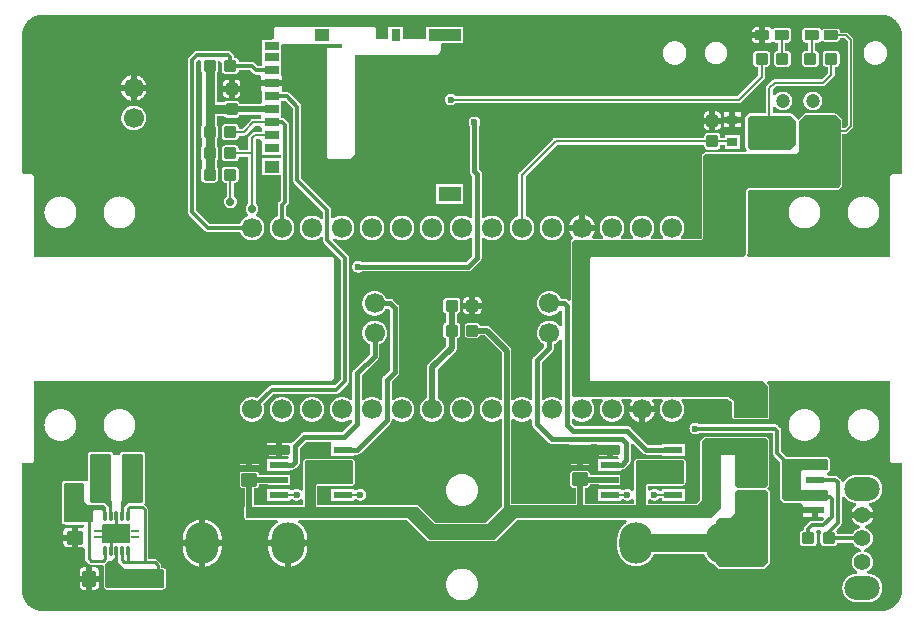
<source format=gbl>
G04*
G04 #@! TF.GenerationSoftware,Altium Limited,Altium Designer,20.1.14 (287)*
G04*
G04 Layer_Physical_Order=2*
G04 Layer_Color=16711680*
%FSLAX44Y44*%
%MOMM*%
G71*
G04*
G04 #@! TF.SameCoordinates,68B961FB-D7BC-4543-97B4-895A999656FA*
G04*
G04*
G04 #@! TF.FilePolarity,Positive*
G04*
G01*
G75*
%ADD12C,0.2000*%
%ADD13C,0.3000*%
G04:AMPARAMS|DCode=17|XSize=1.4mm|YSize=1.4mm|CornerRadius=0.7mm|HoleSize=0mm|Usage=FLASHONLY|Rotation=270.000|XOffset=0mm|YOffset=0mm|HoleType=Round|Shape=RoundedRectangle|*
%AMROUNDEDRECTD17*
21,1,1.4000,0.0000,0,0,270.0*
21,1,0.0000,1.4000,0,0,270.0*
1,1,1.4000,0.0000,0.0000*
1,1,1.4000,0.0000,0.0000*
1,1,1.4000,0.0000,0.0000*
1,1,1.4000,0.0000,0.0000*
%
%ADD17ROUNDEDRECTD17*%
G04:AMPARAMS|DCode=18|XSize=2mm|YSize=3mm|CornerRadius=1mm|HoleSize=0mm|Usage=FLASHONLY|Rotation=270.000|XOffset=0mm|YOffset=0mm|HoleType=Round|Shape=RoundedRectangle|*
%AMROUNDEDRECTD18*
21,1,2.0000,1.0000,0,0,270.0*
21,1,0.0000,3.0000,0,0,270.0*
1,1,2.0000,-0.5000,0.0000*
1,1,2.0000,-0.5000,0.0000*
1,1,2.0000,0.5000,0.0000*
1,1,2.0000,0.5000,0.0000*
%
%ADD18ROUNDEDRECTD18*%
%ADD19C,1.7000*%
G04:AMPARAMS|DCode=20|XSize=1.7mm|YSize=1.7mm|CornerRadius=0.85mm|HoleSize=0mm|Usage=FLASHONLY|Rotation=90.000|XOffset=0mm|YOffset=0mm|HoleType=Round|Shape=RoundedRectangle|*
%AMROUNDEDRECTD20*
21,1,1.7000,0.0000,0,0,90.0*
21,1,0.0000,1.7000,0,0,90.0*
1,1,1.7000,0.0000,0.0000*
1,1,1.7000,0.0000,0.0000*
1,1,1.7000,0.0000,0.0000*
1,1,1.7000,0.0000,0.0000*
%
%ADD20ROUNDEDRECTD20*%
%ADD21C,1.2000*%
%ADD22C,2.0000*%
%ADD23C,0.6000*%
G04:AMPARAMS|DCode=24|XSize=1.7mm|YSize=1.7mm|CornerRadius=0.85mm|HoleSize=0mm|Usage=FLASHONLY|Rotation=180.000|XOffset=0mm|YOffset=0mm|HoleType=Round|Shape=RoundedRectangle|*
%AMROUNDEDRECTD24*
21,1,1.7000,0.0000,0,0,180.0*
21,1,0.0000,1.7000,0,0,180.0*
1,1,1.7000,0.0000,0.0000*
1,1,1.7000,0.0000,0.0000*
1,1,1.7000,0.0000,0.0000*
1,1,1.7000,0.0000,0.0000*
%
%ADD24ROUNDEDRECTD24*%
%ADD29C,0.8000*%
%ADD30C,1.5000*%
G04:AMPARAMS|DCode=31|XSize=2.8mm|YSize=3.5mm|CornerRadius=1.4mm|HoleSize=0mm|Usage=FLASHONLY|Rotation=0.000|XOffset=0mm|YOffset=0mm|HoleType=Round|Shape=RoundedRectangle|*
%AMROUNDEDRECTD31*
21,1,2.8000,0.7000,0,0,0.0*
21,1,0.0000,3.5000,0,0,0.0*
1,1,2.8000,0.0000,-0.3500*
1,1,2.8000,0.0000,-0.3500*
1,1,2.8000,0.0000,0.3500*
1,1,2.8000,0.0000,0.3500*
%
%ADD31ROUNDEDRECTD31*%
%ADD32C,0.7000*%
G04:AMPARAMS|DCode=33|XSize=1.05mm|YSize=0.95mm|CornerRadius=0.1188mm|HoleSize=0mm|Usage=FLASHONLY|Rotation=0.000|XOffset=0mm|YOffset=0mm|HoleType=Round|Shape=RoundedRectangle|*
%AMROUNDEDRECTD33*
21,1,1.0500,0.7125,0,0,0.0*
21,1,0.8125,0.9500,0,0,0.0*
1,1,0.2375,0.4063,-0.3563*
1,1,0.2375,-0.4063,-0.3563*
1,1,0.2375,-0.4063,0.3563*
1,1,0.2375,0.4063,0.3563*
%
%ADD33ROUNDEDRECTD33*%
%ADD34R,1.9000X1.3000*%
%ADD35R,2.8000X1.0000*%
%ADD36R,0.8000X1.0000*%
%ADD37R,1.2000X1.0000*%
%ADD38R,1.2000X0.7000*%
G04:AMPARAMS|DCode=39|XSize=1.05mm|YSize=0.95mm|CornerRadius=0.1188mm|HoleSize=0mm|Usage=FLASHONLY|Rotation=90.000|XOffset=0mm|YOffset=0mm|HoleType=Round|Shape=RoundedRectangle|*
%AMROUNDEDRECTD39*
21,1,1.0500,0.7125,0,0,90.0*
21,1,0.8125,0.9500,0,0,90.0*
1,1,0.2375,0.3563,0.4063*
1,1,0.2375,0.3563,-0.4063*
1,1,0.2375,-0.3563,-0.4063*
1,1,0.2375,-0.3563,0.4063*
%
%ADD39ROUNDEDRECTD39*%
%ADD40R,0.9000X0.8000*%
G04:AMPARAMS|DCode=41|XSize=0.85mm|YSize=0.28mm|CornerRadius=0.14mm|HoleSize=0mm|Usage=FLASHONLY|Rotation=270.000|XOffset=0mm|YOffset=0mm|HoleType=Round|Shape=RoundedRectangle|*
%AMROUNDEDRECTD41*
21,1,0.8500,0.0000,0,0,270.0*
21,1,0.5700,0.2800,0,0,270.0*
1,1,0.2800,0.0000,-0.2850*
1,1,0.2800,0.0000,0.2850*
1,1,0.2800,0.0000,0.2850*
1,1,0.2800,0.0000,-0.2850*
%
%ADD41ROUNDEDRECTD41*%
%ADD42R,0.2800X0.2800*%
%ADD43R,2.4000X1.6500*%
%ADD44R,1.0500X0.6800*%
%ADD45R,0.5000X0.2600*%
%ADD46R,0.7000X0.2800*%
G04:AMPARAMS|DCode=47|XSize=1.15mm|YSize=1.4mm|CornerRadius=0.1265mm|HoleSize=0mm|Usage=FLASHONLY|Rotation=90.000|XOffset=0mm|YOffset=0mm|HoleType=Round|Shape=RoundedRectangle|*
%AMROUNDEDRECTD47*
21,1,1.1500,1.1470,0,0,90.0*
21,1,0.8970,1.4000,0,0,90.0*
1,1,0.2530,0.5735,0.4485*
1,1,0.2530,0.5735,-0.4485*
1,1,0.2530,-0.5735,-0.4485*
1,1,0.2530,-0.5735,0.4485*
%
%ADD47ROUNDEDRECTD47*%
G04:AMPARAMS|DCode=48|XSize=1.15mm|YSize=1.4mm|CornerRadius=0.1265mm|HoleSize=0mm|Usage=FLASHONLY|Rotation=180.000|XOffset=0mm|YOffset=0mm|HoleType=Round|Shape=RoundedRectangle|*
%AMROUNDEDRECTD48*
21,1,1.1500,1.1470,0,0,180.0*
21,1,0.8970,1.4000,0,0,180.0*
1,1,0.2530,-0.4485,0.5735*
1,1,0.2530,0.4485,0.5735*
1,1,0.2530,0.4485,-0.5735*
1,1,0.2530,-0.4485,-0.5735*
%
%ADD48ROUNDEDRECTD48*%
G04:AMPARAMS|DCode=49|XSize=1.225mm|YSize=0.85mm|CornerRadius=0.1063mm|HoleSize=0mm|Usage=FLASHONLY|Rotation=0.000|XOffset=0mm|YOffset=0mm|HoleType=Round|Shape=RoundedRectangle|*
%AMROUNDEDRECTD49*
21,1,1.2250,0.6375,0,0,0.0*
21,1,1.0125,0.8500,0,0,0.0*
1,1,0.2125,0.5063,-0.3188*
1,1,0.2125,-0.5063,-0.3188*
1,1,0.2125,-0.5063,0.3188*
1,1,0.2125,0.5063,0.3188*
%
%ADD49ROUNDEDRECTD49*%
%ADD50R,1.5500X0.6000*%
%ADD51R,1.4000X3.4000*%
%ADD52C,0.2800*%
%ADD53C,0.4000*%
%ADD54C,0.5000*%
%ADD55C,0.2500*%
G36*
X20035Y507470D02*
X21918Y507470D01*
X729534Y507465D01*
X729536Y507465D01*
X729593Y507466D01*
X729594Y507466D01*
Y507466D01*
X731586Y507398D01*
X731660Y507392D01*
X731896Y507368D01*
X732132Y507341D01*
X732367Y507310D01*
X732602Y507276D01*
X732837Y507240D01*
X733071Y507200D01*
X733304Y507156D01*
X733537Y507110D01*
X733770Y507061D01*
X734001Y507008D01*
X734232Y506952D01*
X734462Y506894D01*
X734691Y506832D01*
X734920Y506766D01*
X735147Y506698D01*
X735374Y506627D01*
X735599Y506553D01*
X735824Y506475D01*
X736047Y506395D01*
X736269Y506312D01*
X736490Y506225D01*
X736711Y506136D01*
X736929Y506044D01*
X737147Y505948D01*
X737363Y505850D01*
X737578Y505749D01*
X737791Y505645D01*
X738003Y505538D01*
X738214Y505428D01*
X738423Y505315D01*
X738630Y505200D01*
X738836Y505082D01*
X739041Y504961D01*
X739243Y504837D01*
X739444Y504710D01*
X739643Y504581D01*
X739841Y504449D01*
X740036Y504314D01*
X740230Y504177D01*
X740422Y504037D01*
X740612Y503895D01*
X740800Y503750D01*
X740986Y503602D01*
X741170Y503452D01*
X741352Y503300D01*
X741532Y503145D01*
X741710Y502988D01*
X741886Y502828D01*
X742059Y502666D01*
X742231Y502501D01*
X742400Y502335D01*
X742566Y502165D01*
X742731Y501994D01*
X742893Y501821D01*
X743053Y501645D01*
X743210Y501467D01*
X743365Y501287D01*
X743518Y501105D01*
X743668Y500921D01*
X743815Y500735D01*
X743960Y500547D01*
X744102Y500357D01*
X744242Y500165D01*
X744379Y499971D01*
X744514Y499776D01*
X744646Y499578D01*
X744775Y499379D01*
X744902Y499178D01*
X745025Y498976D01*
X745146Y498771D01*
X745265Y498565D01*
X745380Y498358D01*
X745493Y498149D01*
X745603Y497938D01*
X745710Y497726D01*
X745814Y497513D01*
X745915Y497298D01*
X746013Y497082D01*
X746108Y496864D01*
X746201Y496646D01*
X746290Y496426D01*
X746377Y496204D01*
X746460Y495982D01*
X746540Y495759D01*
X746618Y495534D01*
X746692Y495309D01*
X746763Y495082D01*
X746831Y494855D01*
X746896Y494626D01*
X746958Y494397D01*
X747017Y494167D01*
X747073Y493936D01*
X747126Y493705D01*
X747175Y493472D01*
X747221Y493240D01*
X747265Y493006D01*
X747305Y492772D01*
X747341Y492537D01*
X747375Y492302D01*
X747405Y492067D01*
X747433Y491831D01*
X747457Y491595D01*
X747478Y491358D01*
X747495Y491121D01*
X747510Y490884D01*
X747521Y490647D01*
X747529Y490410D01*
X747534Y490172D01*
X747536Y489935D01*
X747536Y489927D01*
X747535Y489906D01*
X747500Y372500D01*
X740000D01*
X739911Y372499D01*
X739822Y372494D01*
X739733Y372486D01*
X739644Y372475D01*
X739556Y372461D01*
X739469Y372443D01*
X739382Y372423D01*
X739296Y372399D01*
X739210Y372373D01*
X739126Y372343D01*
X739043Y372310D01*
X738961Y372275D01*
X738881Y372236D01*
X738802Y372195D01*
X738724Y372150D01*
X738648Y372104D01*
X738574Y372054D01*
X738502Y372002D01*
X738431Y371947D01*
X738363Y371890D01*
X738296Y371830D01*
X738232Y371768D01*
X738170Y371704D01*
X738110Y371637D01*
X738053Y371569D01*
X737998Y371498D01*
X737946Y371426D01*
X737896Y371352D01*
X737850Y371276D01*
X737805Y371198D01*
X737764Y371119D01*
X737726Y371039D01*
X737690Y370957D01*
X737657Y370874D01*
X737628Y370790D01*
X737601Y370704D01*
X737577Y370618D01*
X737557Y370532D01*
X737539Y370444D01*
X737525Y370356D01*
X737514Y370267D01*
X737506Y370178D01*
X737501Y370089D01*
X737500Y370000D01*
Y302500D01*
X617830D01*
X617217Y303057D01*
X616729Y304183D01*
X616659Y304364D01*
X616669Y304392D01*
X616677Y304413D01*
X616679Y304418D01*
X616681Y304423D01*
X616689Y304448D01*
X616697Y304472D01*
X616699Y304478D01*
X616700Y304482D01*
X616707Y304506D01*
X616714Y304532D01*
X616716Y304537D01*
X616717Y304542D01*
X616723Y304569D01*
X616729Y304593D01*
X616729Y304598D01*
X616731Y304603D01*
X616750Y304702D01*
X616751Y304707D01*
X616752Y304713D01*
X616757Y304739D01*
X616761Y304763D01*
X616762Y304769D01*
X616762Y304774D01*
X616765Y304800D01*
X616768Y304825D01*
X616769Y304831D01*
X616769Y304836D01*
X616771Y304860D01*
X616773Y304888D01*
X616773Y304893D01*
X616773Y304898D01*
X616774Y304923D01*
X616775Y304950D01*
X616774Y304955D01*
X616774Y304960D01*
X616774Y305005D01*
X616774Y358265D01*
X617735Y359226D01*
X692990D01*
X693031Y359225D01*
X693035Y359225D01*
X693039Y359225D01*
X693067Y359226D01*
X693093Y359226D01*
X693097Y359226D01*
X693101Y359226D01*
X693129Y359228D01*
X693156Y359230D01*
X693159Y359230D01*
X693164Y359230D01*
X693192Y359234D01*
X693218Y359236D01*
X693222Y359237D01*
X693225Y359238D01*
X693252Y359242D01*
X693279Y359246D01*
X693283Y359247D01*
X693287Y359248D01*
X693385Y359266D01*
X693389Y359267D01*
X693393Y359268D01*
X693419Y359274D01*
X693446Y359280D01*
X693450Y359281D01*
X693454Y359282D01*
X693480Y359289D01*
X693506Y359296D01*
X693510Y359297D01*
X693514Y359298D01*
X693541Y359307D01*
X693566Y359315D01*
X693569Y359316D01*
X693573Y359318D01*
X693599Y359328D01*
X693624Y359337D01*
X693627Y359338D01*
X693631Y359340D01*
X693724Y359378D01*
X693727Y359380D01*
X693731Y359381D01*
X693757Y359393D01*
X693781Y359403D01*
X693784Y359405D01*
X693788Y359407D01*
X693812Y359419D01*
X693836Y359431D01*
X693840Y359433D01*
X693843Y359435D01*
X693865Y359448D01*
X693891Y359462D01*
X693894Y359464D01*
X693897Y359466D01*
X693919Y359480D01*
X693943Y359495D01*
X693947Y359497D01*
X693950Y359500D01*
X694032Y359555D01*
X694036Y359558D01*
X694039Y359560D01*
X694062Y359576D01*
X694083Y359591D01*
X694086Y359594D01*
X694090Y359596D01*
X694112Y359614D01*
X694132Y359630D01*
X694135Y359633D01*
X694138Y359635D01*
X694158Y359652D01*
X694179Y359671D01*
X694182Y359674D01*
X694185Y359677D01*
X694204Y359695D01*
X694224Y359714D01*
X694227Y359717D01*
X694230Y359720D01*
X694259Y359750D01*
X696252Y361743D01*
X696260Y361752D01*
X696264Y361755D01*
X696268Y361759D01*
X696272Y361762D01*
X696290Y361782D01*
X696308Y361800D01*
X696312Y361803D01*
X696315Y361807D01*
X696333Y361827D01*
X696350Y361846D01*
X696353Y361850D01*
X696357Y361853D01*
X696373Y361873D01*
X696390Y361894D01*
X696393Y361898D01*
X696396Y361902D01*
X696411Y361922D01*
X696427Y361944D01*
X696430Y361948D01*
X696433Y361952D01*
X696490Y362035D01*
X696493Y362040D01*
X696496Y362044D01*
X696510Y362065D01*
X696524Y362087D01*
X696527Y362092D01*
X696530Y362096D01*
X696543Y362118D01*
X696556Y362141D01*
X696558Y362146D01*
X696561Y362150D01*
X696572Y362172D01*
X696585Y362196D01*
X696587Y362201D01*
X696589Y362206D01*
X696600Y362230D01*
X696611Y362253D01*
X696613Y362257D01*
X696615Y362262D01*
X696654Y362355D01*
X696656Y362360D01*
X696658Y362365D01*
X696669Y362392D01*
X696677Y362413D01*
X696679Y362418D01*
X696681Y362423D01*
X696689Y362448D01*
X696697Y362472D01*
X696699Y362478D01*
X696700Y362482D01*
X696707Y362506D01*
X696714Y362532D01*
X696716Y362537D01*
X696717Y362542D01*
X696723Y362569D01*
X696729Y362593D01*
X696729Y362598D01*
X696731Y362603D01*
X696750Y362702D01*
X696751Y362707D01*
X696752Y362713D01*
X696757Y362739D01*
X696761Y362763D01*
X696761Y362769D01*
X696762Y362774D01*
X696765Y362800D01*
X696768Y362825D01*
X696769Y362831D01*
X696769Y362836D01*
X696771Y362860D01*
X696773Y362887D01*
X696773Y362893D01*
X696774Y362898D01*
X696774Y362923D01*
X696775Y362950D01*
X696775Y362955D01*
X696775Y362961D01*
X696774Y363005D01*
X696774Y406700D01*
X699971D01*
X700056Y406702D01*
X700140Y406707D01*
X700225Y406715D01*
X700309Y406726D01*
X700393Y406740D01*
X700476Y406757D01*
X700558Y406778D01*
X700640Y406801D01*
X700721Y406828D01*
X700800Y406857D01*
X700879Y406890D01*
X700956Y406925D01*
X701032Y406963D01*
X701106Y407004D01*
X701179Y407048D01*
X701250Y407095D01*
X701319Y407144D01*
X701386Y407196D01*
X701452Y407250D01*
X701515Y407306D01*
X701576Y407365D01*
X705605Y411395D01*
X705664Y411456D01*
X705721Y411519D01*
X705775Y411584D01*
X705827Y411652D01*
X705876Y411721D01*
X705922Y411792D01*
X705966Y411865D01*
X706007Y411939D01*
X706046Y412015D01*
X706081Y412092D01*
X706113Y412170D01*
X706143Y412250D01*
X706170Y412331D01*
X706193Y412412D01*
X706214Y412495D01*
X706231Y412578D01*
X706245Y412662D01*
X706256Y412746D01*
X706264Y412830D01*
X706269Y412915D01*
X706270Y412958D01*
X706270Y413000D01*
Y486270D01*
X706269Y486355D01*
X706264Y486440D01*
X706256Y486525D01*
X706245Y486609D01*
X706231Y486693D01*
X706214Y486776D01*
X706193Y486858D01*
X706170Y486940D01*
X706143Y487020D01*
X706114Y487100D01*
X706081Y487178D01*
X706046Y487256D01*
X706007Y487331D01*
X705966Y487406D01*
X705922Y487478D01*
X705876Y487549D01*
X705827Y487619D01*
X705775Y487686D01*
X705721Y487751D01*
X705664Y487815D01*
X705605Y487876D01*
X701905Y491576D01*
X701844Y491635D01*
X701781Y491692D01*
X701715Y491746D01*
X701648Y491797D01*
X701579Y491847D01*
X701508Y491893D01*
X701435Y491937D01*
X701361Y491978D01*
X701285Y492016D01*
X701208Y492052D01*
X701129Y492084D01*
X701050Y492114D01*
X700969Y492140D01*
X700887Y492164D01*
X700805Y492184D01*
X700722Y492201D01*
X700638Y492216D01*
X700554Y492227D01*
X700469Y492235D01*
X700385Y492239D01*
X700300Y492241D01*
X694931D01*
Y493158D01*
X694930Y493241D01*
X694925Y493325D01*
X694918Y493408D01*
X694907Y493490D01*
X694894Y493572D01*
X694878Y493654D01*
X694859Y493735D01*
X694837Y493815D01*
X694812Y493895D01*
X694784Y493973D01*
X694753Y494051D01*
X694720Y494127D01*
X694684Y494202D01*
X694646Y494276D01*
X694604Y494348D01*
X694561Y494419D01*
X694514Y494489D01*
X694466Y494556D01*
X694415Y494622D01*
X694361Y494686D01*
X694306Y494748D01*
X694248Y494808D01*
X694188Y494866D01*
X694126Y494921D01*
X694062Y494975D01*
X693996Y495026D01*
X693929Y495074D01*
X693859Y495121D01*
X693789Y495164D01*
X693716Y495206D01*
X693642Y495244D01*
X693567Y495280D01*
X693491Y495313D01*
X693413Y495344D01*
X693335Y495372D01*
X693255Y495396D01*
X693175Y495419D01*
X693094Y495438D01*
X693012Y495454D01*
X692930Y495467D01*
X692848Y495478D01*
X692765Y495485D01*
X692681Y495490D01*
X692598Y495491D01*
X682473D01*
X682390Y495490D01*
X682307Y495485D01*
X682224Y495478D01*
X682141Y495467D01*
X682059Y495454D01*
X681977Y495438D01*
X681896Y495419D01*
X681816Y495396D01*
X681737Y495372D01*
X681658Y495344D01*
X681581Y495313D01*
X681504Y495280D01*
X681429Y495244D01*
X681355Y495206D01*
X681283Y495164D01*
X681212Y495121D01*
X681143Y495074D01*
X681075Y495026D01*
X681009Y494975D01*
X680946Y494921D01*
X680903Y494911D01*
X680468Y494824D01*
X680427Y494819D01*
X680400Y494817D01*
X680391Y494817D01*
X680190Y494825D01*
X679368Y494886D01*
X679253Y494898D01*
X679234Y494904D01*
X678846Y495051D01*
X678708Y495111D01*
X678646Y495184D01*
X678581Y495255D01*
X678514Y495324D01*
X678445Y495391D01*
X678374Y495456D01*
X678300Y495518D01*
X678225Y495578D01*
X678148Y495636D01*
X678070Y495691D01*
X677989Y495744D01*
X677907Y495794D01*
X677824Y495842D01*
X677739Y495887D01*
X677652Y495929D01*
X677565Y495969D01*
X677476Y496006D01*
X677386Y496040D01*
X677295Y496071D01*
X677203Y496099D01*
X677110Y496125D01*
X677016Y496147D01*
X676922Y496167D01*
X676827Y496183D01*
X676732Y496197D01*
X676636Y496207D01*
X676541Y496215D01*
X676444Y496219D01*
X676348Y496221D01*
X666223D01*
X666127Y496219D01*
X666031Y496215D01*
X665935Y496207D01*
X665839Y496197D01*
X665744Y496183D01*
X665649Y496167D01*
X665555Y496147D01*
X665462Y496125D01*
X665369Y496099D01*
X665277Y496071D01*
X665186Y496040D01*
X665096Y496006D01*
X665007Y495969D01*
X664919Y495929D01*
X664833Y495887D01*
X664748Y495842D01*
X664664Y495794D01*
X664582Y495744D01*
X664502Y495691D01*
X664423Y495636D01*
X664346Y495578D01*
X664271Y495518D01*
X664198Y495456D01*
X664127Y495391D01*
X664057Y495324D01*
X663990Y495255D01*
X663926Y495184D01*
X663863Y495111D01*
X663803Y495035D01*
X663745Y494958D01*
X663690Y494880D01*
X663637Y494799D01*
X663587Y494717D01*
X663539Y494634D01*
X663494Y494549D01*
X663452Y494462D01*
X663412Y494375D01*
X663375Y494286D01*
X663341Y494196D01*
X663310Y494105D01*
X663282Y494013D01*
X663257Y493920D01*
X663234Y493826D01*
X663215Y493732D01*
X663198Y493637D01*
X663185Y493542D01*
X663174Y493446D01*
X663166Y493350D01*
X663162Y493254D01*
X663160Y493158D01*
Y486783D01*
X663162Y486687D01*
X663166Y486591D01*
X663174Y486495D01*
X663185Y486399D01*
X663198Y486304D01*
X663215Y486209D01*
X663234Y486115D01*
X663257Y486021D01*
X663282Y485929D01*
X663310Y485837D01*
X663341Y485746D01*
X663375Y485656D01*
X663412Y485567D01*
X663452Y485479D01*
X663494Y485393D01*
X663539Y485308D01*
X663587Y485224D01*
X663637Y485142D01*
X663690Y485062D01*
X663745Y484983D01*
X663803Y484906D01*
X663863Y484831D01*
X663926Y484758D01*
X663990Y484687D01*
X664057Y484617D01*
X664127Y484550D01*
X664198Y484486D01*
X664271Y484423D01*
X664346Y484363D01*
X664423Y484305D01*
X664502Y484250D01*
X664582Y484197D01*
X664664Y484147D01*
X664748Y484099D01*
X664833Y484054D01*
X664919Y484012D01*
X665007Y483972D01*
X665096Y483935D01*
X665186Y483901D01*
X665277Y483870D01*
X665369Y483842D01*
X665462Y483816D01*
X665555Y483794D01*
X665649Y483774D01*
X665744Y483758D01*
X665839Y483744D01*
X665935Y483734D01*
X666031Y483726D01*
X666127Y483722D01*
X666223Y483720D01*
X668285D01*
Y476721D01*
X665973D01*
X665873Y476720D01*
X665773Y476715D01*
X665673Y476707D01*
X665574Y476696D01*
X665474Y476682D01*
X665376Y476665D01*
X665278Y476644D01*
X665180Y476621D01*
X665084Y476595D01*
X664988Y476565D01*
X664893Y476533D01*
X664800Y476497D01*
X664707Y476459D01*
X664616Y476418D01*
X664526Y476374D01*
X664437Y476327D01*
X664351Y476277D01*
X664265Y476225D01*
X664181Y476170D01*
X664099Y476112D01*
X664019Y476052D01*
X663941Y475989D01*
X663865Y475924D01*
X663791Y475857D01*
X663719Y475787D01*
X663649Y475715D01*
X663582Y475641D01*
X663517Y475565D01*
X663454Y475487D01*
X663394Y475407D01*
X663337Y475325D01*
X663282Y475241D01*
X663229Y475156D01*
X663180Y475069D01*
X663133Y474980D01*
X663089Y474891D01*
X663047Y474799D01*
X663009Y474707D01*
X662974Y474613D01*
X662941Y474518D01*
X662912Y474422D01*
X662886Y474326D01*
X662862Y474229D01*
X662842Y474131D01*
X662825Y474032D01*
X662811Y473933D01*
X662800Y473833D01*
X662792Y473733D01*
X662787Y473633D01*
X662785Y473533D01*
Y466408D01*
X662787Y466308D01*
X662792Y466208D01*
X662800Y466108D01*
X662811Y466009D01*
X662825Y465910D01*
X662842Y465811D01*
X662862Y465713D01*
X662886Y465615D01*
X662912Y465519D01*
X662941Y465423D01*
X662974Y465328D01*
X663009Y465235D01*
X663047Y465142D01*
X663089Y465051D01*
X663133Y464961D01*
X663180Y464872D01*
X663229Y464785D01*
X663282Y464700D01*
X663337Y464616D01*
X663394Y464534D01*
X663454Y464454D01*
X663517Y464376D01*
X663582Y464300D01*
X663649Y464226D01*
X663719Y464154D01*
X663791Y464084D01*
X663865Y464017D01*
X663941Y463952D01*
X664019Y463889D01*
X664099Y463829D01*
X664181Y463772D01*
X664265Y463717D01*
X664351Y463664D01*
X664437Y463615D01*
X664526Y463568D01*
X664616Y463524D01*
X664707Y463483D01*
X664800Y463444D01*
X664893Y463409D01*
X664988Y463376D01*
X665084Y463347D01*
X665180Y463320D01*
X665278Y463297D01*
X665376Y463277D01*
X665474Y463260D01*
X665574Y463245D01*
X665673Y463234D01*
X665773Y463227D01*
X665873Y463222D01*
X665973Y463220D01*
X674098D01*
X674198Y463222D01*
X674298Y463227D01*
X674398Y463234D01*
X674498Y463245D01*
X674597Y463260D01*
X674696Y463277D01*
X674794Y463297D01*
X674891Y463320D01*
X674988Y463347D01*
X675083Y463376D01*
X675178Y463409D01*
X675272Y463444D01*
X675364Y463483D01*
X675455Y463524D01*
X675546Y463568D01*
X675634Y463615D01*
X675721Y463664D01*
X675806Y463717D01*
X675890Y463772D01*
X675972Y463829D01*
X676052Y463889D01*
X676130Y463952D01*
X676206Y464017D01*
X676281Y464084D01*
X676352Y464154D01*
X676422Y464226D01*
X676489Y464300D01*
X676554Y464376D01*
X676617Y464454D01*
X676677Y464534D01*
X676735Y464616D01*
X676790Y464700D01*
X676842Y464785D01*
X676892Y464872D01*
X676939Y464961D01*
X676983Y465051D01*
X677024Y465142D01*
X677062Y465235D01*
X677098Y465328D01*
X677130Y465423D01*
X677160Y465519D01*
X677186Y465615D01*
X677209Y465713D01*
X677230Y465811D01*
X677247Y465910D01*
X677261Y466009D01*
X677272Y466108D01*
X677280Y466208D01*
X677284Y466308D01*
X677286Y466408D01*
Y473533D01*
X677284Y473633D01*
X677280Y473733D01*
X677272Y473833D01*
X677261Y473933D01*
X677247Y474032D01*
X677230Y474131D01*
X677209Y474229D01*
X677186Y474326D01*
X677160Y474422D01*
X677130Y474518D01*
X677098Y474613D01*
X677062Y474707D01*
X677024Y474799D01*
X676983Y474891D01*
X676939Y474980D01*
X676892Y475069D01*
X676842Y475156D01*
X676790Y475241D01*
X676735Y475325D01*
X676677Y475407D01*
X676617Y475487D01*
X676554Y475565D01*
X676489Y475641D01*
X676422Y475715D01*
X676352Y475787D01*
X676281Y475857D01*
X676206Y475924D01*
X676130Y475989D01*
X676052Y476052D01*
X675972Y476112D01*
X675890Y476170D01*
X675806Y476225D01*
X675721Y476277D01*
X675634Y476327D01*
X675546Y476374D01*
X675455Y476418D01*
X675364Y476459D01*
X675272Y476497D01*
X675178Y476533D01*
X675083Y476565D01*
X674988Y476595D01*
X674891Y476621D01*
X674794Y476644D01*
X674696Y476665D01*
X674597Y476682D01*
X674498Y476696D01*
X674398Y476707D01*
X674298Y476715D01*
X674286Y476715D01*
Y483720D01*
X676348D01*
X676444Y483722D01*
X676541Y483726D01*
X676636Y483734D01*
X676732Y483744D01*
X676827Y483758D01*
X676922Y483774D01*
X677016Y483794D01*
X677110Y483816D01*
X677203Y483842D01*
X677295Y483870D01*
X677386Y483901D01*
X677476Y483935D01*
X677565Y483972D01*
X677652Y484012D01*
X677739Y484054D01*
X677824Y484099D01*
X677907Y484147D01*
X677989Y484197D01*
X678070Y484250D01*
X678148Y484305D01*
X678225Y484363D01*
X678300Y484423D01*
X678374Y484486D01*
X678445Y484550D01*
X678514Y484617D01*
X678581Y484687D01*
X678646Y484758D01*
X678708Y484831D01*
X678846Y484891D01*
X679234Y485038D01*
X679253Y485043D01*
X679368Y485055D01*
X680190Y485116D01*
X680391Y485124D01*
X680400Y485124D01*
X680427Y485122D01*
X680468Y485117D01*
X680903Y485031D01*
X680946Y485020D01*
X681009Y484967D01*
X681075Y484916D01*
X681143Y484867D01*
X681212Y484821D01*
X681283Y484777D01*
X681355Y484736D01*
X681429Y484697D01*
X681504Y484661D01*
X681581Y484628D01*
X681658Y484597D01*
X681737Y484570D01*
X681816Y484545D01*
X681896Y484523D01*
X681977Y484504D01*
X682059Y484487D01*
X682141Y484474D01*
X682224Y484464D01*
X682307Y484456D01*
X682390Y484452D01*
X682473Y484450D01*
X692598D01*
X692681Y484452D01*
X692765Y484456D01*
X692848Y484464D01*
X692930Y484474D01*
X693012Y484487D01*
X693094Y484504D01*
X693175Y484523D01*
X693255Y484545D01*
X693335Y484570D01*
X693413Y484597D01*
X693491Y484628D01*
X693567Y484661D01*
X693642Y484697D01*
X693716Y484736D01*
X693789Y484777D01*
X693859Y484821D01*
X693929Y484867D01*
X693996Y484916D01*
X694062Y484967D01*
X694126Y485020D01*
X694188Y485076D01*
X694248Y485134D01*
X694306Y485193D01*
X694361Y485255D01*
X694415Y485319D01*
X694466Y485385D01*
X694514Y485453D01*
X694561Y485522D01*
X694604Y485593D01*
X694646Y485665D01*
X694684Y485739D01*
X694720Y485814D01*
X694753Y485890D01*
X694784Y485968D01*
X694812Y486046D01*
X694837Y486126D01*
X694859Y486206D01*
X694878Y486287D01*
X694894Y486369D01*
X694907Y486451D01*
X694918Y486534D01*
X694925Y486617D01*
X694930Y486700D01*
X694931Y486783D01*
Y487700D01*
X699359D01*
X701730Y485330D01*
Y413940D01*
X699030Y411241D01*
X696774D01*
Y418000D01*
X696774Y418005D01*
X696774Y418009D01*
X696773Y418035D01*
X696773Y418055D01*
X696773Y418082D01*
X696773Y418087D01*
X696773Y418093D01*
X696771Y418119D01*
X696770Y418144D01*
X696769Y418150D01*
X696769Y418155D01*
X696766Y418181D01*
X696763Y418206D01*
X696763Y418212D01*
X696762Y418217D01*
X696758Y418243D01*
X696754Y418268D01*
X696753Y418273D01*
X696752Y418279D01*
X696734Y418377D01*
X696733Y418382D01*
X696732Y418387D01*
X696727Y418413D01*
X696721Y418438D01*
X696720Y418442D01*
X696719Y418448D01*
X696712Y418474D01*
X696706Y418498D01*
X696704Y418503D01*
X696703Y418508D01*
X696695Y418532D01*
X696687Y418557D01*
X696685Y418562D01*
X696684Y418567D01*
X696674Y418592D01*
X696665Y418616D01*
X696663Y418621D01*
X696661Y418626D01*
X696624Y418718D01*
X696622Y418723D01*
X696620Y418728D01*
X696609Y418753D01*
X696599Y418775D01*
X696597Y418779D01*
X696594Y418785D01*
X696582Y418809D01*
X696571Y418831D01*
X696568Y418836D01*
X696566Y418840D01*
X696554Y418861D01*
X696541Y418885D01*
X696538Y418890D01*
X696535Y418895D01*
X696522Y418916D01*
X696508Y418938D01*
X696505Y418942D01*
X696502Y418947D01*
X696446Y419030D01*
X696443Y419034D01*
X696440Y419039D01*
X696425Y419060D01*
X696410Y419081D01*
X696407Y419085D01*
X696404Y419090D01*
X696388Y419109D01*
X696372Y419130D01*
X696368Y419134D01*
X696365Y419138D01*
X696349Y419156D01*
X696331Y419177D01*
X696327Y419181D01*
X696323Y419185D01*
X696306Y419203D01*
X696288Y419222D01*
X696284Y419226D01*
X696280Y419230D01*
X696250Y419259D01*
X692257Y423252D01*
X692218Y423289D01*
X692216Y423291D01*
X692197Y423310D01*
X692194Y423312D01*
X692191Y423316D01*
X692171Y423333D01*
X692151Y423352D01*
X692148Y423354D01*
X692145Y423357D01*
X692124Y423374D01*
X692103Y423391D01*
X692099Y423394D01*
X692096Y423396D01*
X692075Y423411D01*
X692053Y423428D01*
X692049Y423430D01*
X692046Y423433D01*
X691963Y423490D01*
X691960Y423492D01*
X691956Y423495D01*
X691933Y423510D01*
X691911Y423524D01*
X691908Y423526D01*
X691904Y423529D01*
X691880Y423543D01*
X691857Y423556D01*
X691854Y423558D01*
X691850Y423560D01*
X691827Y423572D01*
X691802Y423585D01*
X691798Y423587D01*
X691794Y423588D01*
X691768Y423600D01*
X691746Y423611D01*
X691742Y423612D01*
X691738Y423614D01*
X691645Y423653D01*
X691641Y423655D01*
X691638Y423657D01*
X691612Y423666D01*
X691587Y423676D01*
X691584Y423678D01*
X691580Y423679D01*
X691551Y423689D01*
X691528Y423696D01*
X691525Y423697D01*
X691521Y423699D01*
X691493Y423706D01*
X691468Y423714D01*
X691464Y423714D01*
X691461Y423716D01*
X691432Y423722D01*
X691408Y423728D01*
X691404Y423728D01*
X691400Y423730D01*
X691301Y423749D01*
X691297Y423750D01*
X691292Y423751D01*
X691266Y423755D01*
X691240Y423760D01*
X691236Y423761D01*
X691231Y423761D01*
X691203Y423765D01*
X691178Y423768D01*
X691174Y423768D01*
X691169Y423769D01*
X691142Y423771D01*
X691116Y423773D01*
X691112Y423773D01*
X691107Y423773D01*
X691081Y423774D01*
X691054Y423774D01*
X691049Y423774D01*
X691044Y423774D01*
X691000Y423774D01*
X666000Y423774D01*
X665996Y423774D01*
X665993Y423774D01*
X665967Y423773D01*
X665938Y423773D01*
X665934Y423772D01*
X665931Y423772D01*
X665926Y423772D01*
X665903Y423772D01*
X665900Y423771D01*
X665897Y423771D01*
X665870Y423770D01*
X665841Y423768D01*
X665837Y423767D01*
X665834Y423767D01*
X665808Y423764D01*
X665779Y423761D01*
X665776Y423760D01*
X665772Y423760D01*
X665746Y423756D01*
X665717Y423751D01*
X665714Y423750D01*
X665711Y423750D01*
X665613Y423731D01*
X665610Y423731D01*
X665607Y423730D01*
X665580Y423724D01*
X665552Y423718D01*
X665549Y423717D01*
X665546Y423717D01*
X665517Y423709D01*
X665492Y423702D01*
X665489Y423701D01*
X665486Y423700D01*
X665459Y423691D01*
X665433Y423683D01*
X665430Y423682D01*
X665427Y423681D01*
X665402Y423671D01*
X665374Y423661D01*
X665371Y423659D01*
X665369Y423658D01*
X665277Y423621D01*
X665273Y423619D01*
X665271Y423618D01*
X665247Y423607D01*
X665220Y423596D01*
X665217Y423594D01*
X665214Y423593D01*
X665189Y423580D01*
X665164Y423568D01*
X665161Y423566D01*
X665158Y423564D01*
X665135Y423551D01*
X665109Y423537D01*
X665107Y423535D01*
X665104Y423534D01*
X665081Y423519D01*
X665057Y423504D01*
X665054Y423502D01*
X665051Y423500D01*
X664969Y423445D01*
X664966Y423443D01*
X664964Y423441D01*
X664942Y423426D01*
X664918Y423409D01*
X664915Y423407D01*
X664913Y423405D01*
X664891Y423387D01*
X664869Y423370D01*
X664867Y423368D01*
X664864Y423366D01*
X664843Y423347D01*
X664822Y423330D01*
X664819Y423327D01*
X664817Y423325D01*
X664797Y423306D01*
X664777Y423286D01*
X664774Y423284D01*
X664772Y423282D01*
X664741Y423250D01*
X661062Y419571D01*
X660992Y419514D01*
X660857Y419411D01*
X659499Y418473D01*
X659149Y418782D01*
X658279Y419552D01*
X658247Y419582D01*
X654415Y423414D01*
X654358Y423469D01*
X654299Y423521D01*
X654238Y423571D01*
X654176Y423618D01*
X654111Y423663D01*
X654045Y423706D01*
X653977Y423745D01*
X653908Y423782D01*
X653838Y423817D01*
X653765Y423848D01*
X653692Y423877D01*
X653618Y423902D01*
X653543Y423925D01*
X653467Y423945D01*
X653390Y423962D01*
X653313Y423976D01*
X653235Y423987D01*
X653157Y423994D01*
X653079Y423999D01*
X653000Y424000D01*
X638000D01*
Y428597D01*
X638325Y428869D01*
X638469Y428949D01*
X638639Y429024D01*
X638748Y429061D01*
X638851Y429085D01*
X638947Y429099D01*
X640542Y429187D01*
X640647Y429065D01*
X640755Y428946D01*
X640866Y428829D01*
X640979Y428713D01*
X641094Y428601D01*
X641211Y428490D01*
X641330Y428382D01*
X641452Y428277D01*
X641576Y428173D01*
X641702Y428073D01*
X641830Y427975D01*
X641959Y427879D01*
X642091Y427786D01*
X642225Y427696D01*
X642360Y427609D01*
X642497Y427524D01*
X642635Y427442D01*
X642776Y427363D01*
X642918Y427287D01*
X643061Y427213D01*
X643206Y427143D01*
X643352Y427075D01*
X643500Y427010D01*
X643649Y426949D01*
X643799Y426890D01*
X643950Y426835D01*
X644102Y426782D01*
X644256Y426732D01*
X644410Y426686D01*
X644565Y426643D01*
X644721Y426603D01*
X644878Y426566D01*
X645035Y426532D01*
X645194Y426501D01*
X645352Y426474D01*
X645512Y426450D01*
X645671Y426429D01*
X645832Y426411D01*
X645992Y426396D01*
X646153Y426385D01*
X646314Y426377D01*
X646475Y426372D01*
X646636Y426370D01*
X646797Y426372D01*
X646958Y426377D01*
X647119Y426385D01*
X647280Y426396D01*
X647440Y426411D01*
X647600Y426429D01*
X647760Y426450D01*
X647919Y426474D01*
X648078Y426501D01*
X648236Y426532D01*
X648393Y426566D01*
X648550Y426603D01*
X648706Y426643D01*
X648862Y426686D01*
X649016Y426732D01*
X649169Y426782D01*
X649322Y426835D01*
X649473Y426890D01*
X649623Y426949D01*
X649772Y427010D01*
X649919Y427075D01*
X650065Y427143D01*
X650210Y427213D01*
X650354Y427287D01*
X650496Y427363D01*
X650636Y427442D01*
X650775Y427524D01*
X650912Y427609D01*
X651047Y427696D01*
X651180Y427786D01*
X651312Y427879D01*
X651442Y427975D01*
X651570Y428073D01*
X651695Y428173D01*
X651819Y428277D01*
X651941Y428382D01*
X652060Y428490D01*
X652178Y428601D01*
X652293Y428713D01*
X652406Y428829D01*
X652516Y428946D01*
X652624Y429065D01*
X652730Y429187D01*
X652833Y429311D01*
X652934Y429437D01*
X653032Y429565D01*
X653127Y429694D01*
X653220Y429826D01*
X653310Y429959D01*
X653398Y430095D01*
X653482Y430232D01*
X653564Y430370D01*
X653643Y430511D01*
X653720Y430653D01*
X653793Y430796D01*
X653864Y430941D01*
X653931Y431087D01*
X653996Y431235D01*
X654058Y431384D01*
X654116Y431534D01*
X654172Y431685D01*
X654224Y431837D01*
X654274Y431991D01*
X654320Y432145D01*
X654363Y432300D01*
X654404Y432456D01*
X654441Y432613D01*
X654474Y432770D01*
X654505Y432929D01*
X654532Y433087D01*
X654557Y433247D01*
X654578Y433406D01*
X654596Y433567D01*
X654610Y433727D01*
X654622Y433888D01*
X654630Y434049D01*
X654634Y434210D01*
X654636Y434371D01*
X654634Y434532D01*
X654630Y434693D01*
X654622Y434854D01*
X654610Y435014D01*
X654596Y435175D01*
X654578Y435335D01*
X654557Y435495D01*
X654532Y435654D01*
X654505Y435813D01*
X654474Y435971D01*
X654441Y436129D01*
X654404Y436285D01*
X654363Y436441D01*
X654320Y436596D01*
X654274Y436751D01*
X654224Y436904D01*
X654172Y437057D01*
X654116Y437208D01*
X654058Y437358D01*
X653996Y437507D01*
X653931Y437654D01*
X653864Y437800D01*
X653793Y437945D01*
X653720Y438089D01*
X653643Y438231D01*
X653564Y438371D01*
X653482Y438510D01*
X653398Y438647D01*
X653310Y438782D01*
X653220Y438915D01*
X653127Y439047D01*
X653032Y439177D01*
X652934Y439305D01*
X652833Y439431D01*
X652730Y439554D01*
X652624Y439676D01*
X652516Y439795D01*
X652406Y439913D01*
X652293Y440028D01*
X652178Y440141D01*
X652060Y440251D01*
X651941Y440359D01*
X651819Y440465D01*
X651695Y440568D01*
X651570Y440668D01*
X651442Y440766D01*
X651312Y440862D01*
X651180Y440955D01*
X651047Y441045D01*
X650912Y441133D01*
X650775Y441217D01*
X650636Y441299D01*
X650496Y441378D01*
X650354Y441455D01*
X650210Y441528D01*
X650065Y441599D01*
X649919Y441666D01*
X649772Y441731D01*
X649623Y441792D01*
X649473Y441851D01*
X649322Y441907D01*
X649169Y441959D01*
X649016Y442009D01*
X648862Y442055D01*
X648706Y442099D01*
X648550Y442139D01*
X648393Y442176D01*
X648236Y442209D01*
X648078Y442240D01*
X647919Y442267D01*
X647760Y442292D01*
X647600Y442313D01*
X647440Y442331D01*
X647280Y442345D01*
X647119Y442356D01*
X646958Y442365D01*
X646797Y442369D01*
X646636Y442371D01*
X646475Y442369D01*
X646314Y442365D01*
X646153Y442356D01*
X645992Y442345D01*
X645832Y442331D01*
X645671Y442313D01*
X645512Y442292D01*
X645352Y442267D01*
X645194Y442240D01*
X645035Y442209D01*
X644878Y442176D01*
X644721Y442139D01*
X644565Y442099D01*
X644410Y442055D01*
X644256Y442009D01*
X644102Y441959D01*
X643950Y441907D01*
X643799Y441851D01*
X643649Y441792D01*
X643500Y441731D01*
X643352Y441666D01*
X643206Y441599D01*
X643061Y441528D01*
X642918Y441455D01*
X642776Y441378D01*
X642635Y441299D01*
X642497Y441217D01*
X642360Y441133D01*
X642225Y441045D01*
X642091Y440955D01*
X641959Y440862D01*
X641830Y440766D01*
X641702Y440668D01*
X641576Y440568D01*
X641452Y440465D01*
X641330Y440359D01*
X641211Y440251D01*
X641094Y440141D01*
X640979Y440028D01*
X640866Y439913D01*
X640755Y439795D01*
X640647Y439676D01*
X640542Y439554D01*
X638947Y439642D01*
X638851Y439656D01*
X638748Y439680D01*
X638639Y439717D01*
X638469Y439793D01*
X638325Y439872D01*
X638000Y440145D01*
Y443757D01*
X640921Y446678D01*
X680648D01*
X680746Y446680D01*
X680844Y446685D01*
X680942Y446693D01*
X681039Y446704D01*
X681136Y446718D01*
X681233Y446736D01*
X681329Y446757D01*
X681424Y446781D01*
X681519Y446807D01*
X681612Y446838D01*
X681705Y446871D01*
X681796Y446907D01*
X681886Y446946D01*
X681975Y446988D01*
X682062Y447033D01*
X682148Y447080D01*
X682232Y447131D01*
X682315Y447184D01*
X682395Y447240D01*
X682474Y447298D01*
X682551Y447359D01*
X682626Y447423D01*
X682699Y447489D01*
X682769Y447557D01*
X689657Y454445D01*
X689726Y454516D01*
X689791Y454588D01*
X689855Y454663D01*
X689916Y454740D01*
X689975Y454819D01*
X690030Y454900D01*
X690084Y454982D01*
X690134Y455066D01*
X690182Y455152D01*
X690227Y455240D01*
X690269Y455328D01*
X690308Y455418D01*
X690344Y455510D01*
X690377Y455602D01*
X690407Y455696D01*
X690434Y455790D01*
X690458Y455885D01*
X690479Y455981D01*
X690496Y456078D01*
X690510Y456175D01*
X690522Y456273D01*
X690530Y456370D01*
X690535Y456469D01*
X690536Y456567D01*
X690536Y456568D01*
Y463220D01*
X691598D01*
X691698Y463222D01*
X691798Y463227D01*
X691898Y463234D01*
X691998Y463245D01*
X692097Y463260D01*
X692196Y463277D01*
X692294Y463297D01*
X692391Y463320D01*
X692488Y463347D01*
X692583Y463376D01*
X692678Y463409D01*
X692772Y463444D01*
X692864Y463483D01*
X692955Y463524D01*
X693046Y463568D01*
X693134Y463615D01*
X693221Y463664D01*
X693306Y463717D01*
X693390Y463772D01*
X693472Y463829D01*
X693552Y463889D01*
X693630Y463952D01*
X693706Y464017D01*
X693781Y464084D01*
X693852Y464154D01*
X693922Y464226D01*
X693989Y464300D01*
X694054Y464376D01*
X694117Y464454D01*
X694177Y464534D01*
X694235Y464616D01*
X694290Y464700D01*
X694342Y464785D01*
X694392Y464872D01*
X694439Y464961D01*
X694483Y465051D01*
X694524Y465142D01*
X694562Y465235D01*
X694598Y465328D01*
X694630Y465423D01*
X694660Y465519D01*
X694686Y465615D01*
X694709Y465713D01*
X694730Y465811D01*
X694747Y465910D01*
X694761Y466009D01*
X694772Y466108D01*
X694780Y466208D01*
X694784Y466308D01*
X694786Y466408D01*
Y473533D01*
X694784Y473633D01*
X694780Y473733D01*
X694772Y473833D01*
X694761Y473933D01*
X694747Y474032D01*
X694730Y474131D01*
X694709Y474229D01*
X694686Y474326D01*
X694660Y474422D01*
X694630Y474518D01*
X694598Y474613D01*
X694562Y474707D01*
X694524Y474799D01*
X694483Y474891D01*
X694439Y474980D01*
X694392Y475069D01*
X694342Y475156D01*
X694290Y475241D01*
X694235Y475325D01*
X694177Y475407D01*
X694117Y475487D01*
X694054Y475565D01*
X693989Y475641D01*
X693922Y475715D01*
X693852Y475787D01*
X693781Y475857D01*
X693706Y475924D01*
X693630Y475989D01*
X693552Y476052D01*
X693472Y476112D01*
X693390Y476170D01*
X693306Y476225D01*
X693221Y476277D01*
X693134Y476327D01*
X693046Y476374D01*
X692955Y476418D01*
X692864Y476459D01*
X692772Y476497D01*
X692678Y476533D01*
X692583Y476565D01*
X692488Y476595D01*
X692391Y476621D01*
X692294Y476644D01*
X692196Y476665D01*
X692097Y476682D01*
X691998Y476696D01*
X691898Y476707D01*
X691798Y476715D01*
X691698Y476720D01*
X691598Y476721D01*
X683473D01*
X683373Y476720D01*
X683273Y476715D01*
X683173Y476707D01*
X683074Y476696D01*
X682974Y476682D01*
X682876Y476665D01*
X682778Y476644D01*
X682680Y476621D01*
X682584Y476595D01*
X682488Y476565D01*
X682393Y476533D01*
X682300Y476497D01*
X682207Y476459D01*
X682116Y476418D01*
X682026Y476374D01*
X681937Y476327D01*
X681851Y476277D01*
X681765Y476225D01*
X681681Y476170D01*
X681599Y476112D01*
X681519Y476052D01*
X681441Y475989D01*
X681365Y475924D01*
X681291Y475857D01*
X681219Y475787D01*
X681149Y475715D01*
X681082Y475641D01*
X681017Y475565D01*
X680954Y475487D01*
X680894Y475407D01*
X680837Y475325D01*
X680782Y475241D01*
X680729Y475156D01*
X680680Y475069D01*
X680633Y474980D01*
X680589Y474891D01*
X680547Y474799D01*
X680509Y474707D01*
X680474Y474613D01*
X680441Y474518D01*
X680412Y474422D01*
X680386Y474326D01*
X680362Y474229D01*
X680342Y474131D01*
X680325Y474032D01*
X680311Y473933D01*
X680300Y473833D01*
X680292Y473733D01*
X680287Y473633D01*
X680285Y473533D01*
Y466408D01*
X680287Y466308D01*
X680292Y466208D01*
X680300Y466108D01*
X680311Y466009D01*
X680325Y465910D01*
X680342Y465811D01*
X680362Y465713D01*
X680386Y465615D01*
X680412Y465519D01*
X680441Y465423D01*
X680474Y465328D01*
X680509Y465235D01*
X680547Y465142D01*
X680589Y465051D01*
X680633Y464961D01*
X680680Y464872D01*
X680729Y464785D01*
X680782Y464700D01*
X680837Y464616D01*
X680894Y464534D01*
X680954Y464454D01*
X681017Y464376D01*
X681082Y464300D01*
X681149Y464226D01*
X681219Y464154D01*
X681291Y464084D01*
X681365Y464017D01*
X681441Y463952D01*
X681519Y463889D01*
X681599Y463829D01*
X681681Y463772D01*
X681765Y463717D01*
X681851Y463664D01*
X681937Y463615D01*
X682026Y463568D01*
X682116Y463524D01*
X682207Y463483D01*
X682300Y463444D01*
X682393Y463409D01*
X682488Y463376D01*
X682584Y463347D01*
X682680Y463320D01*
X682778Y463297D01*
X682876Y463277D01*
X682974Y463260D01*
X683074Y463245D01*
X683173Y463234D01*
X683273Y463227D01*
X683373Y463222D01*
X683473Y463220D01*
X684535D01*
Y457809D01*
X679405Y452679D01*
X639680D01*
X639679Y452679D01*
X639580Y452677D01*
X639482Y452673D01*
X639384Y452665D01*
X639287Y452653D01*
X639190Y452639D01*
X639093Y452621D01*
X638997Y452601D01*
X638902Y452577D01*
X638808Y452550D01*
X638714Y452520D01*
X638622Y452487D01*
X638530Y452451D01*
X638440Y452412D01*
X638352Y452370D01*
X638264Y452325D01*
X638178Y452277D01*
X638094Y452227D01*
X638012Y452173D01*
X637931Y452118D01*
X637852Y452059D01*
X637775Y451998D01*
X637700Y451935D01*
X637628Y451869D01*
X637557Y451800D01*
X632878Y447122D01*
X632810Y447051D01*
X632744Y446978D01*
X632681Y446903D01*
X632620Y446827D01*
X632561Y446748D01*
X632505Y446667D01*
X632452Y446584D01*
X632402Y446500D01*
X632354Y446414D01*
X632309Y446327D01*
X632267Y446238D01*
X632228Y446148D01*
X632192Y446057D01*
X632159Y445964D01*
X632129Y445871D01*
X632102Y445777D01*
X632078Y445681D01*
X632057Y445585D01*
X632040Y445489D01*
X632025Y445392D01*
X632014Y445294D01*
X632006Y445196D01*
X632001Y445098D01*
X632000Y445000D01*
Y424000D01*
X619000D01*
X618922Y423999D01*
X618843Y423994D01*
X618765Y423987D01*
X618687Y423976D01*
X618610Y423962D01*
X618533Y423945D01*
X618457Y423925D01*
X618382Y423903D01*
X618308Y423877D01*
X618234Y423848D01*
X618162Y423817D01*
X618092Y423782D01*
X618023Y423745D01*
X617955Y423706D01*
X617889Y423663D01*
X617824Y423618D01*
X617762Y423571D01*
X617701Y423521D01*
X617642Y423469D01*
X617585Y423414D01*
X615586Y421414D01*
X615531Y421358D01*
X615479Y421299D01*
X615429Y421238D01*
X615382Y421176D01*
X615337Y421111D01*
X615294Y421045D01*
X615255Y420977D01*
X615218Y420908D01*
X615183Y420838D01*
X615152Y420765D01*
X615123Y420692D01*
X615098Y420618D01*
X615075Y420543D01*
X615055Y420467D01*
X615038Y420390D01*
X615024Y420313D01*
X615014Y420235D01*
X615006Y420157D01*
X615001Y420079D01*
X615000Y420000D01*
Y395000D01*
X615001Y394921D01*
X615006Y394843D01*
X615014Y394765D01*
X615024Y394687D01*
X615038Y394610D01*
X615055Y394533D01*
X615075Y394457D01*
X615098Y394382D01*
X615123Y394308D01*
X615152Y394235D01*
X615183Y394162D01*
X615218Y394092D01*
X615255Y394023D01*
X615294Y393955D01*
X615337Y393889D01*
X615382Y393824D01*
X615429Y393762D01*
X615479Y393701D01*
X615531Y393642D01*
X615586Y393586D01*
X616397Y392774D01*
X615568Y390774D01*
X581000D01*
X580996Y390774D01*
X580992Y390774D01*
X580966Y390773D01*
X580938Y390773D01*
X580934Y390772D01*
X580930Y390772D01*
X580925Y390772D01*
X580903Y390772D01*
X580901Y390771D01*
X580898Y390771D01*
X580869Y390770D01*
X580841Y390768D01*
X580839Y390768D01*
X580836Y390767D01*
X580806Y390764D01*
X580779Y390761D01*
X580777Y390761D01*
X580774Y390760D01*
X580743Y390755D01*
X580718Y390751D01*
X580715Y390751D01*
X580712Y390750D01*
X580615Y390732D01*
X580612Y390731D01*
X580610Y390731D01*
X580583Y390725D01*
X580554Y390719D01*
X580552Y390718D01*
X580549Y390717D01*
X580522Y390710D01*
X580494Y390703D01*
X580491Y390702D01*
X580489Y390701D01*
X580462Y390692D01*
X580435Y390683D01*
X580432Y390682D01*
X580429Y390682D01*
X580403Y390672D01*
X580376Y390662D01*
X580374Y390660D01*
X580371Y390659D01*
X580280Y390622D01*
X580277Y390621D01*
X580275Y390620D01*
X580245Y390607D01*
X580223Y390597D01*
X580220Y390596D01*
X580218Y390595D01*
X580191Y390582D01*
X580167Y390569D01*
X580164Y390568D01*
X580162Y390567D01*
X580139Y390554D01*
X580112Y390539D01*
X580110Y390537D01*
X580108Y390536D01*
X580083Y390521D01*
X580060Y390505D01*
X580057Y390504D01*
X580055Y390503D01*
X579973Y390448D01*
X579971Y390446D01*
X579969Y390445D01*
X579945Y390428D01*
X579922Y390412D01*
X579920Y390410D01*
X579918Y390409D01*
X579896Y390391D01*
X579873Y390373D01*
X579870Y390372D01*
X579869Y390370D01*
X579849Y390353D01*
X579826Y390333D01*
X579823Y390331D01*
X579822Y390329D01*
X579802Y390311D01*
X579780Y390290D01*
X579778Y390288D01*
X579777Y390286D01*
X579745Y390254D01*
X578752Y389261D01*
X578751Y389260D01*
X578751Y389260D01*
X578748Y389257D01*
X578734Y389243D01*
X578719Y389228D01*
X578718Y389227D01*
X578718Y389226D01*
X578696Y389204D01*
X578676Y389183D01*
X578675Y389182D01*
X578674Y389181D01*
X578653Y389157D01*
X578635Y389137D01*
X578634Y389135D01*
X578633Y389134D01*
X578613Y389109D01*
X578596Y389088D01*
X578596Y389087D01*
X578595Y389085D01*
X578573Y389055D01*
X578560Y389037D01*
X578559Y389036D01*
X578558Y389035D01*
X578502Y388952D01*
X578502Y388951D01*
X578501Y388950D01*
X578487Y388928D01*
X578469Y388899D01*
X578468Y388898D01*
X578467Y388897D01*
X578455Y388875D01*
X578438Y388845D01*
X578437Y388844D01*
X578436Y388843D01*
X578427Y388825D01*
X578409Y388790D01*
X578409Y388788D01*
X578408Y388787D01*
X578399Y388767D01*
X578384Y388733D01*
X578383Y388732D01*
X578383Y388731D01*
X578344Y388638D01*
X578344Y388638D01*
X578343Y388637D01*
X578329Y388600D01*
X578321Y388581D01*
X578321Y388580D01*
X578321Y388578D01*
X578311Y388548D01*
X578302Y388521D01*
X578301Y388520D01*
X578301Y388519D01*
X578293Y388492D01*
X578285Y388461D01*
X578284Y388460D01*
X578284Y388459D01*
X578278Y388433D01*
X578271Y388400D01*
X578271Y388399D01*
X578270Y388398D01*
X578251Y388301D01*
X578251Y388299D01*
X578250Y388297D01*
X578245Y388266D01*
X578240Y388239D01*
X578240Y388237D01*
X578239Y388236D01*
X578236Y388207D01*
X578232Y388177D01*
X578232Y388175D01*
X578232Y388174D01*
X578230Y388150D01*
X578227Y388115D01*
X578227Y388113D01*
X578227Y388112D01*
X578227Y388086D01*
X578226Y388053D01*
X578226Y388051D01*
X578226Y388049D01*
X578226Y387999D01*
Y318735D01*
X577265Y317774D01*
X561409D01*
X560839Y318463D01*
X560732Y318644D01*
X560704Y318721D01*
X560628Y319118D01*
X560574Y319774D01*
X560639Y319844D01*
X560760Y319982D01*
X560880Y320121D01*
X560996Y320263D01*
X561110Y320406D01*
X561222Y320551D01*
X561331Y320699D01*
X561437Y320848D01*
X561541Y320999D01*
X561642Y321152D01*
X561740Y321306D01*
X561836Y321463D01*
X561929Y321620D01*
X562020Y321780D01*
X562107Y321941D01*
X562192Y322104D01*
X562273Y322268D01*
X562352Y322433D01*
X562428Y322600D01*
X562501Y322768D01*
X562571Y322937D01*
X562639Y323108D01*
X562703Y323279D01*
X562764Y323452D01*
X562822Y323626D01*
X562877Y323801D01*
X562929Y323976D01*
X562978Y324153D01*
X563024Y324330D01*
X563067Y324509D01*
X563107Y324688D01*
X563143Y324867D01*
X563177Y325047D01*
X563207Y325228D01*
X563234Y325409D01*
X563258Y325591D01*
X563279Y325773D01*
X563296Y325956D01*
X563311Y326138D01*
X563322Y326321D01*
X563330Y326504D01*
X563335Y326687D01*
X563336Y326871D01*
X563335Y327054D01*
X563330Y327237D01*
X563322Y327420D01*
X563311Y327603D01*
X563296Y327786D01*
X563279Y327968D01*
X563258Y328150D01*
X563234Y328332D01*
X563207Y328513D01*
X563177Y328694D01*
X563143Y328874D01*
X563107Y329054D01*
X563067Y329233D01*
X563024Y329411D01*
X562978Y329588D01*
X562929Y329765D01*
X562877Y329941D01*
X562822Y330116D01*
X562764Y330289D01*
X562703Y330462D01*
X562639Y330634D01*
X562571Y330804D01*
X562501Y330974D01*
X562428Y331142D01*
X562352Y331308D01*
X562273Y331474D01*
X562192Y331638D01*
X562107Y331800D01*
X562020Y331961D01*
X561929Y332121D01*
X561836Y332279D01*
X561740Y332435D01*
X561642Y332590D01*
X561541Y332742D01*
X561437Y332893D01*
X561331Y333043D01*
X561222Y333190D01*
X561110Y333335D01*
X560996Y333479D01*
X560880Y333620D01*
X560760Y333759D01*
X560639Y333897D01*
X560515Y334032D01*
X560389Y334165D01*
X560261Y334296D01*
X560130Y334424D01*
X559997Y334550D01*
X559862Y334674D01*
X559725Y334795D01*
X559585Y334914D01*
X559444Y335031D01*
X559300Y335145D01*
X559155Y335257D01*
X559008Y335366D01*
X558858Y335472D01*
X558707Y335576D01*
X558555Y335677D01*
X558400Y335775D01*
X558244Y335871D01*
X558086Y335964D01*
X557926Y336054D01*
X557765Y336142D01*
X557603Y336227D01*
X557439Y336308D01*
X557273Y336387D01*
X557107Y336463D01*
X556939Y336536D01*
X556769Y336606D01*
X556599Y336674D01*
X556427Y336738D01*
X556254Y336799D01*
X556081Y336857D01*
X555906Y336912D01*
X555730Y336964D01*
X555553Y337013D01*
X555376Y337059D01*
X555198Y337102D01*
X555019Y337142D01*
X554839Y337178D01*
X554659Y337211D01*
X554478Y337242D01*
X554297Y337269D01*
X554115Y337293D01*
X553933Y337313D01*
X553751Y337331D01*
X553568Y337346D01*
X553385Y337357D01*
X553202Y337365D01*
X553019Y337369D01*
X552836Y337371D01*
X552652Y337369D01*
X552469Y337365D01*
X552286Y337357D01*
X552103Y337346D01*
X551921Y337331D01*
X551738Y337313D01*
X551556Y337293D01*
X551374Y337269D01*
X551193Y337242D01*
X551012Y337211D01*
X550832Y337178D01*
X550653Y337142D01*
X550474Y337102D01*
X550295Y337059D01*
X550118Y337013D01*
X549941Y336964D01*
X549766Y336912D01*
X549591Y336857D01*
X549417Y336799D01*
X549244Y336738D01*
X549073Y336674D01*
X548902Y336606D01*
X548733Y336536D01*
X548565Y336463D01*
X548398Y336387D01*
X548233Y336308D01*
X548069Y336227D01*
X547906Y336142D01*
X547745Y336054D01*
X547585Y335964D01*
X547428Y335871D01*
X547271Y335775D01*
X547117Y335677D01*
X546964Y335576D01*
X546813Y335472D01*
X546664Y335366D01*
X546516Y335257D01*
X546371Y335145D01*
X546228Y335031D01*
X546086Y334914D01*
X545947Y334795D01*
X545810Y334674D01*
X545674Y334550D01*
X545541Y334424D01*
X545411Y334296D01*
X545282Y334165D01*
X545156Y334032D01*
X545032Y333897D01*
X544911Y333759D01*
X544792Y333620D01*
X544675Y333479D01*
X544561Y333335D01*
X544450Y333190D01*
X544341Y333043D01*
X544234Y332893D01*
X544131Y332742D01*
X544029Y332590D01*
X543931Y332435D01*
X543835Y332279D01*
X543742Y332121D01*
X543652Y331961D01*
X543564Y331800D01*
X543480Y331638D01*
X543398Y331474D01*
X543319Y331308D01*
X543243Y331142D01*
X543170Y330974D01*
X543100Y330804D01*
X543033Y330634D01*
X542969Y330462D01*
X542907Y330289D01*
X542849Y330116D01*
X542794Y329941D01*
X542742Y329765D01*
X542693Y329588D01*
X542647Y329411D01*
X542604Y329233D01*
X542565Y329054D01*
X542528Y328874D01*
X542495Y328694D01*
X542465Y328513D01*
X542438Y328332D01*
X542414Y328150D01*
X542393Y327968D01*
X542375Y327786D01*
X542361Y327603D01*
X542350Y327420D01*
X542342Y327237D01*
X542337Y327054D01*
X542335Y326871D01*
X542337Y326687D01*
X542342Y326504D01*
X542350Y326321D01*
X542361Y326138D01*
X542375Y325956D01*
X542393Y325773D01*
X542414Y325591D01*
X542438Y325409D01*
X542465Y325228D01*
X542495Y325047D01*
X542528Y324867D01*
X542565Y324688D01*
X542604Y324509D01*
X542647Y324330D01*
X542693Y324153D01*
X542742Y323976D01*
X542794Y323801D01*
X542849Y323626D01*
X542907Y323452D01*
X542969Y323279D01*
X543033Y323108D01*
X543100Y322937D01*
X543170Y322768D01*
X543243Y322600D01*
X543319Y322433D01*
X543398Y322268D01*
X543480Y322104D01*
X543564Y321941D01*
X543652Y321780D01*
X543742Y321620D01*
X543835Y321463D01*
X543931Y321306D01*
X544029Y321152D01*
X544131Y320999D01*
X544234Y320848D01*
X544341Y320699D01*
X544450Y320551D01*
X544561Y320406D01*
X544675Y320263D01*
X544792Y320121D01*
X544911Y319982D01*
X545032Y319844D01*
X545097Y319774D01*
X545043Y319118D01*
X544968Y318721D01*
X544940Y318644D01*
X544833Y318463D01*
X544262Y317774D01*
X536009D01*
X535438Y318463D01*
X535332Y318644D01*
X535303Y318721D01*
X535228Y319118D01*
X535174Y319774D01*
X535239Y319844D01*
X535360Y319982D01*
X535480Y320121D01*
X535596Y320263D01*
X535710Y320406D01*
X535822Y320551D01*
X535931Y320699D01*
X536037Y320848D01*
X536141Y320999D01*
X536242Y321152D01*
X536340Y321306D01*
X536436Y321463D01*
X536529Y321620D01*
X536620Y321780D01*
X536707Y321941D01*
X536792Y322104D01*
X536873Y322268D01*
X536952Y322433D01*
X537028Y322600D01*
X537101Y322768D01*
X537172Y322937D01*
X537239Y323108D01*
X537303Y323279D01*
X537364Y323452D01*
X537422Y323626D01*
X537477Y323801D01*
X537529Y323976D01*
X537578Y324153D01*
X537624Y324330D01*
X537667Y324509D01*
X537707Y324688D01*
X537743Y324867D01*
X537777Y325047D01*
X537807Y325228D01*
X537834Y325409D01*
X537858Y325591D01*
X537879Y325773D01*
X537896Y325956D01*
X537910Y326138D01*
X537922Y326321D01*
X537930Y326504D01*
X537934Y326687D01*
X537936Y326871D01*
X537934Y327054D01*
X537930Y327237D01*
X537922Y327420D01*
X537910Y327603D01*
X537896Y327786D01*
X537879Y327968D01*
X537858Y328150D01*
X537834Y328332D01*
X537807Y328513D01*
X537777Y328694D01*
X537743Y328874D01*
X537707Y329054D01*
X537667Y329233D01*
X537624Y329411D01*
X537578Y329588D01*
X537529Y329765D01*
X537477Y329941D01*
X537422Y330116D01*
X537364Y330289D01*
X537303Y330462D01*
X537239Y330634D01*
X537172Y330804D01*
X537101Y330974D01*
X537028Y331142D01*
X536952Y331308D01*
X536873Y331474D01*
X536792Y331638D01*
X536707Y331800D01*
X536620Y331961D01*
X536529Y332121D01*
X536436Y332279D01*
X536340Y332435D01*
X536242Y332590D01*
X536141Y332742D01*
X536037Y332893D01*
X535931Y333043D01*
X535822Y333190D01*
X535710Y333335D01*
X535596Y333479D01*
X535480Y333620D01*
X535360Y333759D01*
X535239Y333897D01*
X535115Y334032D01*
X534989Y334165D01*
X534861Y334296D01*
X534730Y334424D01*
X534597Y334550D01*
X534462Y334674D01*
X534325Y334795D01*
X534185Y334914D01*
X534044Y335031D01*
X533900Y335145D01*
X533755Y335257D01*
X533608Y335366D01*
X533459Y335472D01*
X533307Y335576D01*
X533155Y335677D01*
X533000Y335775D01*
X532844Y335871D01*
X532686Y335964D01*
X532526Y336054D01*
X532365Y336142D01*
X532203Y336227D01*
X532039Y336308D01*
X531873Y336387D01*
X531707Y336463D01*
X531539Y336536D01*
X531369Y336606D01*
X531199Y336674D01*
X531027Y336738D01*
X530854Y336799D01*
X530681Y336857D01*
X530506Y336912D01*
X530330Y336964D01*
X530153Y337013D01*
X529976Y337059D01*
X529798Y337102D01*
X529619Y337142D01*
X529439Y337178D01*
X529259Y337211D01*
X529078Y337242D01*
X528897Y337269D01*
X528715Y337293D01*
X528533Y337313D01*
X528351Y337331D01*
X528168Y337346D01*
X527985Y337357D01*
X527802Y337365D01*
X527619Y337369D01*
X527436Y337371D01*
X527252Y337369D01*
X527069Y337365D01*
X526886Y337357D01*
X526703Y337346D01*
X526521Y337331D01*
X526338Y337313D01*
X526156Y337293D01*
X525974Y337269D01*
X525793Y337242D01*
X525612Y337211D01*
X525432Y337178D01*
X525252Y337142D01*
X525074Y337102D01*
X524895Y337059D01*
X524718Y337013D01*
X524541Y336964D01*
X524366Y336912D01*
X524191Y336857D01*
X524017Y336799D01*
X523844Y336738D01*
X523673Y336674D01*
X523502Y336606D01*
X523333Y336536D01*
X523165Y336463D01*
X522998Y336387D01*
X522833Y336308D01*
X522669Y336227D01*
X522506Y336142D01*
X522345Y336054D01*
X522186Y335964D01*
X522028Y335871D01*
X521871Y335775D01*
X521717Y335677D01*
X521564Y335576D01*
X521413Y335472D01*
X521264Y335366D01*
X521116Y335257D01*
X520971Y335145D01*
X520828Y335031D01*
X520686Y334914D01*
X520547Y334795D01*
X520410Y334674D01*
X520274Y334550D01*
X520141Y334424D01*
X520011Y334296D01*
X519882Y334165D01*
X519756Y334032D01*
X519632Y333897D01*
X519511Y333759D01*
X519392Y333620D01*
X519275Y333479D01*
X519161Y333335D01*
X519050Y333190D01*
X518941Y333043D01*
X518834Y332893D01*
X518731Y332742D01*
X518629Y332590D01*
X518531Y332435D01*
X518435Y332279D01*
X518342Y332121D01*
X518252Y331961D01*
X518164Y331800D01*
X518080Y331638D01*
X517998Y331474D01*
X517919Y331308D01*
X517843Y331142D01*
X517770Y330974D01*
X517700Y330804D01*
X517633Y330634D01*
X517569Y330462D01*
X517507Y330289D01*
X517449Y330116D01*
X517394Y329941D01*
X517342Y329765D01*
X517293Y329588D01*
X517247Y329411D01*
X517204Y329233D01*
X517165Y329054D01*
X517128Y328874D01*
X517095Y328694D01*
X517065Y328513D01*
X517038Y328332D01*
X517014Y328150D01*
X516993Y327968D01*
X516975Y327786D01*
X516961Y327603D01*
X516950Y327420D01*
X516942Y327237D01*
X516937Y327054D01*
X516935Y326871D01*
X516937Y326687D01*
X516942Y326504D01*
X516950Y326321D01*
X516961Y326138D01*
X516975Y325956D01*
X516993Y325773D01*
X517014Y325591D01*
X517038Y325409D01*
X517065Y325228D01*
X517095Y325047D01*
X517128Y324867D01*
X517165Y324688D01*
X517204Y324509D01*
X517247Y324330D01*
X517293Y324153D01*
X517342Y323976D01*
X517394Y323801D01*
X517449Y323626D01*
X517507Y323452D01*
X517569Y323279D01*
X517633Y323108D01*
X517700Y322937D01*
X517770Y322768D01*
X517843Y322600D01*
X517919Y322433D01*
X517998Y322268D01*
X518080Y322104D01*
X518164Y321941D01*
X518252Y321780D01*
X518342Y321620D01*
X518435Y321463D01*
X518531Y321306D01*
X518629Y321152D01*
X518731Y320999D01*
X518834Y320848D01*
X518941Y320699D01*
X519050Y320551D01*
X519161Y320406D01*
X519275Y320263D01*
X519392Y320121D01*
X519511Y319982D01*
X519632Y319844D01*
X519697Y319774D01*
X519643Y319118D01*
X519568Y318721D01*
X519540Y318644D01*
X519433Y318463D01*
X518862Y317774D01*
X510609D01*
X510038Y318463D01*
X509932Y318644D01*
X509903Y318721D01*
X509828Y319118D01*
X509775Y319774D01*
X509839Y319844D01*
X509960Y319982D01*
X510079Y320121D01*
X510196Y320263D01*
X510310Y320406D01*
X510422Y320551D01*
X510531Y320699D01*
X510637Y320848D01*
X510741Y320999D01*
X510842Y321152D01*
X510941Y321306D01*
X511036Y321463D01*
X511129Y321620D01*
X511220Y321780D01*
X511307Y321941D01*
X511392Y322104D01*
X511473Y322268D01*
X511552Y322433D01*
X511628Y322600D01*
X511701Y322768D01*
X511772Y322937D01*
X511839Y323108D01*
X511903Y323279D01*
X511964Y323452D01*
X512022Y323626D01*
X512077Y323801D01*
X512129Y323976D01*
X512178Y324153D01*
X512224Y324330D01*
X512267Y324509D01*
X512307Y324688D01*
X512343Y324867D01*
X512377Y325047D01*
X512407Y325228D01*
X512434Y325409D01*
X512458Y325591D01*
X512479Y325773D01*
X512496Y325956D01*
X512510Y326138D01*
X512522Y326321D01*
X512530Y326504D01*
X512534Y326687D01*
X512536Y326871D01*
X512534Y327054D01*
X512530Y327237D01*
X512522Y327420D01*
X512510Y327603D01*
X512496Y327786D01*
X512479Y327968D01*
X512458Y328150D01*
X512434Y328332D01*
X512407Y328513D01*
X512377Y328694D01*
X512343Y328874D01*
X512307Y329054D01*
X512267Y329233D01*
X512224Y329411D01*
X512178Y329588D01*
X512129Y329765D01*
X512077Y329941D01*
X512022Y330116D01*
X511964Y330289D01*
X511903Y330462D01*
X511839Y330634D01*
X511772Y330804D01*
X511701Y330974D01*
X511628Y331142D01*
X511552Y331308D01*
X511473Y331474D01*
X511392Y331638D01*
X511307Y331800D01*
X511220Y331961D01*
X511129Y332121D01*
X511036Y332279D01*
X510941Y332435D01*
X510842Y332590D01*
X510741Y332742D01*
X510637Y332893D01*
X510531Y333043D01*
X510422Y333190D01*
X510310Y333335D01*
X510196Y333479D01*
X510079Y333620D01*
X509960Y333759D01*
X509839Y333897D01*
X509715Y334032D01*
X509589Y334165D01*
X509461Y334296D01*
X509330Y334424D01*
X509197Y334550D01*
X509062Y334674D01*
X508925Y334795D01*
X508785Y334914D01*
X508644Y335031D01*
X508500Y335145D01*
X508355Y335257D01*
X508208Y335366D01*
X508059Y335472D01*
X507907Y335576D01*
X507755Y335677D01*
X507600Y335775D01*
X507444Y335871D01*
X507286Y335964D01*
X507126Y336054D01*
X506965Y336142D01*
X506803Y336227D01*
X506639Y336308D01*
X506473Y336387D01*
X506307Y336463D01*
X506138Y336536D01*
X505969Y336606D01*
X505799Y336674D01*
X505627Y336738D01*
X505454Y336799D01*
X505280Y336857D01*
X505106Y336912D01*
X504930Y336964D01*
X504753Y337013D01*
X504576Y337059D01*
X504398Y337102D01*
X504219Y337142D01*
X504039Y337178D01*
X503859Y337211D01*
X503678Y337242D01*
X503497Y337269D01*
X503315Y337293D01*
X503133Y337313D01*
X502951Y337331D01*
X502768Y337346D01*
X502585Y337357D01*
X502402Y337365D01*
X502219Y337369D01*
X502036Y337371D01*
X501852Y337369D01*
X501669Y337365D01*
X501486Y337357D01*
X501303Y337346D01*
X501120Y337331D01*
X500938Y337313D01*
X500756Y337293D01*
X500574Y337269D01*
X500393Y337242D01*
X500212Y337211D01*
X500032Y337178D01*
X499852Y337142D01*
X499674Y337102D01*
X499495Y337059D01*
X499318Y337013D01*
X499141Y336964D01*
X498966Y336912D01*
X498791Y336857D01*
X498617Y336799D01*
X498444Y336738D01*
X498273Y336674D01*
X498102Y336606D01*
X497933Y336536D01*
X497765Y336463D01*
X497598Y336387D01*
X497433Y336308D01*
X497269Y336227D01*
X497106Y336142D01*
X496945Y336054D01*
X496786Y335964D01*
X496628Y335871D01*
X496471Y335775D01*
X496317Y335677D01*
X496164Y335576D01*
X496013Y335472D01*
X495864Y335366D01*
X495716Y335257D01*
X495571Y335145D01*
X495428Y335031D01*
X495286Y334914D01*
X495147Y334795D01*
X495010Y334674D01*
X494874Y334550D01*
X494742Y334424D01*
X494611Y334296D01*
X494482Y334165D01*
X494356Y334032D01*
X494232Y333897D01*
X494111Y333759D01*
X493992Y333620D01*
X493875Y333479D01*
X493761Y333335D01*
X493650Y333190D01*
X493541Y333043D01*
X493434Y332893D01*
X493330Y332742D01*
X493229Y332590D01*
X493131Y332435D01*
X493035Y332279D01*
X492942Y332121D01*
X492852Y331961D01*
X492764Y331800D01*
X492680Y331638D01*
X492598Y331474D01*
X492519Y331308D01*
X492443Y331142D01*
X492370Y330974D01*
X492300Y330804D01*
X492233Y330634D01*
X492169Y330462D01*
X492107Y330289D01*
X492049Y330116D01*
X491994Y329941D01*
X491942Y329765D01*
X491893Y329588D01*
X491847Y329411D01*
X491804Y329233D01*
X491765Y329054D01*
X491728Y328874D01*
X491695Y328694D01*
X491665Y328513D01*
X491637Y328332D01*
X491614Y328150D01*
X491593Y327968D01*
X491575Y327786D01*
X491561Y327603D01*
X491550Y327420D01*
X491542Y327237D01*
X491537Y327054D01*
X491535Y326871D01*
X491537Y326687D01*
X491542Y326504D01*
X491550Y326321D01*
X491561Y326138D01*
X491575Y325956D01*
X491593Y325773D01*
X491614Y325591D01*
X491637Y325409D01*
X491665Y325228D01*
X491695Y325047D01*
X491728Y324867D01*
X491765Y324688D01*
X491804Y324509D01*
X491847Y324330D01*
X491893Y324153D01*
X491942Y323976D01*
X491994Y323801D01*
X492049Y323626D01*
X492107Y323452D01*
X492169Y323279D01*
X492233Y323108D01*
X492300Y322937D01*
X492370Y322768D01*
X492443Y322600D01*
X492519Y322433D01*
X492598Y322268D01*
X492680Y322104D01*
X492764Y321941D01*
X492852Y321780D01*
X492942Y321620D01*
X493035Y321463D01*
X493131Y321306D01*
X493229Y321152D01*
X493330Y320999D01*
X493434Y320848D01*
X493541Y320699D01*
X493650Y320551D01*
X493761Y320406D01*
X493875Y320263D01*
X493992Y320121D01*
X494111Y319982D01*
X494232Y319844D01*
X494297Y319774D01*
X494243Y319118D01*
X494168Y318721D01*
X494140Y318644D01*
X494033Y318463D01*
X493462Y317774D01*
X485979D01*
X485697Y318061D01*
X485329Y318532D01*
X485285Y318616D01*
X485257Y318701D01*
X485114Y319556D01*
X485093Y319774D01*
X485200Y319903D01*
X485318Y320050D01*
X485433Y320200D01*
X485545Y320351D01*
X485655Y320504D01*
X485763Y320659D01*
X485868Y320816D01*
X485970Y320974D01*
X486069Y321134D01*
X486165Y321296D01*
X486259Y321460D01*
X486350Y321625D01*
X486438Y321791D01*
X486524Y321959D01*
X486606Y322129D01*
X486685Y322300D01*
X486762Y322472D01*
X486836Y322646D01*
X486906Y322821D01*
X486974Y322996D01*
X487039Y323173D01*
X487100Y323352D01*
X487159Y323531D01*
X487214Y323711D01*
X487267Y323892D01*
X487316Y324074D01*
X487362Y324257D01*
X487379Y324331D01*
X476636D01*
X465892D01*
X465909Y324257D01*
X465955Y324074D01*
X466005Y323892D01*
X466057Y323711D01*
X466113Y323531D01*
X466171Y323352D01*
X466233Y323173D01*
X466297Y322996D01*
X466365Y322821D01*
X466436Y322646D01*
X466509Y322472D01*
X466586Y322300D01*
X466665Y322129D01*
X466748Y321959D01*
X466833Y321791D01*
X466921Y321625D01*
X467012Y321460D01*
X467106Y321296D01*
X467203Y321134D01*
X467302Y320974D01*
X467404Y320816D01*
X467509Y320659D01*
X467616Y320504D01*
X467726Y320351D01*
X467839Y320200D01*
X467954Y320050D01*
X468072Y319903D01*
X468192Y319758D01*
X468314Y319615D01*
X468439Y319474D01*
X468567Y319335D01*
X468651Y319058D01*
X468693Y318847D01*
X468699Y318791D01*
X468727Y318463D01*
X468734Y318303D01*
X468631Y317477D01*
X468604Y317356D01*
X468561Y317232D01*
X468501Y317104D01*
X468393Y316927D01*
X468318Y316828D01*
X467748Y316257D01*
X467742Y316251D01*
X467735Y316244D01*
X467729Y316238D01*
X467720Y316229D01*
X467719Y316227D01*
X467718Y316226D01*
X467695Y316203D01*
X467677Y316184D01*
X467676Y316183D01*
X467674Y316182D01*
X467652Y316156D01*
X467635Y316137D01*
X467635Y316136D01*
X467634Y316134D01*
X467617Y316113D01*
X467597Y316088D01*
X467595Y316087D01*
X467595Y316086D01*
X467579Y316064D01*
X467560Y316037D01*
X467560Y316036D01*
X467559Y316035D01*
X467503Y315952D01*
X467502Y315951D01*
X467501Y315950D01*
X467488Y315930D01*
X467469Y315900D01*
X467468Y315898D01*
X467467Y315897D01*
X467456Y315877D01*
X467438Y315846D01*
X467437Y315844D01*
X467436Y315843D01*
X467425Y315822D01*
X467409Y315790D01*
X467409Y315789D01*
X467408Y315788D01*
X467397Y315763D01*
X467384Y315733D01*
X467383Y315732D01*
X467383Y315731D01*
X467344Y315639D01*
X467344Y315638D01*
X467343Y315637D01*
X467329Y315600D01*
X467321Y315581D01*
X467321Y315580D01*
X467321Y315578D01*
X467311Y315548D01*
X467302Y315521D01*
X467301Y315520D01*
X467301Y315519D01*
X467293Y315492D01*
X467285Y315461D01*
X467285Y315460D01*
X467284Y315459D01*
X467278Y315433D01*
X467271Y315401D01*
X467271Y315399D01*
X467270Y315398D01*
X467251Y315301D01*
X467251Y315299D01*
X467250Y315297D01*
X467245Y315266D01*
X467240Y315239D01*
X467240Y315237D01*
X467239Y315236D01*
X467236Y315207D01*
X467232Y315177D01*
X467232Y315175D01*
X467232Y315174D01*
X467230Y315150D01*
X467227Y315115D01*
X467227Y315113D01*
X467227Y315112D01*
X467227Y315086D01*
X467226Y315053D01*
X467226Y315051D01*
X467226Y315049D01*
X467226Y314999D01*
Y265888D01*
X465226Y265059D01*
X464486Y265799D01*
X464405Y265878D01*
X464323Y265954D01*
X464238Y266027D01*
X464151Y266098D01*
X464062Y266167D01*
X463972Y266233D01*
X463879Y266297D01*
X463785Y266358D01*
X463689Y266416D01*
X463592Y266472D01*
X463493Y266525D01*
X463393Y266575D01*
X463291Y266622D01*
X463188Y266667D01*
X463083Y266708D01*
X462978Y266747D01*
X462872Y266782D01*
X462764Y266815D01*
X462656Y266844D01*
X462547Y266871D01*
X462437Y266894D01*
X462327Y266915D01*
X462216Y266932D01*
X462105Y266946D01*
X461993Y266957D01*
X461881Y266965D01*
X461769Y266970D01*
X461657Y266971D01*
X458744D01*
X458701Y267073D01*
X458628Y267242D01*
X458552Y267408D01*
X458473Y267574D01*
X458392Y267738D01*
X458307Y267900D01*
X458220Y268061D01*
X458129Y268221D01*
X458036Y268379D01*
X457940Y268535D01*
X457842Y268690D01*
X457741Y268842D01*
X457637Y268993D01*
X457531Y269143D01*
X457422Y269290D01*
X457310Y269435D01*
X457196Y269579D01*
X457080Y269720D01*
X456960Y269860D01*
X456839Y269997D01*
X456715Y270132D01*
X456589Y270265D01*
X456461Y270396D01*
X456330Y270524D01*
X456197Y270650D01*
X456062Y270774D01*
X455925Y270895D01*
X455785Y271014D01*
X455644Y271131D01*
X455500Y271245D01*
X455355Y271357D01*
X455208Y271466D01*
X455059Y271572D01*
X454907Y271676D01*
X454755Y271777D01*
X454600Y271875D01*
X454444Y271971D01*
X454286Y272064D01*
X454126Y272155D01*
X453965Y272242D01*
X453803Y272327D01*
X453639Y272408D01*
X453473Y272487D01*
X453307Y272563D01*
X453139Y272636D01*
X452969Y272707D01*
X452799Y272774D01*
X452627Y272838D01*
X452454Y272899D01*
X452281Y272957D01*
X452106Y273012D01*
X451930Y273064D01*
X451753Y273113D01*
X451576Y273159D01*
X451398Y273202D01*
X451219Y273242D01*
X451039Y273278D01*
X450859Y273312D01*
X450678Y273342D01*
X450497Y273369D01*
X450315Y273393D01*
X450133Y273414D01*
X449951Y273431D01*
X449768Y273445D01*
X449585Y273457D01*
X449402Y273465D01*
X449219Y273470D01*
X449036Y273471D01*
X448852Y273470D01*
X448669Y273465D01*
X448486Y273457D01*
X448303Y273445D01*
X448120Y273431D01*
X447938Y273414D01*
X447756Y273393D01*
X447574Y273369D01*
X447393Y273342D01*
X447212Y273312D01*
X447032Y273278D01*
X446852Y273242D01*
X446674Y273202D01*
X446495Y273159D01*
X446318Y273113D01*
X446141Y273064D01*
X445966Y273012D01*
X445791Y272957D01*
X445617Y272899D01*
X445444Y272838D01*
X445273Y272774D01*
X445102Y272707D01*
X444933Y272636D01*
X444765Y272563D01*
X444598Y272487D01*
X444433Y272408D01*
X444269Y272327D01*
X444106Y272242D01*
X443945Y272155D01*
X443786Y272064D01*
X443628Y271971D01*
X443471Y271875D01*
X443317Y271777D01*
X443164Y271676D01*
X443013Y271572D01*
X442864Y271466D01*
X442716Y271357D01*
X442571Y271245D01*
X442428Y271131D01*
X442286Y271014D01*
X442147Y270895D01*
X442010Y270774D01*
X441875Y270650D01*
X441741Y270524D01*
X441611Y270396D01*
X441482Y270265D01*
X441356Y270132D01*
X441232Y269997D01*
X441111Y269860D01*
X440992Y269720D01*
X440875Y269579D01*
X440761Y269435D01*
X440650Y269290D01*
X440541Y269143D01*
X440434Y268993D01*
X440331Y268842D01*
X440229Y268690D01*
X440131Y268535D01*
X440035Y268379D01*
X439942Y268221D01*
X439852Y268061D01*
X439764Y267900D01*
X439680Y267738D01*
X439598Y267574D01*
X439519Y267408D01*
X439443Y267242D01*
X439370Y267073D01*
X439300Y266904D01*
X439233Y266734D01*
X439169Y266562D01*
X439107Y266389D01*
X439049Y266215D01*
X438994Y266041D01*
X438942Y265865D01*
X438893Y265688D01*
X438847Y265511D01*
X438804Y265333D01*
X438765Y265154D01*
X438728Y264974D01*
X438695Y264794D01*
X438665Y264613D01*
X438638Y264432D01*
X438614Y264250D01*
X438593Y264068D01*
X438575Y263886D01*
X438561Y263703D01*
X438550Y263520D01*
X438542Y263337D01*
X438537Y263154D01*
X438535Y262971D01*
X438537Y262787D01*
X438542Y262604D01*
X438550Y262421D01*
X438561Y262238D01*
X438575Y262055D01*
X438593Y261873D01*
X438614Y261691D01*
X438638Y261509D01*
X438665Y261328D01*
X438695Y261147D01*
X438728Y260967D01*
X438765Y260788D01*
X438804Y260609D01*
X438847Y260430D01*
X438893Y260253D01*
X438942Y260076D01*
X438994Y259901D01*
X439049Y259726D01*
X439107Y259552D01*
X439169Y259379D01*
X439233Y259208D01*
X439300Y259037D01*
X439370Y258868D01*
X439443Y258700D01*
X439519Y258533D01*
X439598Y258368D01*
X439680Y258204D01*
X439764Y258041D01*
X439852Y257880D01*
X439942Y257721D01*
X440035Y257563D01*
X440131Y257406D01*
X440229Y257252D01*
X440331Y257099D01*
X440434Y256948D01*
X440541Y256799D01*
X440650Y256651D01*
X440761Y256506D01*
X440875Y256363D01*
X440992Y256221D01*
X441111Y256082D01*
X441232Y255944D01*
X441356Y255809D01*
X441482Y255676D01*
X441611Y255546D01*
X441741Y255417D01*
X441875Y255291D01*
X442010Y255167D01*
X442147Y255046D01*
X442286Y254927D01*
X442428Y254810D01*
X442571Y254696D01*
X442716Y254585D01*
X442864Y254476D01*
X443013Y254369D01*
X443164Y254265D01*
X443317Y254164D01*
X443471Y254066D01*
X443628Y253970D01*
X443786Y253877D01*
X443945Y253787D01*
X444106Y253699D01*
X444269Y253615D01*
X444433Y253533D01*
X444598Y253454D01*
X444765Y253378D01*
X444933Y253305D01*
X445102Y253235D01*
X445273Y253168D01*
X445444Y253104D01*
X445617Y253042D01*
X445791Y252984D01*
X445966Y252929D01*
X446141Y252877D01*
X446318Y252828D01*
X446495Y252782D01*
X446674Y252739D01*
X446852Y252700D01*
X447032Y252663D01*
X447212Y252630D01*
X447393Y252600D01*
X447574Y252572D01*
X447756Y252549D01*
X447938Y252528D01*
X448120Y252510D01*
X448303Y252496D01*
X448486Y252485D01*
X448669Y252477D01*
X448852Y252472D01*
X449036Y252470D01*
X449219Y252472D01*
X449402Y252477D01*
X449585Y252485D01*
X449768Y252496D01*
X449951Y252510D01*
X450133Y252528D01*
X450315Y252549D01*
X450497Y252572D01*
X450678Y252600D01*
X450859Y252630D01*
X451039Y252663D01*
X451219Y252700D01*
X451398Y252739D01*
X451576Y252782D01*
X451753Y252828D01*
X451930Y252877D01*
X452106Y252929D01*
X452281Y252984D01*
X452454Y253042D01*
X452627Y253104D01*
X452799Y253168D01*
X452969Y253235D01*
X453139Y253305D01*
X453307Y253378D01*
X453473Y253454D01*
X453639Y253533D01*
X453803Y253615D01*
X453965Y253699D01*
X454126Y253787D01*
X454286Y253877D01*
X454444Y253970D01*
X454600Y254066D01*
X454755Y254164D01*
X454907Y254265D01*
X455059Y254369D01*
X455208Y254476D01*
X455355Y254585D01*
X455500Y254696D01*
X455644Y254810D01*
X455785Y254927D01*
X455925Y255046D01*
X456062Y255167D01*
X456197Y255291D01*
X456330Y255417D01*
X456461Y255546D01*
X456589Y255676D01*
X456715Y255809D01*
X456839Y255944D01*
X456960Y256082D01*
X457080Y256221D01*
X457196Y256363D01*
X457310Y256506D01*
X457422Y256651D01*
X457531Y256799D01*
X459140Y256705D01*
X459263Y256685D01*
X459392Y256649D01*
X459543Y256591D01*
X459729Y256496D01*
X460000Y256296D01*
Y244645D01*
X459729Y244445D01*
X459543Y244350D01*
X459392Y244292D01*
X459263Y244257D01*
X459140Y244237D01*
X457531Y244143D01*
X457422Y244290D01*
X457310Y244435D01*
X457196Y244579D01*
X457080Y244720D01*
X456960Y244860D01*
X456839Y244997D01*
X456715Y245132D01*
X456589Y245265D01*
X456461Y245396D01*
X456330Y245524D01*
X456197Y245650D01*
X456062Y245774D01*
X455925Y245895D01*
X455785Y246014D01*
X455644Y246131D01*
X455500Y246245D01*
X455355Y246357D01*
X455208Y246466D01*
X455059Y246572D01*
X454907Y246676D01*
X454755Y246777D01*
X454600Y246875D01*
X454444Y246971D01*
X454286Y247064D01*
X454126Y247155D01*
X453965Y247242D01*
X453803Y247327D01*
X453639Y247408D01*
X453473Y247487D01*
X453307Y247563D01*
X453139Y247636D01*
X452969Y247707D01*
X452799Y247774D01*
X452627Y247838D01*
X452454Y247899D01*
X452281Y247957D01*
X452106Y248012D01*
X451930Y248064D01*
X451753Y248113D01*
X451576Y248159D01*
X451398Y248202D01*
X451219Y248242D01*
X451039Y248278D01*
X450859Y248312D01*
X450678Y248342D01*
X450497Y248369D01*
X450315Y248393D01*
X450133Y248414D01*
X449951Y248431D01*
X449768Y248445D01*
X449585Y248457D01*
X449402Y248465D01*
X449219Y248470D01*
X449036Y248471D01*
X448852Y248470D01*
X448669Y248465D01*
X448486Y248457D01*
X448303Y248445D01*
X448120Y248431D01*
X447938Y248414D01*
X447756Y248393D01*
X447574Y248369D01*
X447393Y248342D01*
X447212Y248312D01*
X447032Y248278D01*
X446852Y248242D01*
X446674Y248202D01*
X446495Y248159D01*
X446318Y248113D01*
X446141Y248064D01*
X445966Y248012D01*
X445791Y247957D01*
X445617Y247899D01*
X445444Y247838D01*
X445273Y247774D01*
X445102Y247707D01*
X444933Y247636D01*
X444765Y247563D01*
X444598Y247487D01*
X444433Y247408D01*
X444269Y247327D01*
X444106Y247242D01*
X443945Y247155D01*
X443786Y247064D01*
X443628Y246971D01*
X443471Y246875D01*
X443317Y246777D01*
X443164Y246676D01*
X443013Y246572D01*
X442864Y246466D01*
X442716Y246357D01*
X442571Y246245D01*
X442428Y246131D01*
X442286Y246014D01*
X442147Y245895D01*
X442010Y245774D01*
X441875Y245650D01*
X441741Y245524D01*
X441611Y245396D01*
X441482Y245265D01*
X441356Y245132D01*
X441232Y244997D01*
X441111Y244860D01*
X440992Y244720D01*
X440875Y244579D01*
X440761Y244435D01*
X440650Y244290D01*
X440541Y244143D01*
X440434Y243993D01*
X440331Y243842D01*
X440229Y243690D01*
X440131Y243535D01*
X440035Y243379D01*
X439942Y243221D01*
X439852Y243061D01*
X439764Y242900D01*
X439680Y242738D01*
X439598Y242574D01*
X439519Y242408D01*
X439443Y242242D01*
X439370Y242073D01*
X439300Y241904D01*
X439233Y241734D01*
X439169Y241562D01*
X439107Y241389D01*
X439049Y241215D01*
X438994Y241041D01*
X438942Y240865D01*
X438893Y240688D01*
X438847Y240511D01*
X438804Y240333D01*
X438765Y240154D01*
X438728Y239974D01*
X438695Y239794D01*
X438665Y239613D01*
X438638Y239432D01*
X438614Y239250D01*
X438593Y239068D01*
X438575Y238886D01*
X438561Y238703D01*
X438550Y238520D01*
X438542Y238337D01*
X438537Y238154D01*
X438535Y237971D01*
X438537Y237787D01*
X438542Y237604D01*
X438550Y237421D01*
X438561Y237238D01*
X438575Y237055D01*
X438593Y236873D01*
X438614Y236691D01*
X438638Y236509D01*
X438665Y236328D01*
X438695Y236147D01*
X438728Y235967D01*
X438765Y235788D01*
X438804Y235609D01*
X438847Y235430D01*
X438893Y235253D01*
X438942Y235076D01*
X438994Y234901D01*
X439049Y234726D01*
X439107Y234552D01*
X439169Y234379D01*
X439233Y234208D01*
X439300Y234037D01*
X439370Y233868D01*
X439443Y233700D01*
X439519Y233533D01*
X439598Y233368D01*
X439680Y233204D01*
X439764Y233041D01*
X439852Y232880D01*
X439942Y232721D01*
X440035Y232563D01*
X440131Y232406D01*
X440229Y232252D01*
X440331Y232099D01*
X440434Y231948D01*
X440541Y231799D01*
X440650Y231651D01*
X440761Y231506D01*
X440875Y231363D01*
X440992Y231221D01*
X441111Y231082D01*
X441232Y230944D01*
X441356Y230809D01*
X441482Y230676D01*
X441611Y230546D01*
X441741Y230417D01*
X441875Y230291D01*
X442010Y230167D01*
X442147Y230046D01*
X442286Y229927D01*
X442428Y229810D01*
X442571Y229696D01*
X442716Y229585D01*
X442864Y229476D01*
X443013Y229369D01*
X443164Y229265D01*
X443317Y229164D01*
X443471Y229066D01*
X443628Y228970D01*
X443786Y228877D01*
X443945Y228787D01*
X444061Y228724D01*
X444203Y228340D01*
X444472Y227335D01*
X444489Y227232D01*
X444493Y227122D01*
X444484Y227005D01*
X444435Y226763D01*
X444322Y226415D01*
X435707Y217799D01*
X435629Y217719D01*
X435553Y217636D01*
X435479Y217551D01*
X435408Y217465D01*
X435339Y217376D01*
X435273Y217285D01*
X435209Y217193D01*
X435148Y217099D01*
X435090Y217003D01*
X435034Y216906D01*
X434981Y216807D01*
X434931Y216706D01*
X434884Y216604D01*
X434840Y216502D01*
X434798Y216397D01*
X434760Y216292D01*
X434724Y216185D01*
X434692Y216078D01*
X434662Y215970D01*
X434636Y215861D01*
X434612Y215751D01*
X434592Y215641D01*
X434575Y215530D01*
X434560Y215418D01*
X434549Y215307D01*
X434542Y215195D01*
X434537Y215083D01*
X434535Y214971D01*
X434535Y182147D01*
X434345Y181955D01*
X433793Y181502D01*
X433714Y181457D01*
X433633Y181428D01*
X433105Y181320D01*
X432535Y181256D01*
X432444Y181331D01*
X432300Y181445D01*
X432155Y181557D01*
X432008Y181666D01*
X431858Y181772D01*
X431707Y181876D01*
X431555Y181977D01*
X431400Y182076D01*
X431244Y182171D01*
X431086Y182264D01*
X430926Y182355D01*
X430765Y182442D01*
X430603Y182527D01*
X430439Y182608D01*
X430273Y182687D01*
X430107Y182763D01*
X429939Y182836D01*
X429769Y182906D01*
X429599Y182974D01*
X429427Y183038D01*
X429254Y183099D01*
X429081Y183157D01*
X428906Y183212D01*
X428730Y183264D01*
X428553Y183313D01*
X428376Y183359D01*
X428198Y183402D01*
X428019Y183442D01*
X427839Y183478D01*
X427659Y183512D01*
X427478Y183542D01*
X427297Y183569D01*
X427115Y183593D01*
X426933Y183613D01*
X426751Y183631D01*
X426568Y183645D01*
X426385Y183657D01*
X426202Y183665D01*
X426019Y183669D01*
X425836Y183671D01*
X425652Y183669D01*
X425469Y183665D01*
X425286Y183657D01*
X425103Y183645D01*
X424921Y183631D01*
X424738Y183613D01*
X424556Y183593D01*
X424374Y183569D01*
X424193Y183542D01*
X424012Y183512D01*
X423832Y183478D01*
X423652Y183442D01*
X423474Y183402D01*
X423295Y183359D01*
X423118Y183313D01*
X422941Y183264D01*
X422766Y183212D01*
X422591Y183157D01*
X422417Y183099D01*
X422244Y183038D01*
X422073Y182974D01*
X421902Y182906D01*
X421733Y182836D01*
X421565Y182763D01*
X421398Y182687D01*
X421233Y182608D01*
X421069Y182527D01*
X420906Y182442D01*
X420745Y182355D01*
X420586Y182264D01*
X420428Y182171D01*
X420271Y182076D01*
X420117Y181977D01*
X419964Y181876D01*
X419813Y181772D01*
X419664Y181666D01*
X419516Y181557D01*
X419371Y181445D01*
X419228Y181331D01*
X419086Y181214D01*
X418947Y181095D01*
X418810Y180974D01*
X418770Y180938D01*
X417923Y181023D01*
X417695Y181076D01*
X417618Y181108D01*
X417319Y181301D01*
X416770Y181777D01*
Y222998D01*
X416770Y223000D01*
X416769Y223110D01*
X416764Y223219D01*
X416756Y223329D01*
X416745Y223438D01*
X416731Y223546D01*
X416713Y223655D01*
X416693Y223762D01*
X416669Y223869D01*
X416642Y223976D01*
X416612Y224081D01*
X416579Y224186D01*
X416543Y224289D01*
X416504Y224392D01*
X416462Y224493D01*
X416417Y224593D01*
X416369Y224692D01*
X416319Y224789D01*
X416265Y224885D01*
X416209Y224979D01*
X416150Y225072D01*
X416089Y225163D01*
X416024Y225252D01*
X415958Y225338D01*
X415888Y225424D01*
X415817Y225506D01*
X415742Y225587D01*
X415666Y225666D01*
X398666Y242666D01*
X398587Y242743D01*
X398507Y242817D01*
X398424Y242888D01*
X398339Y242958D01*
X398251Y243024D01*
X398163Y243088D01*
X398072Y243150D01*
X397979Y243209D01*
X397885Y243265D01*
X397789Y243319D01*
X397692Y243369D01*
X397593Y243417D01*
X397493Y243462D01*
X397392Y243504D01*
X397290Y243543D01*
X397186Y243579D01*
X397081Y243612D01*
X396976Y243642D01*
X396870Y243669D01*
X396762Y243692D01*
X396655Y243713D01*
X396547Y243731D01*
X396438Y243745D01*
X396329Y243756D01*
X396219Y243764D01*
X396110Y243769D01*
X396000Y243770D01*
X395998Y243770D01*
X390261D01*
X390256Y243825D01*
X390245Y243912D01*
X390231Y243999D01*
X390214Y244085D01*
X390194Y244170D01*
X390171Y244255D01*
X390145Y244339D01*
X390115Y244422D01*
X390083Y244503D01*
X390048Y244583D01*
X390010Y244663D01*
X389970Y244740D01*
X389926Y244817D01*
X389880Y244891D01*
X389832Y244964D01*
X389780Y245035D01*
X389726Y245105D01*
X389670Y245172D01*
X389611Y245237D01*
X389551Y245301D01*
X389487Y245361D01*
X389422Y245420D01*
X389355Y245476D01*
X389286Y245530D01*
X389214Y245581D01*
X389141Y245630D01*
X389067Y245676D01*
X388990Y245720D01*
X388913Y245760D01*
X388834Y245798D01*
X388753Y245833D01*
X388671Y245865D01*
X388589Y245895D01*
X388505Y245921D01*
X388420Y245944D01*
X388335Y245964D01*
X388249Y245981D01*
X388162Y245995D01*
X388075Y246006D01*
X387988Y246014D01*
X387900Y246019D01*
X387812Y246020D01*
X379688D01*
X379600Y246019D01*
X379512Y246014D01*
X379425Y246006D01*
X379338Y245995D01*
X379251Y245981D01*
X379165Y245964D01*
X379080Y245944D01*
X378995Y245921D01*
X378911Y245895D01*
X378829Y245865D01*
X378747Y245833D01*
X378666Y245798D01*
X378587Y245760D01*
X378510Y245720D01*
X378433Y245676D01*
X378359Y245630D01*
X378286Y245581D01*
X378215Y245530D01*
X378145Y245476D01*
X378078Y245420D01*
X378013Y245361D01*
X377949Y245301D01*
X377889Y245237D01*
X377830Y245172D01*
X377774Y245105D01*
X377720Y245035D01*
X377669Y244964D01*
X377620Y244891D01*
X377574Y244817D01*
X377530Y244740D01*
X377490Y244663D01*
X377452Y244583D01*
X377417Y244503D01*
X377385Y244422D01*
X377355Y244339D01*
X377329Y244255D01*
X377306Y244170D01*
X377286Y244085D01*
X377269Y243999D01*
X377255Y243912D01*
X377244Y243825D01*
X377236Y243738D01*
X377231Y243650D01*
X377230Y243563D01*
Y236437D01*
X377231Y236350D01*
X377236Y236262D01*
X377244Y236175D01*
X377255Y236088D01*
X377269Y236001D01*
X377286Y235915D01*
X377306Y235830D01*
X377329Y235745D01*
X377355Y235661D01*
X377385Y235578D01*
X377417Y235497D01*
X377452Y235417D01*
X377490Y235337D01*
X377530Y235260D01*
X377574Y235183D01*
X377620Y235109D01*
X377669Y235036D01*
X377720Y234965D01*
X377774Y234895D01*
X377830Y234828D01*
X377889Y234763D01*
X377949Y234699D01*
X378013Y234639D01*
X378078Y234580D01*
X378145Y234524D01*
X378215Y234470D01*
X378286Y234419D01*
X378359Y234370D01*
X378433Y234324D01*
X378510Y234280D01*
X378587Y234240D01*
X378666Y234202D01*
X378747Y234167D01*
X378829Y234135D01*
X378911Y234105D01*
X378995Y234079D01*
X379080Y234056D01*
X379165Y234036D01*
X379251Y234019D01*
X379338Y234005D01*
X379425Y233994D01*
X379512Y233986D01*
X379600Y233981D01*
X379688Y233980D01*
X387812D01*
X387900Y233981D01*
X387988Y233986D01*
X388075Y233994D01*
X388162Y234005D01*
X388249Y234019D01*
X388335Y234036D01*
X388420Y234056D01*
X388505Y234079D01*
X388589Y234105D01*
X388671Y234135D01*
X388753Y234167D01*
X388834Y234202D01*
X388913Y234240D01*
X388990Y234280D01*
X389067Y234324D01*
X389141Y234370D01*
X389214Y234419D01*
X389286Y234470D01*
X389355Y234524D01*
X389422Y234580D01*
X389487Y234639D01*
X389551Y234699D01*
X389611Y234763D01*
X389670Y234828D01*
X389726Y234895D01*
X389780Y234965D01*
X389832Y235036D01*
X389880Y235109D01*
X389926Y235183D01*
X389970Y235260D01*
X390010Y235337D01*
X390048Y235417D01*
X390083Y235497D01*
X390115Y235578D01*
X390145Y235661D01*
X390171Y235745D01*
X390194Y235830D01*
X390214Y235915D01*
X390231Y236001D01*
X390245Y236088D01*
X390256Y236175D01*
X390261Y236230D01*
X394438D01*
X409230Y221438D01*
Y182054D01*
X408593Y181490D01*
X408421Y181380D01*
X408342Y181346D01*
X408091Y181284D01*
X407230Y181176D01*
X407185Y181214D01*
X407044Y181331D01*
X406900Y181445D01*
X406755Y181557D01*
X406608Y181666D01*
X406459Y181772D01*
X406307Y181876D01*
X406155Y181977D01*
X406000Y182076D01*
X405844Y182171D01*
X405686Y182264D01*
X405526Y182355D01*
X405365Y182442D01*
X405203Y182527D01*
X405039Y182608D01*
X404873Y182687D01*
X404707Y182763D01*
X404538Y182836D01*
X404369Y182906D01*
X404199Y182974D01*
X404027Y183038D01*
X403854Y183099D01*
X403680Y183157D01*
X403506Y183212D01*
X403330Y183264D01*
X403153Y183313D01*
X402976Y183359D01*
X402798Y183402D01*
X402619Y183442D01*
X402439Y183478D01*
X402259Y183512D01*
X402078Y183542D01*
X401897Y183569D01*
X401715Y183593D01*
X401533Y183613D01*
X401351Y183631D01*
X401168Y183645D01*
X400985Y183657D01*
X400802Y183665D01*
X400619Y183669D01*
X400436Y183671D01*
X400252Y183669D01*
X400069Y183665D01*
X399886Y183657D01*
X399703Y183645D01*
X399520Y183631D01*
X399338Y183613D01*
X399156Y183593D01*
X398974Y183569D01*
X398793Y183542D01*
X398612Y183512D01*
X398432Y183478D01*
X398252Y183442D01*
X398074Y183402D01*
X397895Y183359D01*
X397718Y183313D01*
X397541Y183264D01*
X397366Y183212D01*
X397191Y183157D01*
X397017Y183099D01*
X396844Y183038D01*
X396673Y182974D01*
X396502Y182906D01*
X396333Y182836D01*
X396165Y182763D01*
X395998Y182687D01*
X395833Y182608D01*
X395669Y182527D01*
X395506Y182442D01*
X395345Y182355D01*
X395186Y182264D01*
X395028Y182171D01*
X394871Y182076D01*
X394717Y181977D01*
X394564Y181876D01*
X394413Y181772D01*
X394264Y181666D01*
X394116Y181557D01*
X393971Y181445D01*
X393828Y181331D01*
X393686Y181214D01*
X393547Y181095D01*
X393410Y180974D01*
X393274Y180850D01*
X393142Y180724D01*
X393011Y180596D01*
X392882Y180465D01*
X392756Y180332D01*
X392632Y180197D01*
X392511Y180060D01*
X392392Y179920D01*
X392275Y179779D01*
X392161Y179635D01*
X392050Y179490D01*
X391941Y179343D01*
X391834Y179193D01*
X391730Y179042D01*
X391629Y178890D01*
X391531Y178735D01*
X391435Y178579D01*
X391342Y178421D01*
X391252Y178261D01*
X391164Y178100D01*
X391080Y177938D01*
X390998Y177774D01*
X390919Y177608D01*
X390843Y177442D01*
X390770Y177274D01*
X390700Y177104D01*
X390633Y176934D01*
X390569Y176762D01*
X390507Y176589D01*
X390449Y176416D01*
X390394Y176241D01*
X390342Y176065D01*
X390293Y175888D01*
X390247Y175711D01*
X390204Y175533D01*
X390165Y175354D01*
X390128Y175174D01*
X390095Y174994D01*
X390065Y174813D01*
X390037Y174632D01*
X390014Y174450D01*
X389993Y174268D01*
X389975Y174086D01*
X389961Y173903D01*
X389950Y173720D01*
X389942Y173537D01*
X389937Y173354D01*
X389935Y173171D01*
X389937Y172987D01*
X389942Y172804D01*
X389950Y172621D01*
X389961Y172438D01*
X389975Y172255D01*
X389993Y172073D01*
X390014Y171891D01*
X390037Y171709D01*
X390065Y171528D01*
X390095Y171347D01*
X390128Y171167D01*
X390165Y170987D01*
X390204Y170809D01*
X390247Y170630D01*
X390293Y170453D01*
X390342Y170276D01*
X390394Y170101D01*
X390449Y169926D01*
X390507Y169752D01*
X390569Y169579D01*
X390633Y169408D01*
X390700Y169237D01*
X390770Y169068D01*
X390843Y168900D01*
X390919Y168733D01*
X390998Y168568D01*
X391080Y168404D01*
X391164Y168241D01*
X391252Y168080D01*
X391342Y167920D01*
X391435Y167763D01*
X391531Y167606D01*
X391629Y167452D01*
X391730Y167299D01*
X391834Y167148D01*
X391941Y166999D01*
X392050Y166851D01*
X392161Y166706D01*
X392275Y166563D01*
X392392Y166421D01*
X392511Y166282D01*
X392632Y166145D01*
X392756Y166009D01*
X392882Y165877D01*
X393011Y165746D01*
X393142Y165617D01*
X393274Y165491D01*
X393410Y165367D01*
X393547Y165246D01*
X393686Y165127D01*
X393828Y165010D01*
X393971Y164896D01*
X394116Y164785D01*
X394264Y164676D01*
X394413Y164569D01*
X394564Y164466D01*
X394717Y164364D01*
X394871Y164266D01*
X395028Y164170D01*
X395186Y164077D01*
X395345Y163987D01*
X395506Y163899D01*
X395669Y163815D01*
X395833Y163733D01*
X395998Y163654D01*
X396165Y163578D01*
X396333Y163505D01*
X396502Y163435D01*
X396673Y163368D01*
X396844Y163304D01*
X397017Y163242D01*
X397191Y163184D01*
X397366Y163129D01*
X397541Y163077D01*
X397718Y163028D01*
X397895Y162982D01*
X398074Y162939D01*
X398252Y162900D01*
X398432Y162863D01*
X398612Y162830D01*
X398793Y162800D01*
X398974Y162773D01*
X399156Y162749D01*
X399338Y162728D01*
X399520Y162710D01*
X399703Y162696D01*
X399886Y162685D01*
X400069Y162677D01*
X400252Y162672D01*
X400436Y162670D01*
X400619Y162672D01*
X400802Y162677D01*
X400985Y162685D01*
X401168Y162696D01*
X401351Y162710D01*
X401533Y162728D01*
X401715Y162749D01*
X401897Y162773D01*
X402078Y162800D01*
X402259Y162830D01*
X402439Y162863D01*
X402619Y162900D01*
X402798Y162939D01*
X402976Y162982D01*
X403153Y163028D01*
X403330Y163077D01*
X403506Y163129D01*
X403680Y163184D01*
X403854Y163242D01*
X404027Y163304D01*
X404199Y163368D01*
X404369Y163435D01*
X404538Y163505D01*
X404707Y163578D01*
X404873Y163654D01*
X405039Y163733D01*
X405203Y163815D01*
X405365Y163899D01*
X405526Y163987D01*
X405686Y164077D01*
X405844Y164170D01*
X406000Y164266D01*
X406155Y164364D01*
X406307Y164466D01*
X406459Y164569D01*
X406608Y164676D01*
X406755Y164785D01*
X406900Y164896D01*
X407044Y165010D01*
X407185Y165127D01*
X407230Y165165D01*
X408091Y165057D01*
X408342Y164995D01*
X408421Y164962D01*
X408593Y164851D01*
X409230Y164287D01*
Y91026D01*
X395474Y77270D01*
X352526Y77270D01*
X337898Y91898D01*
X337853Y91941D01*
X337806Y91982D01*
X337757Y92020D01*
X337706Y92056D01*
X337653Y92090D01*
X337599Y92120D01*
X337543Y92148D01*
X337486Y92174D01*
X337428Y92196D01*
X337369Y92216D01*
X337309Y92232D01*
X337248Y92246D01*
X337186Y92257D01*
X337124Y92264D01*
X337062Y92269D01*
X337000Y92270D01*
X252270D01*
Y108475D01*
X252526Y108730D01*
X282000D01*
X282062Y108732D01*
X282125Y108736D01*
X282186Y108744D01*
X282248Y108755D01*
X282309Y108768D01*
X282369Y108785D01*
X282428Y108805D01*
X282486Y108827D01*
X282543Y108852D01*
X282599Y108880D01*
X282653Y108911D01*
X282706Y108944D01*
X282757Y108980D01*
X282806Y109019D01*
X282853Y109059D01*
X282898Y109102D01*
X283898Y110102D01*
X283941Y110147D01*
X283982Y110195D01*
X284020Y110244D01*
X284056Y110295D01*
X284090Y110348D01*
X284120Y110402D01*
X284148Y110457D01*
X284174Y110514D01*
X284196Y110573D01*
X284216Y110632D01*
X284232Y110692D01*
X284246Y110753D01*
X284257Y110814D01*
X284264Y110876D01*
X284269Y110938D01*
X284270Y111001D01*
Y129001D01*
X284269Y129063D01*
X284264Y129125D01*
X284257Y129187D01*
X284246Y129249D01*
X284232Y129309D01*
X284216Y129369D01*
X284196Y129429D01*
X284174Y129487D01*
X284148Y129544D01*
X284120Y129600D01*
X284090Y129654D01*
X284056Y129706D01*
X284020Y129757D01*
X283982Y129807D01*
X283941Y129854D01*
X283898Y129899D01*
X282898Y130899D01*
X282853Y130942D01*
X282806Y130983D01*
X282757Y131021D01*
X282706Y131057D01*
X282653Y131090D01*
X282599Y131121D01*
X282543Y131149D01*
X282486Y131174D01*
X282428Y131197D01*
X282369Y131216D01*
X282309Y131233D01*
X282248Y131247D01*
X282186Y131257D01*
X282125Y131265D01*
X282062Y131270D01*
X282000Y131271D01*
X243001D01*
X242938Y131270D01*
X242876Y131265D01*
X242814Y131257D01*
X242753Y131247D01*
X242692Y131233D01*
X242632Y131216D01*
X242573Y131197D01*
X242514Y131174D01*
X242458Y131149D01*
X242402Y131121D01*
X242348Y131090D01*
X242295Y131057D01*
X242244Y131021D01*
X242195Y130983D01*
X242148Y130942D01*
X242102Y130899D01*
X241102Y129898D01*
X241059Y129853D01*
X241018Y129806D01*
X240980Y129757D01*
X240944Y129706D01*
X240910Y129653D01*
X240880Y129599D01*
X240852Y129543D01*
X240826Y129486D01*
X240804Y129428D01*
X240784Y129369D01*
X240768Y129309D01*
X240754Y129248D01*
X240743Y129186D01*
X240736Y129124D01*
X240731Y129062D01*
X240730Y129000D01*
Y105311D01*
X239016Y104232D01*
X238730Y104246D01*
X238670Y104313D01*
X238584Y104406D01*
X238496Y104496D01*
X238405Y104585D01*
X238312Y104671D01*
X238217Y104755D01*
X238120Y104836D01*
X238021Y104915D01*
X237920Y104991D01*
X237817Y105065D01*
X237712Y105136D01*
X237605Y105204D01*
X237497Y105270D01*
X237387Y105333D01*
X237275Y105393D01*
X237162Y105450D01*
X237048Y105504D01*
X236932Y105556D01*
X236815Y105604D01*
X236697Y105650D01*
X236577Y105692D01*
X236457Y105732D01*
X236336Y105768D01*
X236213Y105801D01*
X236090Y105832D01*
X235967Y105859D01*
X235842Y105883D01*
X235717Y105903D01*
X235592Y105921D01*
X235466Y105935D01*
X235340Y105947D01*
X235213Y105955D01*
X235087Y105960D01*
X234960Y105961D01*
X234833Y105960D01*
X234707Y105955D01*
X234580Y105947D01*
X234454Y105935D01*
X234328Y105921D01*
X234203Y105903D01*
X234078Y105883D01*
X233953Y105859D01*
X233830Y105832D01*
X233707Y105801D01*
X233584Y105768D01*
X233463Y105732D01*
X233343Y105692D01*
X233223Y105650D01*
X233105Y105604D01*
X232988Y105556D01*
X232872Y105504D01*
X232758Y105450D01*
X232645Y105393D01*
X232533Y105333D01*
X232423Y105270D01*
X232315Y105204D01*
X232208Y105136D01*
X232104Y105065D01*
X232000Y104991D01*
X231899Y104915D01*
X231800Y104836D01*
X231786Y104824D01*
X230725Y104957D01*
X230658Y104971D01*
X230655Y104972D01*
X230645Y104977D01*
X230620Y104992D01*
X229786Y105675D01*
Y105921D01*
X210286D01*
Y95921D01*
X229786D01*
Y96246D01*
X230620Y96929D01*
X230645Y96945D01*
X230655Y96949D01*
X230658Y96950D01*
X230725Y96964D01*
X231786Y97097D01*
X231800Y97085D01*
X231899Y97007D01*
X232000Y96930D01*
X232104Y96856D01*
X232208Y96785D01*
X232315Y96717D01*
X232423Y96651D01*
X232533Y96589D01*
X232645Y96529D01*
X232758Y96471D01*
X232872Y96417D01*
X232988Y96365D01*
X233105Y96317D01*
X233223Y96271D01*
X233343Y96229D01*
X233463Y96190D01*
X233584Y96153D01*
X233707Y96120D01*
X233830Y96090D01*
X233953Y96063D01*
X234078Y96039D01*
X234203Y96018D01*
X234328Y96000D01*
X234454Y95986D01*
X234580Y95975D01*
X234707Y95967D01*
X234833Y95962D01*
X234960Y95960D01*
X235087Y95962D01*
X235213Y95967D01*
X235340Y95975D01*
X235466Y95986D01*
X235592Y96000D01*
X235717Y96018D01*
X235842Y96039D01*
X235967Y96063D01*
X236090Y96090D01*
X236213Y96120D01*
X236336Y96153D01*
X236457Y96190D01*
X236577Y96229D01*
X236697Y96271D01*
X236815Y96317D01*
X236932Y96365D01*
X237048Y96417D01*
X237162Y96471D01*
X237275Y96529D01*
X237387Y96589D01*
X237497Y96651D01*
X237605Y96717D01*
X237712Y96785D01*
X237817Y96856D01*
X237920Y96930D01*
X238021Y97007D01*
X238120Y97085D01*
X238217Y97167D01*
X238312Y97250D01*
X238405Y97336D01*
X238496Y97425D01*
X238584Y97516D01*
X238670Y97608D01*
X238730Y97676D01*
X239016Y97689D01*
X240730Y96610D01*
Y92270D01*
X198770D01*
Y106560D01*
X200735D01*
X200826Y106562D01*
X200916Y106567D01*
X201006Y106575D01*
X201096Y106586D01*
X201185Y106600D01*
X201274Y106618D01*
X201362Y106639D01*
X201449Y106663D01*
X201536Y106690D01*
X201621Y106720D01*
X201705Y106753D01*
X201788Y106789D01*
X201870Y106828D01*
X201950Y106870D01*
X202029Y106915D01*
X202106Y106963D01*
X202181Y107013D01*
X202254Y107066D01*
X202326Y107121D01*
X202395Y107179D01*
X202463Y107240D01*
X202528Y107303D01*
X202591Y107368D01*
X202651Y107435D01*
X202709Y107505D01*
X202765Y107576D01*
X202818Y107649D01*
X202868Y107725D01*
X202915Y107802D01*
X202960Y107880D01*
X203002Y107961D01*
X203041Y108042D01*
X203077Y108125D01*
X203111Y108209D01*
X203141Y108295D01*
X203168Y108381D01*
X203192Y108469D01*
X203213Y108557D01*
X203230Y108645D01*
X203245Y108735D01*
X203256Y108825D01*
X203264Y108915D01*
X203269Y109005D01*
X203270Y109095D01*
Y109850D01*
X211016D01*
Y109351D01*
X229056D01*
Y117891D01*
X211016D01*
Y117391D01*
X203270D01*
Y118066D01*
X203269Y118156D01*
X203264Y118246D01*
X203256Y118337D01*
X203245Y118426D01*
X203230Y118516D01*
X203213Y118604D01*
X203192Y118693D01*
X203168Y118780D01*
X203141Y118866D01*
X203111Y118952D01*
X203077Y119036D01*
X203041Y119119D01*
X203002Y119200D01*
X202960Y119281D01*
X202915Y119359D01*
X202868Y119436D01*
X202818Y119511D01*
X202765Y119585D01*
X202709Y119656D01*
X202651Y119726D01*
X202591Y119793D01*
X202528Y119858D01*
X202463Y119921D01*
X202395Y119982D01*
X202326Y120040D01*
X202254Y120095D01*
X202181Y120148D01*
X202106Y120198D01*
X202029Y120246D01*
X201950Y120291D01*
X201870Y120333D01*
X201788Y120372D01*
X201705Y120408D01*
X201621Y120441D01*
X201536Y120471D01*
X201449Y120498D01*
X201362Y120522D01*
X201274Y120543D01*
X201185Y120561D01*
X201096Y120575D01*
X201006Y120586D01*
X200916Y120595D01*
X200826Y120599D01*
X200735Y120601D01*
X189265D01*
X189174Y120599D01*
X189084Y120595D01*
X188994Y120586D01*
X188904Y120575D01*
X188815Y120561D01*
X188726Y120543D01*
X188638Y120522D01*
X188551Y120498D01*
X188464Y120471D01*
X188379Y120441D01*
X188295Y120408D01*
X188212Y120372D01*
X188130Y120333D01*
X188050Y120291D01*
X187971Y120246D01*
X187894Y120198D01*
X187819Y120148D01*
X187746Y120095D01*
X187674Y120040D01*
X187605Y119982D01*
X187537Y119921D01*
X187472Y119858D01*
X187409Y119793D01*
X187349Y119726D01*
X187291Y119656D01*
X187235Y119585D01*
X187182Y119511D01*
X187132Y119436D01*
X187085Y119359D01*
X187040Y119281D01*
X186998Y119200D01*
X186959Y119119D01*
X186923Y119036D01*
X186889Y118952D01*
X186859Y118866D01*
X186832Y118780D01*
X186808Y118693D01*
X186788Y118604D01*
X186770Y118516D01*
X186755Y118426D01*
X186744Y118337D01*
X186736Y118246D01*
X186731Y118156D01*
X186730Y118066D01*
Y109095D01*
X186731Y109005D01*
X186736Y108915D01*
X186744Y108825D01*
X186755Y108735D01*
X186770Y108645D01*
X186788Y108557D01*
X186808Y108469D01*
X186832Y108381D01*
X186859Y108295D01*
X186889Y108209D01*
X186923Y108125D01*
X186959Y108042D01*
X186998Y107961D01*
X187040Y107880D01*
X187085Y107802D01*
X187132Y107725D01*
X187182Y107649D01*
X187235Y107576D01*
X187291Y107505D01*
X187349Y107435D01*
X187409Y107368D01*
X187472Y107303D01*
X187537Y107240D01*
X187605Y107179D01*
X187674Y107121D01*
X187746Y107066D01*
X187819Y107013D01*
X187894Y106963D01*
X187971Y106915D01*
X188050Y106870D01*
X188130Y106828D01*
X188212Y106789D01*
X188295Y106753D01*
X188379Y106720D01*
X188464Y106690D01*
X188551Y106663D01*
X188638Y106639D01*
X188726Y106618D01*
X188815Y106600D01*
X188904Y106586D01*
X188994Y106575D01*
X189084Y106567D01*
X189174Y106562D01*
X189265Y106560D01*
X191230D01*
Y91438D01*
X191215Y91427D01*
X191204Y91418D01*
X191194Y91410D01*
X191181Y91399D01*
X191166Y91387D01*
X191157Y91378D01*
X191147Y91369D01*
X191134Y91357D01*
X191120Y91345D01*
X191111Y91336D01*
X191102Y91327D01*
X191089Y91313D01*
X191077Y91301D01*
X191068Y91291D01*
X191059Y91281D01*
X191047Y91267D01*
X191035Y91254D01*
X191026Y91244D01*
X191018Y91234D01*
X191007Y91221D01*
X190995Y91206D01*
X190987Y91195D01*
X190980Y91185D01*
X190969Y91171D01*
X190958Y91156D01*
X190951Y91145D01*
X190944Y91134D01*
X190934Y91118D01*
X190924Y91104D01*
X190917Y91092D01*
X190910Y91081D01*
X190902Y91066D01*
X190892Y91050D01*
X190886Y91038D01*
X190880Y91027D01*
X190872Y91011D01*
X190863Y90995D01*
X190858Y90983D01*
X190852Y90971D01*
X190844Y90955D01*
X190837Y90939D01*
X190832Y90927D01*
X190826Y90914D01*
X190820Y90897D01*
X190813Y90881D01*
X190809Y90869D01*
X190804Y90856D01*
X190798Y90839D01*
X190792Y90822D01*
X190788Y90809D01*
X190784Y90797D01*
X190780Y90780D01*
X190774Y90762D01*
X190771Y90749D01*
X190768Y90737D01*
X190764Y90720D01*
X190759Y90702D01*
X190757Y90689D01*
X190754Y90676D01*
X190751Y90658D01*
X190748Y90640D01*
X190746Y90628D01*
X190743Y90615D01*
X190741Y90596D01*
X190739Y90579D01*
X190737Y90566D01*
X190736Y90553D01*
X190734Y90535D01*
X190733Y90517D01*
X190732Y90504D01*
X190731Y90491D01*
X190731Y90472D01*
X190730Y90454D01*
X190730Y90442D01*
X190730Y90428D01*
Y81571D01*
X190730Y81558D01*
X190730Y81545D01*
X190731Y81527D01*
X190731Y81509D01*
X190732Y81496D01*
X190733Y81483D01*
X190734Y81465D01*
X190736Y81447D01*
X190737Y81434D01*
X190739Y81421D01*
X190741Y81404D01*
X190743Y81385D01*
X190746Y81371D01*
X190748Y81359D01*
X190751Y81341D01*
X190754Y81324D01*
X190757Y81311D01*
X190759Y81298D01*
X190764Y81280D01*
X190768Y81263D01*
X190771Y81250D01*
X190774Y81237D01*
X190780Y81220D01*
X190784Y81203D01*
X190788Y81190D01*
X190792Y81178D01*
X190798Y81160D01*
X190804Y81143D01*
X190809Y81131D01*
X190813Y81119D01*
X190820Y81102D01*
X190826Y81085D01*
X190832Y81073D01*
X190837Y81061D01*
X190844Y81045D01*
X190852Y81028D01*
X190857Y81017D01*
X190863Y81004D01*
X190872Y80988D01*
X190880Y80973D01*
X190886Y80962D01*
X190892Y80949D01*
X190902Y80934D01*
X190910Y80918D01*
X190917Y80907D01*
X190924Y80896D01*
X190934Y80881D01*
X190944Y80866D01*
X190951Y80855D01*
X190959Y80844D01*
X190969Y80829D01*
X190980Y80815D01*
X190988Y80804D01*
X190996Y80794D01*
X191007Y80779D01*
X191018Y80765D01*
X191027Y80756D01*
X191035Y80745D01*
X191047Y80732D01*
X191059Y80718D01*
X191068Y80708D01*
X191077Y80699D01*
X191089Y80687D01*
X191102Y80673D01*
X191112Y80664D01*
X191121Y80655D01*
X191133Y80643D01*
X191147Y80630D01*
X191157Y80621D01*
X191167Y80613D01*
X191181Y80601D01*
X191194Y80589D01*
X191204Y80582D01*
X191215Y80573D01*
X191230Y80562D01*
X191243Y80551D01*
X191254Y80543D01*
X191265Y80536D01*
X191279Y80526D01*
X191294Y80515D01*
X191305Y80508D01*
X191316Y80501D01*
X191332Y80491D01*
X191347Y80482D01*
X191358Y80475D01*
X191370Y80468D01*
X192370Y79897D01*
X192386Y79888D01*
X192401Y79880D01*
X192413Y79874D01*
X192425Y79867D01*
X192441Y79859D01*
X192457Y79852D01*
X192469Y79846D01*
X192481Y79840D01*
X192497Y79834D01*
X192514Y79826D01*
X192526Y79822D01*
X192538Y79816D01*
X192555Y79810D01*
X192572Y79804D01*
X192585Y79800D01*
X192597Y79795D01*
X192614Y79790D01*
X192631Y79784D01*
X192644Y79781D01*
X192657Y79777D01*
X192674Y79773D01*
X192691Y79768D01*
X192705Y79765D01*
X192717Y79762D01*
X192734Y79758D01*
X192752Y79754D01*
X192766Y79752D01*
X192778Y79749D01*
X192795Y79746D01*
X192814Y79743D01*
X192827Y79742D01*
X192840Y79740D01*
X192858Y79738D01*
X192875Y79736D01*
X192889Y79735D01*
X192902Y79733D01*
X192919Y79732D01*
X192938Y79731D01*
X192951Y79731D01*
X192964Y79730D01*
X192982Y79730D01*
X193000Y79730D01*
X218244D01*
X219230Y77980D01*
X219154Y77730D01*
X219069Y77680D01*
X218874Y77562D01*
X218681Y77441D01*
X218489Y77318D01*
X218299Y77192D01*
X218111Y77063D01*
X217924Y76932D01*
X217740Y76798D01*
X217557Y76662D01*
X217376Y76523D01*
X217197Y76382D01*
X217021Y76238D01*
X216846Y76092D01*
X216673Y75944D01*
X216502Y75793D01*
X216333Y75640D01*
X216167Y75484D01*
X216002Y75326D01*
X215840Y75167D01*
X215680Y75004D01*
X215522Y74840D01*
X215367Y74673D01*
X215213Y74504D01*
X215063Y74334D01*
X214914Y74161D01*
X214768Y73986D01*
X214624Y73809D01*
X214483Y73630D01*
X214344Y73449D01*
X214208Y73267D01*
X214074Y73082D01*
X213943Y72895D01*
X213815Y72707D01*
X213689Y72517D01*
X213565Y72326D01*
X213445Y72132D01*
X213327Y71937D01*
X213211Y71741D01*
X213099Y71543D01*
X212989Y71343D01*
X212882Y71142D01*
X212778Y70939D01*
X212676Y70735D01*
X212577Y70530D01*
X212481Y70323D01*
X212388Y70115D01*
X212298Y69906D01*
X212211Y69695D01*
X212127Y69483D01*
X212045Y69270D01*
X211967Y69056D01*
X211891Y68841D01*
X211819Y68625D01*
X211749Y68408D01*
X211683Y68190D01*
X211619Y67971D01*
X211559Y67752D01*
X211502Y67531D01*
X211447Y67310D01*
X211396Y67088D01*
X211347Y66865D01*
X211302Y66642D01*
X211260Y66418D01*
X211221Y66193D01*
X211185Y65968D01*
X211152Y65743D01*
X211122Y65517D01*
X211096Y65290D01*
X211072Y65064D01*
X211052Y64837D01*
X211035Y64609D01*
X211021Y64382D01*
X211010Y64154D01*
X211002Y63926D01*
X210997Y63699D01*
X210995Y63471D01*
Y62511D01*
X244076D01*
Y63471D01*
X244074Y63699D01*
X244070Y63926D01*
X244062Y64154D01*
X244051Y64382D01*
X244037Y64609D01*
X244020Y64837D01*
X243999Y65064D01*
X243976Y65290D01*
X243949Y65517D01*
X243919Y65743D01*
X243887Y65968D01*
X243850Y66193D01*
X243811Y66418D01*
X243769Y66642D01*
X243724Y66865D01*
X243676Y67088D01*
X243624Y67310D01*
X243570Y67531D01*
X243512Y67752D01*
X243452Y67971D01*
X243389Y68190D01*
X243322Y68408D01*
X243252Y68625D01*
X243180Y68841D01*
X243104Y69056D01*
X243026Y69270D01*
X242945Y69483D01*
X242860Y69695D01*
X242773Y69906D01*
X242683Y70115D01*
X242590Y70323D01*
X242494Y70530D01*
X242395Y70735D01*
X242294Y70939D01*
X242190Y71142D01*
X242083Y71343D01*
X241973Y71543D01*
X241860Y71741D01*
X241745Y71937D01*
X241627Y72132D01*
X241506Y72326D01*
X241383Y72517D01*
X241257Y72707D01*
X241128Y72895D01*
X240997Y73082D01*
X240863Y73267D01*
X240727Y73449D01*
X240588Y73630D01*
X240447Y73809D01*
X240303Y73986D01*
X240157Y74161D01*
X240009Y74334D01*
X239858Y74504D01*
X239705Y74673D01*
X239549Y74840D01*
X239392Y75004D01*
X239231Y75167D01*
X239069Y75326D01*
X238905Y75484D01*
X238738Y75640D01*
X238570Y75793D01*
X238399Y75944D01*
X238226Y76092D01*
X238051Y76238D01*
X237874Y76382D01*
X237695Y76523D01*
X237514Y76662D01*
X237332Y76798D01*
X237147Y76932D01*
X236961Y77063D01*
X236772Y77192D01*
X236582Y77318D01*
X236391Y77441D01*
X236197Y77562D01*
X236003Y77680D01*
X235917Y77730D01*
X235841Y77980D01*
X236827Y79730D01*
X328474D01*
X346102Y62102D01*
X346147Y62059D01*
X346194Y62018D01*
X346243Y61980D01*
X346294Y61944D01*
X346347Y61910D01*
X346401Y61880D01*
X346457Y61852D01*
X346514Y61826D01*
X346572Y61804D01*
X346631Y61784D01*
X346691Y61768D01*
X346752Y61754D01*
X346814Y61743D01*
X346875Y61736D01*
X346938Y61731D01*
X347000Y61730D01*
X403000Y61730D01*
X403062Y61731D01*
X403125Y61736D01*
X403186Y61743D01*
X403248Y61754D01*
X403309Y61768D01*
X403369Y61784D01*
X403428Y61804D01*
X403486Y61826D01*
X403543Y61852D01*
X403599Y61880D01*
X403653Y61910D01*
X403706Y61944D01*
X403757Y61980D01*
X403806Y62018D01*
X403853Y62059D01*
X403898Y62102D01*
X421526Y79730D01*
X514024Y79730D01*
X514244Y79448D01*
X514362Y79153D01*
X514409Y78974D01*
X514428Y78815D01*
X514426Y78662D01*
X514405Y78512D01*
X514136Y77460D01*
X513856Y76939D01*
X513745Y76840D01*
X513646Y76775D01*
X513461Y76649D01*
X513277Y76520D01*
X513095Y76389D01*
X512914Y76255D01*
X512736Y76119D01*
X512560Y75980D01*
X512385Y75839D01*
X512213Y75696D01*
X512042Y75550D01*
X511874Y75401D01*
X511708Y75251D01*
X511544Y75097D01*
X511381Y74942D01*
X511222Y74785D01*
X511064Y74625D01*
X510909Y74463D01*
X510756Y74299D01*
X510605Y74132D01*
X510457Y73964D01*
X510311Y73794D01*
X510167Y73621D01*
X510026Y73447D01*
X509887Y73270D01*
X509751Y73092D01*
X509618Y72912D01*
X509486Y72730D01*
X509358Y72546D01*
X509232Y72360D01*
X509109Y72173D01*
X508988Y71983D01*
X508870Y71792D01*
X508754Y71600D01*
X508642Y71406D01*
X508532Y71210D01*
X508425Y71013D01*
X508320Y70814D01*
X508219Y70615D01*
X508120Y70413D01*
X508024Y70210D01*
X507931Y70006D01*
X507841Y69800D01*
X507753Y69594D01*
X507669Y69386D01*
X507587Y69177D01*
X507509Y68966D01*
X507433Y68755D01*
X507361Y68543D01*
X507291Y68330D01*
X507224Y68115D01*
X507161Y67900D01*
X507100Y67684D01*
X507043Y67467D01*
X506988Y67249D01*
X506936Y67031D01*
X506888Y66812D01*
X506843Y66592D01*
X506800Y66372D01*
X506761Y66151D01*
X506725Y65929D01*
X506692Y65707D01*
X506663Y65485D01*
X506636Y65262D01*
X506612Y65039D01*
X506592Y64816D01*
X506575Y64592D01*
X506561Y64368D01*
X506549Y64144D01*
X506542Y63919D01*
X506537Y63695D01*
X506535Y63471D01*
Y59974D01*
X506535Y59971D01*
X506535Y59967D01*
Y56471D01*
X506537Y56246D01*
X506542Y56022D01*
X506549Y55798D01*
X506561Y55574D01*
X506575Y55350D01*
X506592Y55126D01*
X506612Y54902D01*
X506636Y54679D01*
X506663Y54456D01*
X506692Y54234D01*
X506725Y54012D01*
X506761Y53790D01*
X506800Y53569D01*
X506843Y53349D01*
X506888Y53129D01*
X506936Y52910D01*
X506988Y52692D01*
X507043Y52474D01*
X507100Y52257D01*
X507161Y52041D01*
X507224Y51826D01*
X507291Y51612D01*
X507361Y51398D01*
X507433Y51186D01*
X507509Y50975D01*
X507587Y50765D01*
X507669Y50556D01*
X507753Y50348D01*
X507841Y50141D01*
X507931Y49935D01*
X508024Y49731D01*
X508120Y49528D01*
X508219Y49327D01*
X508320Y49127D01*
X508425Y48928D01*
X508532Y48731D01*
X508642Y48535D01*
X508754Y48341D01*
X508870Y48149D01*
X508988Y47958D01*
X509109Y47769D01*
X509232Y47581D01*
X509358Y47396D01*
X509486Y47212D01*
X509618Y47030D01*
X509751Y46849D01*
X509887Y46671D01*
X510026Y46495D01*
X510167Y46320D01*
X510311Y46148D01*
X510457Y45977D01*
X510605Y45809D01*
X510756Y45643D01*
X510909Y45479D01*
X511064Y45317D01*
X511222Y45157D01*
X511381Y44999D01*
X511544Y44844D01*
X511708Y44691D01*
X511874Y44540D01*
X512042Y44392D01*
X512213Y44246D01*
X512385Y44102D01*
X512560Y43961D01*
X512736Y43822D01*
X512914Y43686D01*
X513095Y43552D01*
X513277Y43421D01*
X513461Y43293D01*
X513646Y43167D01*
X513834Y43043D01*
X514023Y42923D01*
X514214Y42805D01*
X514406Y42689D01*
X514600Y42577D01*
X514796Y42467D01*
X514993Y42360D01*
X515192Y42255D01*
X515392Y42154D01*
X515593Y42055D01*
X515796Y41959D01*
X516000Y41866D01*
X516206Y41776D01*
X516413Y41688D01*
X516621Y41604D01*
X516830Y41522D01*
X517040Y41444D01*
X517251Y41368D01*
X517463Y41296D01*
X517677Y41226D01*
X517891Y41159D01*
X518106Y41096D01*
X518322Y41035D01*
X518539Y40978D01*
X518757Y40923D01*
X518975Y40872D01*
X519194Y40823D01*
X519414Y40778D01*
X519635Y40736D01*
X519856Y40696D01*
X520077Y40660D01*
X520299Y40627D01*
X520521Y40598D01*
X520744Y40571D01*
X520967Y40547D01*
X521191Y40527D01*
X521415Y40510D01*
X521639Y40496D01*
X521863Y40484D01*
X522087Y40477D01*
X522311Y40472D01*
X522536Y40470D01*
X522760Y40472D01*
X522985Y40477D01*
X523209Y40484D01*
X523433Y40496D01*
X523657Y40510D01*
X523881Y40527D01*
X524104Y40547D01*
X524327Y40571D01*
X524550Y40598D01*
X524772Y40627D01*
X524994Y40660D01*
X525216Y40696D01*
X525437Y40736D01*
X525657Y40778D01*
X525877Y40823D01*
X526096Y40872D01*
X526315Y40923D01*
X526532Y40978D01*
X526749Y41035D01*
X526965Y41096D01*
X527180Y41159D01*
X527395Y41226D01*
X527608Y41296D01*
X527820Y41368D01*
X528032Y41444D01*
X528242Y41522D01*
X528451Y41604D01*
X528659Y41688D01*
X528866Y41776D01*
X529071Y41866D01*
X529275Y41959D01*
X529478Y42055D01*
X529679Y42154D01*
X529880Y42255D01*
X530078Y42360D01*
X530275Y42467D01*
X530471Y42577D01*
X530665Y42689D01*
X530858Y42805D01*
X531048Y42923D01*
X531238Y43043D01*
X531425Y43167D01*
X531611Y43293D01*
X531795Y43421D01*
X531977Y43552D01*
X532157Y43686D01*
X532335Y43822D01*
X532512Y43961D01*
X532686Y44102D01*
X532859Y44246D01*
X533029Y44392D01*
X533198Y44540D01*
X533364Y44691D01*
X533528Y44844D01*
X533690Y44999D01*
X533850Y45157D01*
X534007Y45317D01*
X534162Y45479D01*
X534316Y45643D01*
X534466Y45809D01*
X534615Y45977D01*
X534761Y46148D01*
X534904Y46320D01*
X535045Y46495D01*
X535184Y46671D01*
X535320Y46849D01*
X535454Y47030D01*
X535585Y47212D01*
X535714Y47396D01*
X535840Y47581D01*
X535963Y47769D01*
X536084Y47958D01*
X536202Y48149D01*
X536317Y48341D01*
X536430Y48535D01*
X536540Y48731D01*
X536647Y48928D01*
X536751Y49127D01*
X536853Y49327D01*
X536952Y49528D01*
X537048Y49731D01*
X537141Y49935D01*
X537231Y50141D01*
X537318Y50348D01*
X537368Y50470D01*
X580204D01*
X580253Y50348D01*
X580341Y50141D01*
X580431Y49935D01*
X580524Y49731D01*
X580620Y49528D01*
X580719Y49327D01*
X580820Y49127D01*
X580925Y48928D01*
X581032Y48731D01*
X581142Y48535D01*
X581254Y48341D01*
X581370Y48149D01*
X581488Y47958D01*
X581609Y47769D01*
X581732Y47581D01*
X581858Y47396D01*
X581986Y47212D01*
X582118Y47030D01*
X582251Y46849D01*
X582387Y46671D01*
X582526Y46495D01*
X582667Y46320D01*
X582811Y46148D01*
X582957Y45977D01*
X583105Y45809D01*
X583256Y45643D01*
X583409Y45479D01*
X583564Y45317D01*
X583722Y45157D01*
X583881Y44999D01*
X584044Y44844D01*
X584208Y44691D01*
X584374Y44540D01*
X584542Y44392D01*
X584713Y44246D01*
X584885Y44102D01*
X585060Y43961D01*
X585236Y43822D01*
X585414Y43686D01*
X585595Y43552D01*
X585777Y43421D01*
X585961Y43293D01*
X586146Y43167D01*
X586334Y43043D01*
X586523Y42923D01*
X586714Y42805D01*
X586906Y42689D01*
X587100Y42577D01*
X587296Y42467D01*
X587493Y42360D01*
X587692Y42255D01*
X587892Y42154D01*
X588093Y42055D01*
X588290Y41962D01*
X588294Y41955D01*
X588337Y41889D01*
X588382Y41824D01*
X588429Y41761D01*
X588479Y41701D01*
X588531Y41642D01*
X588586Y41585D01*
X591586Y38586D01*
X591642Y38531D01*
X591701Y38479D01*
X591762Y38429D01*
X591824Y38382D01*
X591889Y38337D01*
X591955Y38294D01*
X592023Y38255D01*
X592092Y38218D01*
X592163Y38183D01*
X592234Y38152D01*
X592308Y38123D01*
X592382Y38098D01*
X592457Y38075D01*
X592533Y38055D01*
X592610Y38038D01*
X592687Y38024D01*
X592765Y38013D01*
X592843Y38006D01*
X592921Y38001D01*
X593000Y38000D01*
X630000Y38000D01*
X630079Y38001D01*
X630157Y38006D01*
X630235Y38014D01*
X630313Y38024D01*
X630390Y38038D01*
X630467Y38055D01*
X630543Y38075D01*
X630618Y38098D01*
X630692Y38123D01*
X630765Y38152D01*
X630838Y38183D01*
X630908Y38218D01*
X630977Y38255D01*
X631045Y38294D01*
X631111Y38337D01*
X631176Y38382D01*
X631238Y38429D01*
X631299Y38479D01*
X631358Y38531D01*
X631414Y38586D01*
X635415Y42586D01*
X635469Y42642D01*
X635521Y42701D01*
X635571Y42762D01*
X635618Y42824D01*
X635663Y42889D01*
X635706Y42955D01*
X635745Y43022D01*
X635782Y43092D01*
X635817Y43162D01*
X635848Y43234D01*
X635877Y43308D01*
X635902Y43382D01*
X635925Y43457D01*
X635945Y43533D01*
X635962Y43610D01*
X635976Y43687D01*
X635987Y43765D01*
X635994Y43843D01*
X635999Y43921D01*
X636000Y44000D01*
X636000Y103000D01*
X635999Y103079D01*
X635994Y103157D01*
X635987Y103235D01*
X635976Y103313D01*
X635962Y103390D01*
X635945Y103467D01*
X635925Y103543D01*
X635902Y103618D01*
X635877Y103692D01*
X635848Y103765D01*
X635817Y103837D01*
X635782Y103908D01*
X635745Y103977D01*
X635706Y104045D01*
X635663Y104111D01*
X635618Y104176D01*
X635571Y104239D01*
X635521Y104299D01*
X635469Y104358D01*
X635415Y104415D01*
X633414Y106414D01*
X634717Y107921D01*
X634898Y108102D01*
X634941Y108147D01*
X634982Y108194D01*
X635020Y108243D01*
X635056Y108294D01*
X635090Y108347D01*
X635120Y108401D01*
X635148Y108457D01*
X635174Y108514D01*
X635196Y108572D01*
X635216Y108631D01*
X635232Y108691D01*
X635246Y108752D01*
X635257Y108814D01*
X635264Y108876D01*
X635269Y108938D01*
X635270Y109000D01*
Y147000D01*
X635269Y147062D01*
X635264Y147125D01*
X635257Y147186D01*
X635246Y147248D01*
X635232Y147309D01*
X635216Y147369D01*
X635196Y147428D01*
X635174Y147486D01*
X635148Y147543D01*
X635120Y147599D01*
X635090Y147653D01*
X635056Y147706D01*
X635020Y147757D01*
X634982Y147806D01*
X634941Y147853D01*
X634898Y147898D01*
X632898Y149898D01*
X632853Y149941D01*
X632806Y149982D01*
X632757Y150020D01*
X632706Y150056D01*
X632653Y150090D01*
X632599Y150120D01*
X632543Y150148D01*
X632486Y150174D01*
X632428Y150196D01*
X632369Y150216D01*
X632309Y150232D01*
X632248Y150246D01*
X632186Y150257D01*
X632124Y150264D01*
X632062Y150269D01*
X632000Y150270D01*
X581000D01*
X580938Y150269D01*
X580876Y150264D01*
X580814Y150257D01*
X580752Y150246D01*
X580691Y150232D01*
X580631Y150216D01*
X580572Y150196D01*
X580514Y150174D01*
X580457Y150148D01*
X580401Y150120D01*
X580347Y150090D01*
X580294Y150056D01*
X580243Y150020D01*
X580194Y149982D01*
X580147Y149941D01*
X580102Y149898D01*
X577102Y146898D01*
X577059Y146853D01*
X577018Y146806D01*
X576980Y146757D01*
X576944Y146706D01*
X576910Y146653D01*
X576880Y146599D01*
X576852Y146543D01*
X576826Y146486D01*
X576804Y146428D01*
X576784Y146369D01*
X576768Y146309D01*
X576754Y146248D01*
X576743Y146186D01*
X576736Y146124D01*
X576731Y146062D01*
X576730Y146000D01*
Y96526D01*
X573474Y93270D01*
X532270D01*
Y96177D01*
X533983Y97673D01*
X534270Y97670D01*
X534290Y97648D01*
X534376Y97555D01*
X534464Y97464D01*
X534555Y97376D01*
X534648Y97290D01*
X534743Y97206D01*
X534840Y97125D01*
X534939Y97046D01*
X535040Y96969D01*
X535143Y96896D01*
X535248Y96825D01*
X535355Y96756D01*
X535463Y96691D01*
X535573Y96628D01*
X535685Y96568D01*
X535798Y96511D01*
X535912Y96456D01*
X536028Y96405D01*
X536145Y96356D01*
X536263Y96311D01*
X536383Y96268D01*
X536503Y96229D01*
X536624Y96193D01*
X536747Y96159D01*
X536870Y96129D01*
X536993Y96102D01*
X537118Y96078D01*
X537243Y96057D01*
X537368Y96040D01*
X537494Y96025D01*
X537620Y96014D01*
X537747Y96006D01*
X537873Y96001D01*
X538000Y96000D01*
X538127Y96001D01*
X538253Y96006D01*
X538380Y96014D01*
X538506Y96025D01*
X538632Y96040D01*
X538757Y96057D01*
X538882Y96078D01*
X539007Y96102D01*
X539130Y96129D01*
X539253Y96159D01*
X539376Y96193D01*
X539497Y96229D01*
X539617Y96268D01*
X539737Y96311D01*
X539855Y96356D01*
X539972Y96405D01*
X540088Y96456D01*
X540202Y96511D01*
X540315Y96568D01*
X540427Y96628D01*
X540537Y96691D01*
X540645Y96756D01*
X540752Y96825D01*
X540857Y96896D01*
X540960Y96969D01*
X541061Y97046D01*
X541160Y97125D01*
X541257Y97206D01*
X541352Y97290D01*
X541445Y97376D01*
X541536Y97464D01*
X541624Y97555D01*
X541710Y97648D01*
X541794Y97743D01*
X541875Y97840D01*
X541954Y97939D01*
X542000Y98000D01*
X544286D01*
Y95920D01*
X563786D01*
Y105920D01*
X544286D01*
Y104000D01*
X542000D01*
X541954Y104061D01*
X541875Y104160D01*
X541794Y104257D01*
X541710Y104352D01*
X541624Y104445D01*
X541536Y104536D01*
X541445Y104624D01*
X541352Y104710D01*
X541257Y104794D01*
X541160Y104875D01*
X541061Y104954D01*
X540960Y105030D01*
X540857Y105104D01*
X540752Y105175D01*
X540645Y105244D01*
X540537Y105309D01*
X540427Y105372D01*
X540315Y105432D01*
X540202Y105489D01*
X540088Y105544D01*
X539972Y105595D01*
X539855Y105644D01*
X539737Y105689D01*
X539617Y105732D01*
X539497Y105771D01*
X539376Y105808D01*
X539253Y105841D01*
X539130Y105871D01*
X539007Y105898D01*
X538882Y105922D01*
X538757Y105943D01*
X538632Y105960D01*
X538506Y105975D01*
X538380Y105986D01*
X538253Y105994D01*
X538127Y105999D01*
X538000Y106000D01*
X537873Y105999D01*
X537747Y105994D01*
X537620Y105986D01*
X537494Y105975D01*
X537368Y105960D01*
X537243Y105943D01*
X537118Y105922D01*
X536993Y105898D01*
X536870Y105871D01*
X536747Y105841D01*
X536624Y105808D01*
X536503Y105771D01*
X536383Y105732D01*
X536263Y105689D01*
X536145Y105644D01*
X536028Y105595D01*
X535912Y105544D01*
X535798Y105489D01*
X535685Y105432D01*
X535573Y105372D01*
X535463Y105309D01*
X535355Y105244D01*
X535248Y105175D01*
X535143Y105104D01*
X535040Y105030D01*
X534939Y104954D01*
X534840Y104875D01*
X534743Y104794D01*
X534648Y104710D01*
X534555Y104624D01*
X534464Y104536D01*
X534376Y104445D01*
X534290Y104352D01*
X534270Y104330D01*
X533983Y104327D01*
X532270Y105823D01*
Y108474D01*
X532526Y108730D01*
X562000D01*
X562062Y108731D01*
X562124Y108736D01*
X562186Y108743D01*
X562248Y108754D01*
X562309Y108768D01*
X562369Y108784D01*
X562428Y108804D01*
X562486Y108826D01*
X562543Y108852D01*
X562599Y108880D01*
X562653Y108910D01*
X562706Y108944D01*
X562757Y108980D01*
X562806Y109018D01*
X562853Y109059D01*
X562898Y109102D01*
X563898Y110102D01*
X563941Y110147D01*
X563982Y110194D01*
X564020Y110243D01*
X564056Y110294D01*
X564090Y110347D01*
X564120Y110401D01*
X564148Y110457D01*
X564174Y110514D01*
X564196Y110572D01*
X564216Y110631D01*
X564232Y110691D01*
X564246Y110752D01*
X564257Y110814D01*
X564264Y110876D01*
X564269Y110938D01*
X564270Y111000D01*
Y129000D01*
X564269Y129062D01*
X564264Y129124D01*
X564257Y129186D01*
X564246Y129248D01*
X564232Y129309D01*
X564216Y129369D01*
X564196Y129428D01*
X564174Y129486D01*
X564148Y129543D01*
X564120Y129599D01*
X564090Y129653D01*
X564056Y129706D01*
X564020Y129757D01*
X563982Y129806D01*
X563941Y129853D01*
X563898Y129898D01*
X562898Y130898D01*
X562853Y130941D01*
X562806Y130982D01*
X562757Y131020D01*
X562706Y131056D01*
X562653Y131090D01*
X562599Y131120D01*
X562543Y131148D01*
X562486Y131174D01*
X562428Y131196D01*
X562369Y131216D01*
X562309Y131232D01*
X562248Y131246D01*
X562186Y131257D01*
X562124Y131264D01*
X562062Y131269D01*
X562000Y131270D01*
X523000D01*
X522938Y131269D01*
X522876Y131264D01*
X522814Y131257D01*
X522752Y131246D01*
X522691Y131232D01*
X522631Y131216D01*
X522572Y131196D01*
X522514Y131174D01*
X522457Y131148D01*
X522401Y131120D01*
X522347Y131090D01*
X522294Y131056D01*
X522243Y131020D01*
X522194Y130982D01*
X522147Y130941D01*
X522102Y130898D01*
X521102Y129898D01*
X521059Y129853D01*
X521018Y129806D01*
X520980Y129757D01*
X520944Y129706D01*
X520910Y129653D01*
X520880Y129599D01*
X520852Y129543D01*
X520826Y129486D01*
X520804Y129428D01*
X520784Y129369D01*
X520768Y129309D01*
X520754Y129248D01*
X520743Y129186D01*
X520736Y129124D01*
X520731Y129062D01*
X520730Y129000D01*
Y105823D01*
X519017Y104327D01*
X518730Y104330D01*
X518710Y104352D01*
X518624Y104445D01*
X518536Y104536D01*
X518445Y104624D01*
X518352Y104710D01*
X518257Y104794D01*
X518160Y104875D01*
X518061Y104954D01*
X517960Y105030D01*
X517857Y105104D01*
X517752Y105175D01*
X517645Y105244D01*
X517537Y105309D01*
X517427Y105372D01*
X517315Y105432D01*
X517202Y105489D01*
X517088Y105544D01*
X516972Y105595D01*
X516855Y105644D01*
X516737Y105689D01*
X516617Y105732D01*
X516497Y105771D01*
X516376Y105808D01*
X516253Y105841D01*
X516130Y105871D01*
X516007Y105898D01*
X515882Y105922D01*
X515757Y105943D01*
X515632Y105960D01*
X515506Y105975D01*
X515380Y105986D01*
X515253Y105994D01*
X515127Y105999D01*
X515000Y106000D01*
X514873Y105999D01*
X514747Y105994D01*
X514620Y105986D01*
X514494Y105975D01*
X514368Y105960D01*
X514243Y105943D01*
X514118Y105922D01*
X513993Y105898D01*
X513870Y105871D01*
X513747Y105841D01*
X513624Y105808D01*
X513503Y105771D01*
X513383Y105732D01*
X513263Y105689D01*
X513145Y105644D01*
X513028Y105595D01*
X512912Y105544D01*
X512798Y105489D01*
X512685Y105432D01*
X512573Y105372D01*
X512463Y105309D01*
X512355Y105244D01*
X512248Y105175D01*
X512144Y105104D01*
X512040Y105030D01*
X511939Y104954D01*
X511840Y104875D01*
X511786Y104830D01*
X511038Y104908D01*
X510670Y104967D01*
X510664Y104970D01*
X510652Y104976D01*
X510198Y105309D01*
X509786Y105671D01*
Y105920D01*
X490286D01*
Y95920D01*
X509786D01*
Y96329D01*
X510198Y96691D01*
X510652Y97024D01*
X510664Y97030D01*
X510670Y97033D01*
X511038Y97092D01*
X511786Y97170D01*
X511840Y97125D01*
X511939Y97046D01*
X512040Y96969D01*
X512144Y96896D01*
X512248Y96825D01*
X512355Y96756D01*
X512463Y96691D01*
X512573Y96628D01*
X512685Y96568D01*
X512798Y96511D01*
X512912Y96456D01*
X513028Y96405D01*
X513145Y96356D01*
X513263Y96311D01*
X513383Y96268D01*
X513503Y96229D01*
X513624Y96193D01*
X513747Y96159D01*
X513870Y96129D01*
X513993Y96102D01*
X514118Y96078D01*
X514243Y96057D01*
X514368Y96040D01*
X514494Y96025D01*
X514620Y96014D01*
X514747Y96006D01*
X514873Y96001D01*
X515000Y96000D01*
X515127Y96001D01*
X515253Y96006D01*
X515380Y96014D01*
X515506Y96025D01*
X515632Y96040D01*
X515757Y96057D01*
X515882Y96078D01*
X516007Y96102D01*
X516130Y96129D01*
X516253Y96159D01*
X516376Y96193D01*
X516497Y96229D01*
X516617Y96268D01*
X516737Y96311D01*
X516855Y96356D01*
X516972Y96405D01*
X517088Y96456D01*
X517202Y96511D01*
X517315Y96568D01*
X517427Y96628D01*
X517537Y96691D01*
X517645Y96756D01*
X517752Y96825D01*
X517857Y96896D01*
X517960Y96969D01*
X518061Y97046D01*
X518160Y97125D01*
X518257Y97206D01*
X518352Y97290D01*
X518445Y97376D01*
X518536Y97464D01*
X518624Y97555D01*
X518710Y97648D01*
X518730Y97670D01*
X519017Y97673D01*
X520730Y96177D01*
Y93270D01*
X478770D01*
Y106980D01*
X480735D01*
X480826Y106981D01*
X480916Y106986D01*
X481006Y106994D01*
X481096Y107005D01*
X481185Y107020D01*
X481274Y107037D01*
X481362Y107058D01*
X481449Y107082D01*
X481536Y107109D01*
X481621Y107140D01*
X481705Y107173D01*
X481788Y107209D01*
X481870Y107248D01*
X481950Y107290D01*
X482029Y107334D01*
X482106Y107382D01*
X482181Y107432D01*
X482254Y107485D01*
X482326Y107541D01*
X482395Y107599D01*
X482463Y107659D01*
X482528Y107722D01*
X482591Y107787D01*
X482651Y107855D01*
X482709Y107924D01*
X482765Y107996D01*
X482818Y108069D01*
X482868Y108144D01*
X482915Y108221D01*
X482960Y108300D01*
X483002Y108380D01*
X483041Y108462D01*
X483077Y108545D01*
X483111Y108629D01*
X483141Y108714D01*
X483168Y108801D01*
X483192Y108888D01*
X483212Y108976D01*
X483230Y109065D01*
X483245Y109154D01*
X483256Y109244D01*
X483264Y109334D01*
X483269Y109424D01*
X483270Y109515D01*
Y109850D01*
X491016D01*
Y109350D01*
X509056D01*
Y117890D01*
X491016D01*
Y117390D01*
X483270D01*
Y118485D01*
X483269Y118575D01*
X483264Y118666D01*
X483256Y118756D01*
X483245Y118846D01*
X483230Y118935D01*
X483212Y119024D01*
X483192Y119112D01*
X483168Y119199D01*
X483141Y119286D01*
X483111Y119371D01*
X483077Y119455D01*
X483041Y119538D01*
X483002Y119620D01*
X482960Y119700D01*
X482915Y119779D01*
X482868Y119856D01*
X482818Y119931D01*
X482765Y120004D01*
X482709Y120076D01*
X482651Y120145D01*
X482591Y120213D01*
X482528Y120278D01*
X482463Y120341D01*
X482395Y120401D01*
X482326Y120459D01*
X482254Y120515D01*
X482181Y120568D01*
X482106Y120618D01*
X482029Y120666D01*
X481950Y120710D01*
X481870Y120752D01*
X481788Y120791D01*
X481705Y120827D01*
X481621Y120861D01*
X481536Y120891D01*
X481449Y120918D01*
X481362Y120942D01*
X481274Y120962D01*
X481185Y120980D01*
X481096Y120995D01*
X481006Y121006D01*
X480916Y121014D01*
X480826Y121019D01*
X480735Y121020D01*
X469265D01*
X469174Y121019D01*
X469084Y121014D01*
X468994Y121006D01*
X468904Y120995D01*
X468815Y120980D01*
X468726Y120962D01*
X468638Y120942D01*
X468551Y120918D01*
X468464Y120891D01*
X468379Y120861D01*
X468295Y120827D01*
X468212Y120791D01*
X468130Y120752D01*
X468050Y120710D01*
X467971Y120666D01*
X467894Y120618D01*
X467819Y120568D01*
X467746Y120515D01*
X467674Y120459D01*
X467605Y120401D01*
X467537Y120341D01*
X467472Y120278D01*
X467409Y120213D01*
X467349Y120145D01*
X467291Y120076D01*
X467235Y120004D01*
X467182Y119931D01*
X467132Y119856D01*
X467085Y119779D01*
X467040Y119700D01*
X466998Y119620D01*
X466959Y119538D01*
X466923Y119455D01*
X466889Y119371D01*
X466859Y119286D01*
X466832Y119199D01*
X466808Y119112D01*
X466787Y119024D01*
X466770Y118935D01*
X466755Y118846D01*
X466744Y118756D01*
X466736Y118666D01*
X466731Y118575D01*
X466730Y118485D01*
Y109515D01*
X466731Y109424D01*
X466736Y109334D01*
X466744Y109244D01*
X466755Y109154D01*
X466770Y109065D01*
X466787Y108976D01*
X466808Y108888D01*
X466832Y108801D01*
X466859Y108714D01*
X466889Y108629D01*
X466923Y108545D01*
X466959Y108462D01*
X466998Y108380D01*
X467040Y108300D01*
X467085Y108221D01*
X467132Y108144D01*
X467182Y108069D01*
X467235Y107996D01*
X467291Y107924D01*
X467349Y107855D01*
X467409Y107787D01*
X467472Y107722D01*
X467537Y107659D01*
X467605Y107599D01*
X467674Y107541D01*
X467746Y107485D01*
X467819Y107432D01*
X467894Y107382D01*
X467971Y107334D01*
X468050Y107290D01*
X468130Y107248D01*
X468212Y107209D01*
X468295Y107173D01*
X468379Y107140D01*
X468464Y107109D01*
X468551Y107082D01*
X468638Y107058D01*
X468726Y107037D01*
X468815Y107020D01*
X468904Y107005D01*
X468994Y106994D01*
X469084Y106986D01*
X469174Y106981D01*
X469265Y106980D01*
X471230D01*
Y93270D01*
X416770D01*
Y164564D01*
X417319Y165040D01*
X417618Y165233D01*
X417695Y165265D01*
X417923Y165318D01*
X418770Y165403D01*
X418810Y165367D01*
X418947Y165246D01*
X419086Y165127D01*
X419228Y165010D01*
X419371Y164896D01*
X419516Y164785D01*
X419664Y164676D01*
X419813Y164569D01*
X419964Y164466D01*
X420117Y164364D01*
X420271Y164266D01*
X420428Y164170D01*
X420586Y164077D01*
X420745Y163987D01*
X420906Y163899D01*
X421069Y163815D01*
X421233Y163733D01*
X421398Y163654D01*
X421565Y163578D01*
X421733Y163505D01*
X421902Y163435D01*
X422073Y163368D01*
X422244Y163304D01*
X422417Y163242D01*
X422591Y163184D01*
X422766Y163129D01*
X422941Y163077D01*
X423118Y163028D01*
X423295Y162982D01*
X423474Y162939D01*
X423652Y162900D01*
X423832Y162863D01*
X424012Y162830D01*
X424193Y162800D01*
X424374Y162773D01*
X424556Y162749D01*
X424738Y162728D01*
X424921Y162710D01*
X425103Y162696D01*
X425286Y162685D01*
X425469Y162677D01*
X425652Y162672D01*
X425836Y162670D01*
X426019Y162672D01*
X426202Y162677D01*
X426385Y162685D01*
X426568Y162696D01*
X426751Y162710D01*
X426933Y162728D01*
X427115Y162749D01*
X427297Y162773D01*
X427478Y162800D01*
X427659Y162830D01*
X427839Y162863D01*
X428019Y162900D01*
X428198Y162939D01*
X428376Y162982D01*
X428553Y163028D01*
X428730Y163077D01*
X428906Y163129D01*
X429081Y163184D01*
X429254Y163242D01*
X429427Y163304D01*
X429599Y163368D01*
X429769Y163435D01*
X429939Y163505D01*
X430107Y163578D01*
X430273Y163654D01*
X430439Y163733D01*
X430603Y163815D01*
X430765Y163899D01*
X430926Y163987D01*
X431086Y164077D01*
X431244Y164170D01*
X431400Y164266D01*
X431555Y164364D01*
X431707Y164466D01*
X431858Y164569D01*
X432008Y164676D01*
X432155Y164785D01*
X432300Y164896D01*
X432444Y165010D01*
X432535Y165086D01*
X433105Y165021D01*
X433633Y164913D01*
X433714Y164884D01*
X433793Y164839D01*
X434345Y164387D01*
X434535Y164194D01*
Y160464D01*
X434537Y160352D01*
X434542Y160240D01*
X434549Y160128D01*
X434561Y160016D01*
X434575Y159905D01*
X434592Y159794D01*
X434612Y159684D01*
X434636Y159574D01*
X434662Y159465D01*
X434692Y159357D01*
X434724Y159249D01*
X434760Y159143D01*
X434798Y159038D01*
X434840Y158933D01*
X434884Y158830D01*
X434931Y158729D01*
X434982Y158628D01*
X435034Y158529D01*
X435090Y158432D01*
X435149Y158336D01*
X435210Y158242D01*
X435273Y158149D01*
X435339Y158059D01*
X435408Y157970D01*
X435479Y157883D01*
X435553Y157799D01*
X435629Y157716D01*
X435707Y157636D01*
X448171Y145171D01*
X448252Y145093D01*
X448334Y145017D01*
X448419Y144944D01*
X448506Y144872D01*
X448595Y144804D01*
X448685Y144737D01*
X448778Y144674D01*
X448872Y144613D01*
X448968Y144554D01*
X449065Y144499D01*
X449164Y144446D01*
X449264Y144396D01*
X449366Y144348D01*
X449469Y144304D01*
X449573Y144263D01*
X449679Y144224D01*
X449785Y144188D01*
X449893Y144156D01*
X450001Y144126D01*
X450110Y144100D01*
X450220Y144076D01*
X450330Y144056D01*
X450441Y144039D01*
X450552Y144025D01*
X450664Y144014D01*
X450776Y144006D01*
X450888Y144001D01*
X451000Y144000D01*
X465587Y144000D01*
X465844Y143755D01*
X466414Y142999D01*
X483586D01*
X484155Y143755D01*
X484413Y144000D01*
X489746D01*
Y142999D01*
X508000D01*
X509000Y141999D01*
Y135999D01*
X508000Y134999D01*
X502576D01*
Y133480D01*
X507066D01*
X507968Y131480D01*
X507827Y131320D01*
X490286D01*
Y121320D01*
X509786D01*
Y122320D01*
X510320D01*
X510432Y122321D01*
X510544Y122326D01*
X510656Y122334D01*
X510768Y122345D01*
X510879Y122359D01*
X510990Y122376D01*
X511100Y122396D01*
X511210Y122420D01*
X511319Y122446D01*
X511427Y122476D01*
X511535Y122508D01*
X511641Y122544D01*
X511747Y122583D01*
X511851Y122624D01*
X511954Y122669D01*
X512056Y122716D01*
X512156Y122766D01*
X512255Y122819D01*
X512352Y122874D01*
X512448Y122933D01*
X512542Y122994D01*
X512635Y123057D01*
X512725Y123124D01*
X512814Y123192D01*
X512901Y123264D01*
X512986Y123337D01*
X513068Y123413D01*
X513149Y123491D01*
X516829Y127171D01*
X516907Y127252D01*
X516983Y127334D01*
X517056Y127419D01*
X517128Y127506D01*
X517196Y127594D01*
X517262Y127685D01*
X517326Y127778D01*
X517387Y127872D01*
X517446Y127968D01*
X517501Y128065D01*
X517554Y128164D01*
X517604Y128264D01*
X517651Y128366D01*
X517696Y128469D01*
X517737Y128573D01*
X517776Y128679D01*
X517811Y128785D01*
X517844Y128893D01*
X517874Y129001D01*
X517900Y129110D01*
X517924Y129220D01*
X517944Y129330D01*
X517961Y129441D01*
X517975Y129552D01*
X517986Y129664D01*
X517994Y129776D01*
X517999Y129888D01*
X518000Y130000D01*
Y143514D01*
X520000Y144342D01*
X528151Y136191D01*
X528232Y136113D01*
X528314Y136037D01*
X528399Y135963D01*
X528486Y135892D01*
X528574Y135824D01*
X528665Y135757D01*
X528758Y135694D01*
X528852Y135633D01*
X528947Y135574D01*
X529045Y135519D01*
X529144Y135466D01*
X529244Y135416D01*
X529346Y135368D01*
X529449Y135324D01*
X529553Y135283D01*
X529659Y135244D01*
X529765Y135209D01*
X529873Y135176D01*
X529981Y135146D01*
X530090Y135120D01*
X530200Y135097D01*
X530310Y135076D01*
X530421Y135059D01*
X530532Y135045D01*
X530644Y135034D01*
X530756Y135026D01*
X530868Y135021D01*
X530980Y135020D01*
X544286D01*
Y134020D01*
X563786D01*
Y144020D01*
X544286D01*
Y143020D01*
X532637D01*
X517829Y157829D01*
X517748Y157907D01*
X517666Y157983D01*
X517581Y158056D01*
X517494Y158128D01*
X517406Y158196D01*
X517315Y158263D01*
X517223Y158326D01*
X517128Y158387D01*
X517033Y158446D01*
X516935Y158501D01*
X516836Y158554D01*
X516736Y158604D01*
X516634Y158652D01*
X516531Y158696D01*
X516427Y158737D01*
X516321Y158776D01*
X516215Y158811D01*
X516107Y158844D01*
X515999Y158874D01*
X515890Y158900D01*
X515780Y158924D01*
X515670Y158944D01*
X515559Y158961D01*
X515448Y158975D01*
X515336Y158986D01*
X515224Y158994D01*
X515112Y158999D01*
X515000Y159000D01*
X470657D01*
X467840Y161817D01*
Y164289D01*
X468483Y164858D01*
X468649Y164964D01*
X468729Y164997D01*
X468988Y165061D01*
X469840Y165166D01*
X469886Y165127D01*
X470028Y165010D01*
X470171Y164896D01*
X470316Y164785D01*
X470464Y164676D01*
X470613Y164569D01*
X470764Y164466D01*
X470917Y164364D01*
X471071Y164266D01*
X471228Y164170D01*
X471385Y164077D01*
X471545Y163987D01*
X471706Y163899D01*
X471869Y163815D01*
X472033Y163733D01*
X472198Y163654D01*
X472365Y163578D01*
X472533Y163505D01*
X472702Y163435D01*
X472873Y163368D01*
X473044Y163304D01*
X473217Y163242D01*
X473391Y163184D01*
X473566Y163129D01*
X473741Y163077D01*
X473918Y163028D01*
X474095Y162982D01*
X474274Y162939D01*
X474453Y162900D01*
X474632Y162863D01*
X474812Y162830D01*
X474993Y162800D01*
X475174Y162773D01*
X475356Y162749D01*
X475538Y162728D01*
X475720Y162710D01*
X475903Y162696D01*
X476086Y162685D01*
X476269Y162677D01*
X476452Y162672D01*
X476636Y162670D01*
X476819Y162672D01*
X477002Y162677D01*
X477185Y162685D01*
X477368Y162696D01*
X477551Y162710D01*
X477733Y162728D01*
X477915Y162749D01*
X478097Y162773D01*
X478278Y162800D01*
X478459Y162830D01*
X478639Y162863D01*
X478819Y162900D01*
X478998Y162939D01*
X479176Y162982D01*
X479353Y163028D01*
X479530Y163077D01*
X479706Y163129D01*
X479880Y163184D01*
X480054Y163242D01*
X480227Y163304D01*
X480399Y163368D01*
X480569Y163435D01*
X480738Y163505D01*
X480907Y163578D01*
X481073Y163654D01*
X481239Y163733D01*
X481403Y163815D01*
X481565Y163899D01*
X481726Y163987D01*
X481886Y164077D01*
X482044Y164170D01*
X482200Y164266D01*
X482355Y164364D01*
X482507Y164466D01*
X482659Y164569D01*
X482808Y164676D01*
X482955Y164785D01*
X483100Y164896D01*
X483244Y165010D01*
X483385Y165127D01*
X483525Y165246D01*
X483662Y165367D01*
X483797Y165491D01*
X483930Y165617D01*
X484061Y165746D01*
X484189Y165877D01*
X484315Y166009D01*
X484439Y166145D01*
X484560Y166282D01*
X484679Y166421D01*
X484796Y166563D01*
X484910Y166706D01*
X485022Y166851D01*
X485131Y166999D01*
X485237Y167148D01*
X485341Y167299D01*
X485442Y167452D01*
X485541Y167606D01*
X485636Y167763D01*
X485729Y167920D01*
X485820Y168080D01*
X485907Y168241D01*
X485992Y168404D01*
X486073Y168568D01*
X486152Y168733D01*
X486228Y168900D01*
X486301Y169068D01*
X486371Y169237D01*
X486439Y169408D01*
X486503Y169579D01*
X486564Y169752D01*
X486622Y169926D01*
X486677Y170101D01*
X486729Y170276D01*
X486778Y170453D01*
X486824Y170630D01*
X486867Y170809D01*
X486907Y170987D01*
X486943Y171167D01*
X486977Y171347D01*
X487007Y171528D01*
X487034Y171709D01*
X487058Y171891D01*
X487079Y172073D01*
X487096Y172255D01*
X487110Y172438D01*
X487122Y172621D01*
X487130Y172804D01*
X487135Y172987D01*
X487136Y173171D01*
X487135Y173354D01*
X487130Y173537D01*
X487122Y173720D01*
X487110Y173903D01*
X487096Y174086D01*
X487079Y174268D01*
X487058Y174450D01*
X487034Y174632D01*
X487007Y174813D01*
X486977Y174994D01*
X486943Y175174D01*
X486907Y175354D01*
X486867Y175533D01*
X486824Y175711D01*
X486778Y175888D01*
X486729Y176065D01*
X486677Y176241D01*
X486622Y176416D01*
X486564Y176589D01*
X486503Y176762D01*
X486439Y176934D01*
X486371Y177104D01*
X486301Y177274D01*
X486228Y177442D01*
X486152Y177608D01*
X486073Y177774D01*
X485992Y177938D01*
X485907Y178100D01*
X485820Y178261D01*
X485729Y178421D01*
X485636Y178579D01*
X485541Y178735D01*
X485442Y178890D01*
X485341Y179042D01*
X485237Y179193D01*
X485131Y179343D01*
X485022Y179490D01*
X484910Y179635D01*
X484796Y179779D01*
X484679Y179920D01*
X484560Y180060D01*
X484439Y180197D01*
X484412Y180226D01*
X484508Y181125D01*
X484553Y181309D01*
X484586Y181386D01*
X484814Y181728D01*
X485253Y182226D01*
X493419D01*
X493857Y181728D01*
X494085Y181386D01*
X494118Y181309D01*
X494163Y181125D01*
X494259Y180226D01*
X494232Y180197D01*
X494111Y180060D01*
X493992Y179920D01*
X493875Y179779D01*
X493761Y179635D01*
X493650Y179490D01*
X493541Y179343D01*
X493434Y179193D01*
X493330Y179042D01*
X493229Y178890D01*
X493131Y178735D01*
X493035Y178579D01*
X492942Y178421D01*
X492852Y178261D01*
X492764Y178100D01*
X492680Y177938D01*
X492598Y177774D01*
X492519Y177608D01*
X492443Y177442D01*
X492370Y177274D01*
X492300Y177104D01*
X492233Y176934D01*
X492169Y176762D01*
X492107Y176589D01*
X492049Y176416D01*
X491994Y176241D01*
X491942Y176065D01*
X491893Y175888D01*
X491847Y175711D01*
X491804Y175533D01*
X491765Y175354D01*
X491728Y175174D01*
X491695Y174994D01*
X491665Y174813D01*
X491637Y174632D01*
X491614Y174450D01*
X491593Y174268D01*
X491575Y174086D01*
X491561Y173903D01*
X491550Y173720D01*
X491542Y173537D01*
X491537Y173354D01*
X491535Y173171D01*
X491537Y172987D01*
X491542Y172804D01*
X491550Y172621D01*
X491561Y172438D01*
X491575Y172255D01*
X491593Y172073D01*
X491614Y171891D01*
X491637Y171709D01*
X491665Y171528D01*
X491695Y171347D01*
X491728Y171167D01*
X491765Y170987D01*
X491804Y170809D01*
X491847Y170630D01*
X491893Y170453D01*
X491942Y170276D01*
X491994Y170101D01*
X492049Y169926D01*
X492107Y169752D01*
X492169Y169579D01*
X492233Y169408D01*
X492300Y169237D01*
X492370Y169068D01*
X492443Y168900D01*
X492519Y168733D01*
X492598Y168568D01*
X492680Y168404D01*
X492764Y168241D01*
X492852Y168080D01*
X492942Y167920D01*
X493035Y167763D01*
X493131Y167606D01*
X493229Y167452D01*
X493330Y167299D01*
X493434Y167148D01*
X493541Y166999D01*
X493650Y166851D01*
X493761Y166706D01*
X493875Y166563D01*
X493992Y166421D01*
X494111Y166282D01*
X494232Y166145D01*
X494356Y166009D01*
X494482Y165877D01*
X494611Y165746D01*
X494742Y165617D01*
X494874Y165491D01*
X495010Y165367D01*
X495147Y165246D01*
X495286Y165127D01*
X495428Y165010D01*
X495571Y164896D01*
X495716Y164785D01*
X495864Y164676D01*
X496013Y164569D01*
X496164Y164466D01*
X496317Y164364D01*
X496471Y164266D01*
X496628Y164170D01*
X496786Y164077D01*
X496945Y163987D01*
X497106Y163899D01*
X497269Y163815D01*
X497433Y163733D01*
X497598Y163654D01*
X497765Y163578D01*
X497933Y163505D01*
X498102Y163435D01*
X498273Y163368D01*
X498444Y163304D01*
X498617Y163242D01*
X498791Y163184D01*
X498966Y163129D01*
X499141Y163077D01*
X499318Y163028D01*
X499495Y162982D01*
X499674Y162939D01*
X499852Y162900D01*
X500032Y162863D01*
X500212Y162830D01*
X500393Y162800D01*
X500574Y162773D01*
X500756Y162749D01*
X500938Y162728D01*
X501120Y162710D01*
X501303Y162696D01*
X501486Y162685D01*
X501669Y162677D01*
X501852Y162672D01*
X502036Y162670D01*
X502219Y162672D01*
X502402Y162677D01*
X502585Y162685D01*
X502768Y162696D01*
X502951Y162710D01*
X503133Y162728D01*
X503315Y162749D01*
X503497Y162773D01*
X503678Y162800D01*
X503859Y162830D01*
X504039Y162863D01*
X504219Y162900D01*
X504398Y162939D01*
X504576Y162982D01*
X504753Y163028D01*
X504930Y163077D01*
X505106Y163129D01*
X505280Y163184D01*
X505454Y163242D01*
X505627Y163304D01*
X505799Y163368D01*
X505969Y163435D01*
X506138Y163505D01*
X506307Y163578D01*
X506473Y163654D01*
X506639Y163733D01*
X506803Y163815D01*
X506965Y163899D01*
X507126Y163987D01*
X507286Y164077D01*
X507444Y164170D01*
X507600Y164266D01*
X507755Y164364D01*
X507907Y164466D01*
X508059Y164569D01*
X508208Y164676D01*
X508355Y164785D01*
X508500Y164896D01*
X508644Y165010D01*
X508785Y165127D01*
X508925Y165246D01*
X509062Y165367D01*
X509197Y165491D01*
X509330Y165617D01*
X509461Y165746D01*
X509589Y165877D01*
X509715Y166009D01*
X509839Y166145D01*
X509960Y166282D01*
X510079Y166421D01*
X510196Y166563D01*
X510310Y166706D01*
X510422Y166851D01*
X510531Y166999D01*
X510637Y167148D01*
X510741Y167299D01*
X510842Y167452D01*
X510941Y167606D01*
X511036Y167763D01*
X511129Y167920D01*
X511220Y168080D01*
X511307Y168241D01*
X511392Y168404D01*
X511473Y168568D01*
X511552Y168733D01*
X511628Y168900D01*
X511701Y169068D01*
X511772Y169237D01*
X511839Y169408D01*
X511903Y169579D01*
X511964Y169752D01*
X512022Y169926D01*
X512077Y170101D01*
X512129Y170276D01*
X512178Y170453D01*
X512224Y170630D01*
X512267Y170809D01*
X512307Y170987D01*
X512343Y171167D01*
X512377Y171347D01*
X512407Y171528D01*
X512434Y171709D01*
X512458Y171891D01*
X512479Y172073D01*
X512496Y172255D01*
X512510Y172438D01*
X512522Y172621D01*
X512530Y172804D01*
X512534Y172987D01*
X512536Y173171D01*
X512534Y173354D01*
X512530Y173537D01*
X512522Y173720D01*
X512510Y173903D01*
X512496Y174086D01*
X512479Y174268D01*
X512458Y174450D01*
X512434Y174632D01*
X512407Y174813D01*
X512377Y174994D01*
X512343Y175174D01*
X512307Y175354D01*
X512267Y175533D01*
X512224Y175711D01*
X512178Y175888D01*
X512129Y176065D01*
X512077Y176241D01*
X512022Y176416D01*
X511964Y176589D01*
X511903Y176762D01*
X511839Y176934D01*
X511772Y177104D01*
X511701Y177274D01*
X511628Y177442D01*
X511552Y177608D01*
X511473Y177774D01*
X511392Y177938D01*
X511307Y178100D01*
X511220Y178261D01*
X511129Y178421D01*
X511036Y178579D01*
X510941Y178735D01*
X510842Y178890D01*
X510741Y179042D01*
X510637Y179193D01*
X510531Y179343D01*
X510422Y179490D01*
X510310Y179635D01*
X510196Y179779D01*
X510079Y179920D01*
X509960Y180060D01*
X509839Y180197D01*
X509813Y180226D01*
X509908Y181125D01*
X509953Y181309D01*
X509986Y181386D01*
X510214Y181728D01*
X510653Y182226D01*
X518059D01*
X518686Y181497D01*
X518736Y181413D01*
X518769Y181328D01*
X518873Y180841D01*
X518944Y180226D01*
X518872Y180138D01*
X518754Y179991D01*
X518639Y179842D01*
X518526Y179690D01*
X518416Y179537D01*
X518309Y179382D01*
X518204Y179226D01*
X518102Y179067D01*
X518003Y178907D01*
X517906Y178745D01*
X517812Y178582D01*
X517721Y178417D01*
X517633Y178250D01*
X517548Y178082D01*
X517465Y177912D01*
X517386Y177741D01*
X517309Y177569D01*
X517236Y177396D01*
X517165Y177221D01*
X517097Y177045D01*
X517033Y176868D01*
X516971Y176690D01*
X516913Y176511D01*
X516857Y176330D01*
X516805Y176149D01*
X516755Y175967D01*
X516709Y175785D01*
X516692Y175711D01*
X527436D01*
X538180D01*
X538162Y175785D01*
X538116Y175967D01*
X538067Y176149D01*
X538014Y176330D01*
X537959Y176511D01*
X537900Y176690D01*
X537839Y176868D01*
X537774Y177045D01*
X537706Y177221D01*
X537636Y177396D01*
X537562Y177569D01*
X537486Y177741D01*
X537406Y177912D01*
X537324Y178082D01*
X537238Y178250D01*
X537150Y178417D01*
X537059Y178582D01*
X536965Y178745D01*
X536869Y178907D01*
X536769Y179067D01*
X536668Y179226D01*
X536563Y179382D01*
X536455Y179537D01*
X536345Y179690D01*
X536233Y179842D01*
X536118Y179991D01*
X536000Y180138D01*
X535927Y180226D01*
X535999Y180841D01*
X536103Y181328D01*
X536135Y181413D01*
X536185Y181497D01*
X536813Y182226D01*
X544219D01*
X544657Y181728D01*
X544885Y181386D01*
X544918Y181309D01*
X544963Y181125D01*
X545059Y180226D01*
X545032Y180197D01*
X544911Y180060D01*
X544792Y179920D01*
X544675Y179779D01*
X544561Y179635D01*
X544450Y179490D01*
X544341Y179343D01*
X544234Y179193D01*
X544131Y179042D01*
X544029Y178890D01*
X543931Y178735D01*
X543835Y178579D01*
X543742Y178421D01*
X543652Y178261D01*
X543564Y178100D01*
X543480Y177938D01*
X543398Y177774D01*
X543319Y177608D01*
X543243Y177442D01*
X543170Y177274D01*
X543100Y177104D01*
X543033Y176934D01*
X542969Y176762D01*
X542907Y176589D01*
X542849Y176416D01*
X542794Y176241D01*
X542742Y176065D01*
X542693Y175888D01*
X542647Y175711D01*
X542604Y175533D01*
X542565Y175354D01*
X542528Y175174D01*
X542495Y174994D01*
X542465Y174813D01*
X542438Y174632D01*
X542414Y174450D01*
X542393Y174268D01*
X542375Y174086D01*
X542361Y173903D01*
X542350Y173720D01*
X542342Y173537D01*
X542337Y173354D01*
X542335Y173171D01*
X542337Y172987D01*
X542342Y172804D01*
X542350Y172621D01*
X542361Y172438D01*
X542375Y172255D01*
X542393Y172073D01*
X542414Y171891D01*
X542438Y171709D01*
X542465Y171528D01*
X542495Y171347D01*
X542528Y171167D01*
X542565Y170987D01*
X542604Y170809D01*
X542647Y170630D01*
X542693Y170453D01*
X542742Y170276D01*
X542794Y170101D01*
X542849Y169926D01*
X542907Y169752D01*
X542969Y169579D01*
X543033Y169408D01*
X543100Y169237D01*
X543170Y169068D01*
X543243Y168900D01*
X543319Y168733D01*
X543398Y168568D01*
X543480Y168404D01*
X543564Y168241D01*
X543652Y168080D01*
X543742Y167920D01*
X543835Y167763D01*
X543931Y167606D01*
X544029Y167452D01*
X544131Y167299D01*
X544234Y167148D01*
X544341Y166999D01*
X544450Y166851D01*
X544561Y166706D01*
X544675Y166563D01*
X544792Y166421D01*
X544911Y166282D01*
X545032Y166145D01*
X545156Y166009D01*
X545282Y165877D01*
X545411Y165746D01*
X545541Y165617D01*
X545674Y165491D01*
X545810Y165367D01*
X545947Y165246D01*
X546086Y165127D01*
X546228Y165010D01*
X546371Y164896D01*
X546516Y164785D01*
X546664Y164676D01*
X546813Y164569D01*
X546964Y164466D01*
X547117Y164364D01*
X547271Y164266D01*
X547428Y164170D01*
X547585Y164077D01*
X547745Y163987D01*
X547906Y163899D01*
X548069Y163815D01*
X548233Y163733D01*
X548398Y163654D01*
X548565Y163578D01*
X548733Y163505D01*
X548902Y163435D01*
X549073Y163368D01*
X549244Y163304D01*
X549417Y163242D01*
X549591Y163184D01*
X549766Y163129D01*
X549941Y163077D01*
X550118Y163028D01*
X550295Y162982D01*
X550474Y162939D01*
X550653Y162900D01*
X550832Y162863D01*
X551012Y162830D01*
X551193Y162800D01*
X551374Y162773D01*
X551556Y162749D01*
X551738Y162728D01*
X551921Y162710D01*
X552103Y162696D01*
X552286Y162685D01*
X552469Y162677D01*
X552652Y162672D01*
X552836Y162670D01*
X553019Y162672D01*
X553202Y162677D01*
X553385Y162685D01*
X553568Y162696D01*
X553751Y162710D01*
X553933Y162728D01*
X554115Y162749D01*
X554297Y162773D01*
X554478Y162800D01*
X554659Y162830D01*
X554839Y162863D01*
X555019Y162900D01*
X555198Y162939D01*
X555376Y162982D01*
X555553Y163028D01*
X555730Y163077D01*
X555906Y163129D01*
X556081Y163184D01*
X556254Y163242D01*
X556427Y163304D01*
X556599Y163368D01*
X556769Y163435D01*
X556939Y163505D01*
X557107Y163578D01*
X557273Y163654D01*
X557439Y163733D01*
X557603Y163815D01*
X557765Y163899D01*
X557926Y163987D01*
X558086Y164077D01*
X558244Y164170D01*
X558400Y164266D01*
X558555Y164364D01*
X558707Y164466D01*
X558858Y164569D01*
X559008Y164676D01*
X559155Y164785D01*
X559300Y164896D01*
X559444Y165010D01*
X559585Y165127D01*
X559725Y165246D01*
X559862Y165367D01*
X559997Y165491D01*
X560130Y165617D01*
X560261Y165746D01*
X560389Y165877D01*
X560515Y166009D01*
X560639Y166145D01*
X560760Y166282D01*
X560880Y166421D01*
X560996Y166563D01*
X561110Y166706D01*
X561222Y166851D01*
X561331Y166999D01*
X561437Y167148D01*
X561541Y167299D01*
X561642Y167452D01*
X561740Y167606D01*
X561836Y167763D01*
X561929Y167920D01*
X562020Y168080D01*
X562107Y168241D01*
X562192Y168404D01*
X562273Y168568D01*
X562352Y168733D01*
X562428Y168900D01*
X562501Y169068D01*
X562571Y169237D01*
X562639Y169408D01*
X562703Y169579D01*
X562764Y169752D01*
X562822Y169926D01*
X562877Y170101D01*
X562929Y170276D01*
X562978Y170453D01*
X563024Y170630D01*
X563067Y170809D01*
X563107Y170987D01*
X563143Y171167D01*
X563177Y171347D01*
X563207Y171528D01*
X563234Y171709D01*
X563258Y171891D01*
X563279Y172073D01*
X563296Y172255D01*
X563311Y172438D01*
X563322Y172621D01*
X563330Y172804D01*
X563335Y172987D01*
X563336Y173171D01*
X563335Y173354D01*
X563330Y173537D01*
X563322Y173720D01*
X563311Y173903D01*
X563296Y174086D01*
X563279Y174268D01*
X563258Y174450D01*
X563234Y174632D01*
X563207Y174813D01*
X563177Y174994D01*
X563143Y175174D01*
X563107Y175354D01*
X563067Y175533D01*
X563024Y175711D01*
X562978Y175888D01*
X562929Y176065D01*
X562877Y176241D01*
X562822Y176416D01*
X562764Y176589D01*
X562703Y176762D01*
X562639Y176934D01*
X562571Y177104D01*
X562501Y177274D01*
X562428Y177442D01*
X562352Y177608D01*
X562273Y177774D01*
X562192Y177938D01*
X562107Y178100D01*
X562020Y178261D01*
X561929Y178421D01*
X561836Y178579D01*
X561740Y178735D01*
X561642Y178890D01*
X561541Y179042D01*
X561437Y179193D01*
X561331Y179343D01*
X561222Y179490D01*
X561110Y179635D01*
X560996Y179779D01*
X560880Y179920D01*
X560760Y180060D01*
X560639Y180197D01*
X560612Y180226D01*
X560708Y181125D01*
X560753Y181309D01*
X560787Y181386D01*
X561014Y181728D01*
X561453Y182226D01*
X599600D01*
X603730Y179338D01*
Y167000D01*
X603731Y166938D01*
X603736Y166875D01*
X603743Y166814D01*
X603754Y166752D01*
X603768Y166691D01*
X603784Y166631D01*
X603804Y166572D01*
X603826Y166514D01*
X603852Y166457D01*
X603880Y166401D01*
X603910Y166347D01*
X603944Y166294D01*
X603980Y166243D01*
X604018Y166194D01*
X604059Y166147D01*
X604102Y166102D01*
X605102Y165102D01*
X605147Y165059D01*
X605194Y165018D01*
X605243Y164980D01*
X605294Y164944D01*
X605347Y164910D01*
X605401Y164880D01*
X605457Y164852D01*
X605514Y164826D01*
X605572Y164804D01*
X605631Y164784D01*
X605691Y164768D01*
X605752Y164754D01*
X605814Y164743D01*
X605876Y164736D01*
X605938Y164731D01*
X606000Y164730D01*
X633000D01*
X633013Y164730D01*
X633027Y164730D01*
X633045Y164731D01*
X633062Y164731D01*
X633076Y164732D01*
X633090Y164733D01*
X633107Y164734D01*
X633125Y164736D01*
X633138Y164737D01*
X633152Y164739D01*
X633169Y164741D01*
X633186Y164743D01*
X633200Y164746D01*
X633214Y164748D01*
X633231Y164751D01*
X633248Y164754D01*
X633261Y164757D01*
X633275Y164760D01*
X633292Y164764D01*
X633309Y164768D01*
X633322Y164771D01*
X633335Y164775D01*
X633352Y164780D01*
X633369Y164784D01*
X633382Y164788D01*
X633395Y164793D01*
X633412Y164799D01*
X633428Y164804D01*
X633441Y164809D01*
X633454Y164813D01*
X633470Y164820D01*
X633486Y164826D01*
X633499Y164832D01*
X633511Y164837D01*
X633527Y164844D01*
X633543Y164852D01*
X633556Y164858D01*
X633568Y164864D01*
X633583Y164872D01*
X633599Y164880D01*
X633610Y164886D01*
X633623Y164893D01*
X633638Y164902D01*
X633653Y164910D01*
X633665Y164918D01*
X633676Y164925D01*
X633691Y164934D01*
X633706Y164944D01*
X633717Y164952D01*
X633728Y164959D01*
X633742Y164970D01*
X633757Y164980D01*
X633767Y164988D01*
X633779Y164996D01*
X633792Y165007D01*
X633806Y165018D01*
X633816Y165027D01*
X633827Y165036D01*
X633840Y165047D01*
X633853Y165059D01*
X633863Y165068D01*
X633873Y165077D01*
X634930Y166077D01*
X634942Y166090D01*
X634955Y166102D01*
X634964Y166112D01*
X634974Y166121D01*
X634986Y166134D01*
X634998Y166147D01*
X635007Y166157D01*
X635016Y166167D01*
X635027Y166181D01*
X635039Y166194D01*
X635047Y166204D01*
X635056Y166215D01*
X635067Y166230D01*
X635077Y166243D01*
X635084Y166254D01*
X635093Y166265D01*
X635103Y166280D01*
X635113Y166294D01*
X635120Y166306D01*
X635128Y166317D01*
X635137Y166332D01*
X635146Y166347D01*
X635153Y166359D01*
X635160Y166371D01*
X635168Y166386D01*
X635177Y166401D01*
X635183Y166413D01*
X635190Y166425D01*
X635197Y166441D01*
X635205Y166457D01*
X635210Y166469D01*
X635216Y166482D01*
X635223Y166498D01*
X635230Y166514D01*
X635235Y166527D01*
X635241Y166539D01*
X635247Y166556D01*
X635253Y166572D01*
X635257Y166585D01*
X635262Y166598D01*
X635267Y166615D01*
X635272Y166631D01*
X635276Y166645D01*
X635280Y166658D01*
X635284Y166674D01*
X635289Y166691D01*
X635292Y166705D01*
X635295Y166718D01*
X635299Y166735D01*
X635303Y166752D01*
X635305Y166766D01*
X635308Y166779D01*
X635310Y166796D01*
X635313Y166814D01*
X635315Y166828D01*
X635317Y166841D01*
X635319Y166858D01*
X635321Y166875D01*
X635322Y166889D01*
X635323Y166903D01*
X635324Y166921D01*
X635326Y166938D01*
X635326Y166951D01*
X635326Y166965D01*
X635326Y166983D01*
X635327Y167000D01*
X635327Y193057D01*
X635327Y193065D01*
X635327Y193074D01*
X635326Y193096D01*
X635325Y193119D01*
X635325Y193128D01*
X635324Y193137D01*
X635322Y193159D01*
X635321Y193181D01*
X635320Y193190D01*
X635319Y193199D01*
X635316Y193221D01*
X635313Y193243D01*
X635312Y193252D01*
X635310Y193261D01*
X635306Y193282D01*
X635303Y193304D01*
X635301Y193313D01*
X635299Y193322D01*
X635294Y193343D01*
X635289Y193365D01*
X635286Y193374D01*
X635284Y193383D01*
X635278Y193403D01*
X635272Y193425D01*
X635269Y193434D01*
X635267Y193442D01*
X635260Y193463D01*
X635253Y193485D01*
X635249Y193493D01*
X635247Y193501D01*
X635238Y193522D01*
X635230Y193543D01*
X635227Y193551D01*
X635223Y193559D01*
X635214Y193580D01*
X635205Y193600D01*
X635201Y193608D01*
X635197Y193616D01*
X635187Y193636D01*
X635177Y193655D01*
X635173Y193663D01*
X635168Y193671D01*
X635157Y193691D01*
X635146Y193710D01*
X635142Y193717D01*
X635137Y193725D01*
X635124Y193744D01*
X635113Y193762D01*
X635108Y193769D01*
X635103Y193777D01*
X635089Y193796D01*
X635077Y193813D01*
X635072Y193820D01*
X635066Y193828D01*
X635052Y193845D01*
X635039Y193862D01*
X635033Y193869D01*
X635027Y193876D01*
X635013Y193893D01*
X634998Y193910D01*
X634992Y193916D01*
X634986Y193923D01*
X634970Y193939D01*
X634955Y193955D01*
X634948Y193961D01*
X634942Y193967D01*
X633366Y195500D01*
X634178Y197500D01*
X737500D01*
Y130000D01*
X737501Y129911D01*
X737506Y129822D01*
X737514Y129733D01*
X737525Y129644D01*
X737539Y129556D01*
X737557Y129468D01*
X737577Y129382D01*
X737601Y129296D01*
X737628Y129210D01*
X737657Y129126D01*
X737690Y129043D01*
X737726Y128961D01*
X737764Y128881D01*
X737805Y128802D01*
X737850Y128724D01*
X737896Y128648D01*
X737946Y128574D01*
X737998Y128502D01*
X738053Y128431D01*
X738110Y128363D01*
X738170Y128296D01*
X738232Y128232D01*
X738296Y128170D01*
X738363Y128110D01*
X738431Y128053D01*
X738502Y127998D01*
X738574Y127946D01*
X738648Y127896D01*
X738724Y127850D01*
X738802Y127806D01*
X738881Y127764D01*
X738961Y127726D01*
X739043Y127690D01*
X739126Y127657D01*
X739210Y127628D01*
X739296Y127601D01*
X739382Y127577D01*
X739469Y127557D01*
X739556Y127539D01*
X739644Y127525D01*
X739733Y127514D01*
X739822Y127506D01*
X739911Y127501D01*
X740000Y127500D01*
X747500D01*
X747529Y19999D01*
X747529Y19983D01*
X747528Y19763D01*
X747523Y19525D01*
X747515Y19288D01*
X747504Y19051D01*
X747489Y18814D01*
X747472Y18577D01*
X747451Y18341D01*
X747427Y18105D01*
X747399Y17869D01*
X747369Y17634D01*
X747335Y17399D01*
X747299Y17164D01*
X747259Y16930D01*
X747215Y16697D01*
X747169Y16464D01*
X747120Y16232D01*
X747067Y16000D01*
X747011Y15769D01*
X746952Y15539D01*
X746890Y15310D01*
X746825Y15082D01*
X746757Y14855D01*
X746686Y14628D01*
X746612Y14403D01*
X746535Y14178D01*
X746454Y13955D01*
X746371Y13733D01*
X746284Y13512D01*
X746195Y13292D01*
X746103Y13073D01*
X746007Y12856D01*
X745909Y12640D01*
X745808Y12425D01*
X745704Y12212D01*
X745597Y12000D01*
X745487Y11789D01*
X745375Y11580D01*
X745259Y11373D01*
X745141Y11167D01*
X745020Y10963D01*
X744896Y10760D01*
X744770Y10559D01*
X744641Y10360D01*
X744509Y10163D01*
X744374Y9967D01*
X744237Y9773D01*
X744097Y9582D01*
X743955Y9392D01*
X743810Y9204D01*
X743663Y9018D01*
X743513Y8834D01*
X743360Y8652D01*
X743205Y8472D01*
X743048Y8294D01*
X742888Y8119D01*
X742726Y7945D01*
X742562Y7774D01*
X742395Y7605D01*
X742226Y7438D01*
X742055Y7274D01*
X741881Y7112D01*
X741706Y6952D01*
X741528Y6795D01*
X741348Y6640D01*
X741166Y6487D01*
X740982Y6337D01*
X740796Y6190D01*
X740608Y6045D01*
X740418Y5903D01*
X740227Y5763D01*
X740033Y5626D01*
X739837Y5491D01*
X739640Y5359D01*
X739441Y5230D01*
X739240Y5104D01*
X739037Y4980D01*
X738833Y4859D01*
X738627Y4741D01*
X738420Y4625D01*
X738211Y4513D01*
X738000Y4403D01*
X737788Y4296D01*
X737575Y4192D01*
X737360Y4091D01*
X737144Y3993D01*
X736927Y3897D01*
X736708Y3805D01*
X736488Y3716D01*
X736267Y3629D01*
X736045Y3546D01*
X735822Y3466D01*
X735597Y3388D01*
X735372Y3314D01*
X735145Y3243D01*
X734918Y3175D01*
X734690Y3110D01*
X734461Y3048D01*
X734230Y2989D01*
X734000Y2933D01*
X733768Y2880D01*
X733536Y2831D01*
X733303Y2785D01*
X733070Y2742D01*
X732836Y2702D01*
X732601Y2665D01*
X732366Y2631D01*
X732131Y2601D01*
X731895Y2573D01*
X731659Y2549D01*
X731423Y2528D01*
X731186Y2511D01*
X730949Y2496D01*
X730712Y2485D01*
X730475Y2477D01*
X730237Y2472D01*
X730044Y2471D01*
X730036Y2471D01*
X360036D01*
X22000Y2500D01*
X20000Y2500D01*
X18045Y2610D01*
X17873Y2630D01*
X17637Y2660D01*
X17403Y2694D01*
X17169Y2731D01*
X16935Y2770D01*
X16702Y2813D01*
X16470Y2860D01*
X16238Y2909D01*
X16007Y2962D01*
X15777Y3017D01*
X15547Y3076D01*
X15318Y3138D01*
X15090Y3203D01*
X14863Y3271D01*
X14637Y3342D01*
X14412Y3416D01*
X14188Y3493D01*
X13965Y3573D01*
X13743Y3657D01*
X13523Y3743D01*
X13303Y3832D01*
X13085Y3924D01*
X12868Y4019D01*
X12652Y4117D01*
X12437Y4218D01*
X12225Y4322D01*
X12013Y4429D01*
X11803Y4539D01*
X11594Y4651D01*
X11387Y4766D01*
X11182Y4884D01*
X10978Y5005D01*
X10776Y5128D01*
X10575Y5255D01*
X10376Y5384D01*
X10179Y5515D01*
X9984Y5650D01*
X9791Y5787D01*
X9599Y5926D01*
X9409Y6068D01*
X9222Y6213D01*
X9036Y6360D01*
X8852Y6510D01*
X8671Y6662D01*
X8491Y6817D01*
X8314Y6974D01*
X8138Y7133D01*
X7965Y7295D01*
X7794Y7459D01*
X7626Y7626D01*
X7459Y7794D01*
X7295Y7965D01*
X7133Y8138D01*
X6974Y8314D01*
X6817Y8491D01*
X6662Y8671D01*
X6510Y8852D01*
X6360Y9036D01*
X6213Y9222D01*
X6068Y9409D01*
X5926Y9599D01*
X5787Y9791D01*
X5650Y9984D01*
X5515Y10179D01*
X5384Y10376D01*
X5255Y10575D01*
X5128Y10776D01*
X5005Y10978D01*
X4884Y11182D01*
X4766Y11387D01*
X4651Y11594D01*
X4539Y11803D01*
X4429Y12013D01*
X4322Y12225D01*
X4218Y12437D01*
X4117Y12652D01*
X4019Y12868D01*
X3924Y13085D01*
X3832Y13303D01*
X3743Y13523D01*
X3657Y13743D01*
X3573Y13965D01*
X3493Y14188D01*
X3416Y14412D01*
X3342Y14637D01*
X3271Y14863D01*
X3203Y15090D01*
X3138Y15318D01*
X3076Y15547D01*
X3017Y15777D01*
X2962Y16007D01*
X2909Y16238D01*
X2860Y16470D01*
X2813Y16702D01*
X2770Y16935D01*
X2731Y17169D01*
X2694Y17403D01*
X2660Y17637D01*
X2630Y17873D01*
X2603Y18108D01*
X2579Y18344D01*
X2558Y18580D01*
X2540Y18816D01*
X2526Y19053D01*
X2514Y19289D01*
X2506Y19526D01*
X2502Y19763D01*
X2500Y19984D01*
X2500Y20000D01*
Y127500D01*
X10000D01*
X10089Y127501D01*
X10178Y127506D01*
X10267Y127514D01*
X10356Y127525D01*
X10444Y127539D01*
X10532Y127557D01*
X10618Y127577D01*
X10704Y127601D01*
X10790Y127628D01*
X10874Y127657D01*
X10957Y127690D01*
X11039Y127726D01*
X11119Y127764D01*
X11198Y127806D01*
X11276Y127850D01*
X11352Y127896D01*
X11426Y127946D01*
X11498Y127998D01*
X11569Y128053D01*
X11637Y128110D01*
X11704Y128170D01*
X11768Y128232D01*
X11830Y128296D01*
X11890Y128363D01*
X11947Y128431D01*
X12002Y128502D01*
X12054Y128574D01*
X12104Y128648D01*
X12150Y128724D01*
X12195Y128802D01*
X12236Y128881D01*
X12274Y128961D01*
X12310Y129043D01*
X12343Y129126D01*
X12372Y129210D01*
X12399Y129296D01*
X12423Y129382D01*
X12443Y129468D01*
X12461Y129556D01*
X12475Y129644D01*
X12486Y129733D01*
X12494Y129822D01*
X12499Y129911D01*
X12500Y130000D01*
Y197500D01*
X264000D01*
X264089Y197501D01*
X264178Y197506D01*
X264267Y197514D01*
X264356Y197525D01*
X264444Y197539D01*
X264531Y197557D01*
X264618Y197577D01*
X264704Y197601D01*
X264790Y197628D01*
X264874Y197657D01*
X264957Y197690D01*
X265039Y197726D01*
X265119Y197764D01*
X265198Y197805D01*
X265276Y197850D01*
X265352Y197896D01*
X265426Y197946D01*
X265498Y197998D01*
X265569Y198053D01*
X265637Y198110D01*
X265704Y198170D01*
X265768Y198232D01*
X265830Y198296D01*
X265890Y198363D01*
X265947Y198431D01*
X266002Y198502D01*
X266054Y198574D01*
X266103Y198648D01*
X266150Y198724D01*
X266195Y198802D01*
X266236Y198881D01*
X266274Y198961D01*
X266310Y199043D01*
X266343Y199126D01*
X266372Y199210D01*
X266399Y199296D01*
X266423Y199382D01*
X266443Y199468D01*
X266461Y199556D01*
X266475Y199644D01*
X266486Y199733D01*
X266494Y199822D01*
X266499Y199911D01*
X266500Y200000D01*
Y300000D01*
X266499Y300089D01*
X266494Y300178D01*
X266486Y300267D01*
X266475Y300356D01*
X266461Y300444D01*
X266443Y300532D01*
X266423Y300618D01*
X266399Y300704D01*
X266372Y300790D01*
X266343Y300874D01*
X266310Y300957D01*
X266274Y301039D01*
X266236Y301119D01*
X266195Y301198D01*
X266150Y301276D01*
X266103Y301352D01*
X266054Y301426D01*
X266002Y301498D01*
X265947Y301569D01*
X265890Y301637D01*
X265830Y301704D01*
X265768Y301768D01*
X265704Y301830D01*
X265637Y301890D01*
X265569Y301947D01*
X265498Y302002D01*
X265426Y302054D01*
X265352Y302104D01*
X265276Y302150D01*
X265198Y302195D01*
X265119Y302236D01*
X265039Y302274D01*
X264957Y302310D01*
X264874Y302343D01*
X264790Y302372D01*
X264704Y302399D01*
X264618Y302423D01*
X264531Y302443D01*
X264444Y302461D01*
X264356Y302475D01*
X264267Y302486D01*
X264178Y302494D01*
X264089Y302499D01*
X264000Y302500D01*
X12500D01*
Y370000D01*
X12499Y370089D01*
X12494Y370178D01*
X12486Y370267D01*
X12475Y370356D01*
X12461Y370444D01*
X12443Y370532D01*
X12423Y370618D01*
X12399Y370704D01*
X12372Y370790D01*
X12343Y370874D01*
X12310Y370957D01*
X12274Y371039D01*
X12236Y371119D01*
X12195Y371198D01*
X12150Y371276D01*
X12104Y371352D01*
X12054Y371426D01*
X12002Y371498D01*
X11947Y371569D01*
X11890Y371637D01*
X11830Y371704D01*
X11768Y371768D01*
X11704Y371830D01*
X11637Y371890D01*
X11569Y371947D01*
X11498Y372002D01*
X11426Y372054D01*
X11352Y372104D01*
X11276Y372150D01*
X11198Y372195D01*
X11119Y372236D01*
X11039Y372275D01*
X10957Y372310D01*
X10874Y372343D01*
X10790Y372373D01*
X10704Y372399D01*
X10618Y372423D01*
X10532Y372443D01*
X10444Y372461D01*
X10356Y372475D01*
X10267Y372486D01*
X10178Y372494D01*
X10089Y372499D01*
X10000Y372500D01*
X3915D01*
X2501Y373915D01*
X2529Y488000D01*
X2530Y490000D01*
X2639Y491955D01*
X2659Y492124D01*
X2689Y492359D01*
X2723Y492593D01*
X2760Y492826D01*
X2799Y493060D01*
X2842Y493292D01*
X2889Y493524D01*
X2938Y493756D01*
X2990Y493986D01*
X3046Y494216D01*
X3104Y494445D01*
X3166Y494674D01*
X3231Y494901D01*
X3299Y495128D01*
X3370Y495354D01*
X3444Y495578D01*
X3521Y495802D01*
X3601Y496025D01*
X3684Y496246D01*
X3770Y496467D01*
X3859Y496686D01*
X3951Y496904D01*
X4046Y497120D01*
X4144Y497336D01*
X4245Y497550D01*
X4349Y497762D01*
X4455Y497974D01*
X4564Y498183D01*
X4677Y498392D01*
X4792Y498598D01*
X4909Y498803D01*
X5030Y499007D01*
X5153Y499209D01*
X5279Y499409D01*
X5408Y499608D01*
X5540Y499804D01*
X5674Y499999D01*
X5810Y500192D01*
X5950Y500383D01*
X6092Y500573D01*
X6236Y500760D01*
X6383Y500946D01*
X6533Y501129D01*
X6684Y501310D01*
X6839Y501489D01*
X6996Y501667D01*
X7155Y501842D01*
X7316Y502015D01*
X7480Y502185D01*
X7646Y502354D01*
X7815Y502520D01*
X7985Y502684D01*
X8158Y502845D01*
X8333Y503004D01*
X8511Y503161D01*
X8690Y503316D01*
X8871Y503467D01*
X9054Y503617D01*
X9240Y503764D01*
X9427Y503908D01*
X9617Y504050D01*
X9808Y504189D01*
X10001Y504326D01*
X10196Y504460D01*
X10392Y504592D01*
X10591Y504720D01*
X10791Y504846D01*
X10993Y504970D01*
X11197Y505090D01*
X11402Y505208D01*
X11608Y505323D01*
X11817Y505436D01*
X12026Y505545D01*
X12238Y505652D01*
X12450Y505755D01*
X12664Y505856D01*
X12880Y505954D01*
X13096Y506049D01*
X13314Y506141D01*
X13534Y506230D01*
X13754Y506316D01*
X13975Y506399D01*
X14198Y506479D01*
X14422Y506556D01*
X14646Y506630D01*
X14872Y506701D01*
X15099Y506769D01*
X15326Y506834D01*
X15554Y506896D01*
X15784Y506954D01*
X16014Y507010D01*
X16244Y507062D01*
X16476Y507112D01*
X16708Y507158D01*
X16940Y507201D01*
X17174Y507240D01*
X17407Y507277D01*
X17642Y507311D01*
X17876Y507341D01*
X18075Y507364D01*
X20031Y507470D01*
X20031Y507470D01*
X20031Y507470D01*
X20035Y507470D01*
D02*
G37*
G36*
X691149Y422484D02*
X691241Y422445D01*
X691323Y422388D01*
X691358Y422352D01*
X691359Y422353D01*
X695356Y418356D01*
X695392Y418321D01*
X695447Y418239D01*
X695485Y418147D01*
X695503Y418049D01*
X695502Y417999D01*
X695504Y418000D01*
X695504Y363000D01*
X695504Y362950D01*
X695485Y362851D01*
X695445Y362758D01*
X695388Y362675D01*
X695351Y362640D01*
X695353Y362641D01*
X693356Y360644D01*
X693321Y360608D01*
X693239Y360552D01*
X693147Y360514D01*
X693049Y360495D01*
X692999Y360496D01*
X617209D01*
X615504Y358791D01*
X615504Y305000D01*
X615504Y304950D01*
X615485Y304851D01*
X615445Y304758D01*
X615388Y304675D01*
X615351Y304640D01*
X615353Y304641D01*
X613356Y302644D01*
X613321Y302608D01*
X613239Y302552D01*
X613147Y302514D01*
X613049Y302495D01*
X612999Y302496D01*
X484934D01*
X483504Y301066D01*
Y198209D01*
X484209Y197504D01*
X629240D01*
X630000Y197000D01*
X630000Y197000D01*
X630719Y196301D01*
X630718Y196302D01*
X634057Y193057D01*
X634057Y167000D01*
X633000Y166000D01*
X606000D01*
X605000Y167000D01*
Y180000D01*
X600000Y183496D01*
X470000Y183496D01*
X469950Y183496D01*
X469851Y183516D01*
X469759Y183554D01*
X469676Y183611D01*
X469641Y183647D01*
X469641Y183647D01*
X468647Y184641D01*
X468611Y184676D01*
X468555Y184759D01*
X468516Y184851D01*
X468496Y184949D01*
X468496Y184999D01*
Y185000D01*
Y315000D01*
X468496Y315050D01*
X468516Y315148D01*
X468554Y315240D01*
X468610Y315322D01*
X468646Y315357D01*
X468647Y315359D01*
X469644Y316356D01*
X469679Y316391D01*
X469761Y316446D01*
X469852Y316484D01*
X469949Y316502D01*
X469999Y316501D01*
X470000Y316504D01*
X577791D01*
X579496Y318209D01*
Y388000D01*
X579496Y388050D01*
X579516Y388148D01*
X579554Y388240D01*
X579610Y388322D01*
X579646Y388357D01*
X579647Y388359D01*
X580644Y389356D01*
X580679Y389391D01*
X580761Y389446D01*
X580852Y389484D01*
X580949Y389502D01*
X580999Y389501D01*
X581000Y389504D01*
X657791D01*
X660496Y392209D01*
Y417000D01*
X660496Y417049D01*
X660515Y417146D01*
X660553Y417237D01*
X660608Y417320D01*
X660643Y417355D01*
X660644Y417356D01*
X665642Y422355D01*
X665677Y422390D01*
X665760Y422446D01*
X665852Y422483D01*
X665949Y422502D01*
X665999Y422501D01*
X666000Y422504D01*
X691000Y422504D01*
X691050Y422504D01*
X691149Y422484D01*
D02*
G37*
G36*
X653000Y422000D02*
X658000Y417000D01*
Y397870D01*
X653130Y393000D01*
X619000Y393000D01*
X617000Y395000D01*
Y420000D01*
X619000Y422000D01*
X653000Y422000D01*
D02*
G37*
G36*
X630000Y197000D02*
X630524Y196533D01*
X630718Y196302D01*
X630000Y197000D01*
D01*
X630000Y197000D01*
X630000Y197000D01*
D02*
G37*
G36*
X459140Y231705D02*
X459263Y231685D01*
X459392Y231649D01*
X459543Y231591D01*
X459729Y231496D01*
X460000Y231296D01*
Y227787D01*
X459996Y227774D01*
X459966Y227666D01*
X459940Y227557D01*
X459916Y227447D01*
X459896Y227337D01*
X459879Y227226D01*
X459865Y227115D01*
X459854Y227003D01*
X459846Y226891D01*
X459841Y226779D01*
X459839Y226667D01*
Y182239D01*
X459364Y181781D01*
X459085Y181576D01*
X459005Y181536D01*
X458923Y181511D01*
X457844Y181331D01*
X457700Y181445D01*
X457555Y181557D01*
X457408Y181666D01*
X457258Y181772D01*
X457107Y181876D01*
X456955Y181977D01*
X456800Y182076D01*
X456644Y182171D01*
X456486Y182264D01*
X456326Y182355D01*
X456165Y182442D01*
X456003Y182527D01*
X455839Y182608D01*
X455673Y182687D01*
X455507Y182763D01*
X455339Y182836D01*
X455169Y182906D01*
X454999Y182974D01*
X454827Y183038D01*
X454654Y183099D01*
X454481Y183157D01*
X454306Y183212D01*
X454130Y183264D01*
X453953Y183313D01*
X453776Y183359D01*
X453598Y183402D01*
X453419Y183442D01*
X453239Y183478D01*
X453059Y183512D01*
X452878Y183542D01*
X452697Y183569D01*
X452515Y183593D01*
X452333Y183613D01*
X452151Y183631D01*
X451968Y183645D01*
X451785Y183657D01*
X451602Y183665D01*
X451419Y183669D01*
X451236Y183671D01*
X451052Y183669D01*
X450869Y183665D01*
X450686Y183657D01*
X450503Y183645D01*
X450321Y183631D01*
X450138Y183613D01*
X449956Y183593D01*
X449774Y183569D01*
X449593Y183542D01*
X449412Y183512D01*
X449232Y183478D01*
X449053Y183442D01*
X448874Y183402D01*
X448695Y183359D01*
X448518Y183313D01*
X448341Y183264D01*
X448166Y183212D01*
X447991Y183157D01*
X447817Y183099D01*
X447644Y183038D01*
X447473Y182974D01*
X447302Y182906D01*
X447133Y182836D01*
X446965Y182763D01*
X446798Y182687D01*
X446633Y182608D01*
X446469Y182527D01*
X446306Y182442D01*
X446145Y182355D01*
X445985Y182264D01*
X445828Y182171D01*
X445671Y182076D01*
X445517Y181977D01*
X445364Y181876D01*
X445213Y181772D01*
X445064Y181666D01*
X444916Y181557D01*
X444771Y181445D01*
X444628Y181331D01*
X444536Y181256D01*
X443967Y181320D01*
X443438Y181428D01*
X443357Y181457D01*
X443278Y181502D01*
X442726Y181954D01*
X442536Y182147D01*
X442536Y213314D01*
X451864Y222641D01*
X451864Y222642D01*
X451943Y222722D01*
X452019Y222805D01*
X452092Y222890D01*
X452163Y222976D01*
X452232Y223065D01*
X452298Y223156D01*
X452362Y223248D01*
X452423Y223342D01*
X452481Y223438D01*
X452537Y223536D01*
X452590Y223635D01*
X452640Y223735D01*
X452687Y223837D01*
X452732Y223940D01*
X452773Y224044D01*
X452812Y224149D01*
X452847Y224256D01*
X452880Y224363D01*
X452909Y224471D01*
X452936Y224580D01*
X452959Y224690D01*
X452980Y224801D01*
X452997Y224911D01*
X453011Y225023D01*
X453022Y225134D01*
X453030Y225246D01*
X453035Y225359D01*
X453036Y225471D01*
X453036Y225472D01*
Y228263D01*
X453139Y228305D01*
X453307Y228378D01*
X453473Y228454D01*
X453639Y228533D01*
X453803Y228615D01*
X453965Y228699D01*
X454126Y228787D01*
X454286Y228877D01*
X454444Y228970D01*
X454600Y229066D01*
X454755Y229164D01*
X454907Y229265D01*
X455059Y229369D01*
X455208Y229476D01*
X455355Y229585D01*
X455500Y229696D01*
X455644Y229810D01*
X455785Y229927D01*
X455925Y230046D01*
X456062Y230167D01*
X456197Y230291D01*
X456330Y230417D01*
X456461Y230546D01*
X456589Y230676D01*
X456715Y230809D01*
X456839Y230944D01*
X456960Y231082D01*
X457080Y231221D01*
X457196Y231363D01*
X457310Y231506D01*
X457422Y231651D01*
X457531Y231799D01*
X459140Y231705D01*
D02*
G37*
G36*
X634000Y147000D02*
Y109000D01*
X632000Y107000D01*
X608000D01*
X606000Y109000D01*
Y135000D01*
X594000D01*
X594000Y89000D01*
X586000Y81000D01*
X421000Y81000D01*
X403000Y63000D01*
X347000Y63000D01*
X329000Y81000D01*
X193000D01*
X192000Y81571D01*
Y90428D01*
X193000Y91000D01*
X242000D01*
Y129000D01*
X243001Y130001D01*
X282000D01*
X283000Y129001D01*
Y111001D01*
X282000Y110001D01*
X252000D01*
X251000Y109001D01*
Y91000D01*
X337000D01*
X352000Y76000D01*
X396000Y76000D01*
X412000Y92000D01*
X415000D01*
Y92000D01*
X522000D01*
Y129000D01*
X523000Y130000D01*
X562000D01*
X563000Y129000D01*
Y111000D01*
X562000Y110000D01*
X532000D01*
X531000Y109000D01*
Y92000D01*
X574000D01*
X578000Y96000D01*
Y146000D01*
X581000Y149000D01*
X632000D01*
X634000Y147000D01*
D02*
G37*
G36*
Y103000D02*
X634000Y44000D01*
X630000Y40000D01*
X593000Y40000D01*
X590000Y43000D01*
X590000Y78000D01*
X593000Y81000D01*
X602000D01*
X606000Y85000D01*
X606000Y103000D01*
X608000Y105000D01*
X632000Y105000D01*
X634000Y103000D01*
D02*
G37*
%LPC*%
G36*
X626871Y496761D02*
X624348D01*
X624243Y496759D01*
X624139Y496755D01*
X624034Y496747D01*
X623930Y496737D01*
X623826Y496723D01*
X623723Y496706D01*
X623620Y496687D01*
X623517Y496664D01*
X623416Y496638D01*
X623315Y496610D01*
X623215Y496578D01*
X623116Y496544D01*
X623018Y496507D01*
X622921Y496466D01*
X622826Y496423D01*
X622731Y496378D01*
X622638Y496329D01*
X622547Y496278D01*
X622457Y496225D01*
X622368Y496168D01*
X622282Y496109D01*
X622197Y496048D01*
X622114Y495984D01*
X622032Y495918D01*
X621953Y495850D01*
X621876Y495779D01*
X621801Y495706D01*
X621728Y495631D01*
X621657Y495553D01*
X621588Y495474D01*
X621522Y495393D01*
X621458Y495310D01*
X621397Y495225D01*
X621338Y495138D01*
X621282Y495050D01*
X621228Y494960D01*
X621177Y494868D01*
X621129Y494775D01*
X621083Y494681D01*
X621040Y494585D01*
X621000Y494488D01*
X620963Y494390D01*
X620928Y494291D01*
X620897Y494192D01*
X620868Y494091D01*
X620842Y493989D01*
X620820Y493887D01*
X620800Y493784D01*
X620783Y493680D01*
X620770Y493576D01*
X620759Y493472D01*
X620751Y493368D01*
X620747Y493263D01*
X620745Y493158D01*
Y492511D01*
X626871D01*
Y496761D01*
D02*
G37*
G36*
X376286Y497221D02*
X344286D01*
Y486971D01*
X324786D01*
Y497221D01*
X312786D01*
Y486971D01*
X302036D01*
Y494971D01*
X302034Y495049D01*
X302030Y495128D01*
X302022Y495206D01*
X302012Y495284D01*
X301998Y495361D01*
X301981Y495438D01*
X301961Y495514D01*
X301938Y495589D01*
X301912Y495663D01*
X301884Y495736D01*
X301852Y495808D01*
X301818Y495879D01*
X301781Y495948D01*
X301741Y496016D01*
X301699Y496082D01*
X301654Y496147D01*
X301607Y496209D01*
X301557Y496270D01*
X301505Y496329D01*
X301450Y496385D01*
X301394Y496440D01*
X301335Y496492D01*
X301274Y496542D01*
X301211Y496589D01*
X301147Y496634D01*
X301081Y496676D01*
X301013Y496716D01*
X300944Y496753D01*
X300873Y496787D01*
X300801Y496819D01*
X300728Y496847D01*
X300654Y496873D01*
X300579Y496896D01*
X300503Y496916D01*
X300426Y496933D01*
X300349Y496946D01*
X300271Y496957D01*
X300193Y496965D01*
X300114Y496969D01*
X300036Y496971D01*
X264786D01*
Y497221D01*
X248786D01*
Y496971D01*
X217536D01*
X217457Y496969D01*
X217379Y496965D01*
X217301Y496957D01*
X217223Y496946D01*
X217146Y496933D01*
X217069Y496916D01*
X216993Y496896D01*
X216917Y496873D01*
X216843Y496847D01*
X216770Y496819D01*
X216698Y496787D01*
X216628Y496753D01*
X216558Y496716D01*
X216490Y496676D01*
X216424Y496634D01*
X216360Y496589D01*
X216297Y496542D01*
X216237Y496492D01*
X216178Y496440D01*
X216121Y496385D01*
X216067Y496329D01*
X216015Y496270D01*
X215965Y496209D01*
X215917Y496147D01*
X215872Y496082D01*
X215830Y496016D01*
X215790Y495948D01*
X215753Y495879D01*
X215719Y495808D01*
X215688Y495736D01*
X215659Y495663D01*
X215633Y495589D01*
X215610Y495514D01*
X215591Y495438D01*
X215574Y495361D01*
X215560Y495284D01*
X215549Y495206D01*
X215541Y495128D01*
X215537Y495049D01*
X215535Y494971D01*
Y487471D01*
X214658Y486726D01*
X214492Y486588D01*
X214266Y486408D01*
X214254Y486402D01*
X213975Y486298D01*
X213745Y486221D01*
X205786D01*
Y475221D01*
Y463721D01*
X202229D01*
X199505Y466446D01*
X199429Y466519D01*
X199351Y466591D01*
X199270Y466660D01*
X199217Y466702D01*
X199188Y466726D01*
X199104Y466790D01*
X199018Y466851D01*
X198930Y466910D01*
X198840Y466966D01*
X198749Y467020D01*
X198656Y467070D01*
X198562Y467118D01*
X198466Y467163D01*
X198369Y467205D01*
X198271Y467244D01*
X198171Y467280D01*
X198071Y467313D01*
X197969Y467342D01*
X197867Y467369D01*
X197764Y467393D01*
X197660Y467414D01*
X197556Y467431D01*
X197451Y467445D01*
X197346Y467457D01*
X197241Y467465D01*
X197135Y467469D01*
X197029Y467471D01*
X186036D01*
Y467533D01*
X186035Y467633D01*
X186030Y467733D01*
X186022Y467833D01*
X186011Y467933D01*
X185997Y468032D01*
X185980Y468130D01*
X185959Y468229D01*
X185936Y468326D01*
X185910Y468423D01*
X185880Y468518D01*
X185848Y468613D01*
X185812Y468707D01*
X185774Y468799D01*
X185733Y468890D01*
X185689Y468980D01*
X185642Y469069D01*
X185592Y469156D01*
X185540Y469241D01*
X185485Y469325D01*
X185427Y469407D01*
X185367Y469487D01*
X185305Y469565D01*
X185240Y469641D01*
X185172Y469715D01*
X185102Y469787D01*
X185030Y469857D01*
X184956Y469924D01*
X184880Y469990D01*
X184802Y470052D01*
X184722Y470112D01*
X184640Y470170D01*
X184556Y470225D01*
X184471Y470277D01*
X184384Y470327D01*
X184296Y470374D01*
X184205Y470418D01*
X184114Y470459D01*
X184022Y470497D01*
X183928Y470533D01*
X183833Y470565D01*
X183738Y470594D01*
X183641Y470621D01*
X183544Y470644D01*
X183446Y470665D01*
X183347Y470682D01*
X183248Y470696D01*
X183148Y470707D01*
X183048Y470715D01*
X182948Y470719D01*
X182848Y470721D01*
X182286D01*
Y471243D01*
X182285Y471348D01*
X182280Y471454D01*
X182272Y471559D01*
X182261Y471665D01*
X182246Y471769D01*
X182229Y471874D01*
X182208Y471977D01*
X182184Y472080D01*
X182157Y472183D01*
X182128Y472284D01*
X182095Y472384D01*
X182059Y472484D01*
X182020Y472582D01*
X181978Y472679D01*
X181933Y472775D01*
X181885Y472869D01*
X181835Y472962D01*
X181781Y473054D01*
X181725Y473143D01*
X181667Y473231D01*
X181605Y473317D01*
X181541Y473401D01*
X181498Y473454D01*
X181475Y473484D01*
X181406Y473564D01*
X181334Y473642D01*
X181261Y473718D01*
X179503Y475475D01*
X179428Y475549D01*
X179349Y475620D01*
X179269Y475689D01*
X179216Y475732D01*
X179187Y475756D01*
X179103Y475819D01*
X179017Y475881D01*
X178929Y475939D01*
X178839Y475996D01*
X178748Y476049D01*
X178655Y476100D01*
X178561Y476147D01*
X178465Y476192D01*
X178368Y476234D01*
X178270Y476273D01*
X178170Y476309D01*
X178070Y476342D01*
X177968Y476372D01*
X177866Y476399D01*
X177763Y476422D01*
X177659Y476443D01*
X177555Y476460D01*
X177450Y476475D01*
X177345Y476486D01*
X177240Y476494D01*
X177134Y476499D01*
X177028Y476500D01*
X150325D01*
X150219Y476499D01*
X150114Y476494D01*
X150008Y476486D01*
X149903Y476475D01*
X149798Y476460D01*
X149694Y476443D01*
X149590Y476422D01*
X149487Y476399D01*
X149385Y476372D01*
X149284Y476342D01*
X149183Y476309D01*
X149084Y476273D01*
X148986Y476234D01*
X148888Y476192D01*
X148793Y476147D01*
X148698Y476100D01*
X148605Y476049D01*
X148514Y475996D01*
X148425Y475939D01*
X148337Y475881D01*
X148251Y475819D01*
X148166Y475756D01*
X148113Y475713D01*
X148084Y475689D01*
X148004Y475620D01*
X147926Y475549D01*
X147850Y475475D01*
X143961Y471586D01*
X143887Y471510D01*
X143816Y471432D01*
X143747Y471352D01*
X143704Y471299D01*
X143680Y471269D01*
X143616Y471185D01*
X143555Y471099D01*
X143496Y471011D01*
X143440Y470922D01*
X143387Y470830D01*
X143336Y470737D01*
X143288Y470643D01*
X143244Y470547D01*
X143202Y470450D01*
X143163Y470352D01*
X143127Y470252D01*
X143094Y470152D01*
X143064Y470051D01*
X143037Y469948D01*
X143013Y469845D01*
X142993Y469742D01*
X142975Y469637D01*
X142961Y469533D01*
X142950Y469427D01*
X142942Y469322D01*
X142937Y469216D01*
X142935Y469111D01*
Y340564D01*
X142937Y340459D01*
X142942Y340353D01*
X142950Y340247D01*
X142961Y340142D01*
X142975Y340038D01*
X142993Y339933D01*
X143013Y339830D01*
X143037Y339727D01*
X143064Y339624D01*
X143094Y339523D01*
X143127Y339422D01*
X143163Y339323D01*
X143202Y339225D01*
X143244Y339128D01*
X143288Y339032D01*
X143336Y338938D01*
X143387Y338845D01*
X143440Y338753D01*
X143496Y338664D01*
X143555Y338576D01*
X143616Y338490D01*
X143680Y338405D01*
X143704Y338376D01*
X143747Y338323D01*
X143816Y338243D01*
X143887Y338165D01*
X143961Y338089D01*
X157654Y324395D01*
X157730Y324322D01*
X157808Y324251D01*
X157888Y324182D01*
X157971Y324115D01*
X158055Y324051D01*
X158141Y323990D01*
X158229Y323931D01*
X158318Y323875D01*
X158410Y323822D01*
X158503Y323771D01*
X158597Y323723D01*
X158693Y323679D01*
X158790Y323637D01*
X158888Y323598D01*
X158988Y323562D01*
X159088Y323529D01*
X159189Y323499D01*
X159292Y323472D01*
X159395Y323448D01*
X159498Y323428D01*
X159603Y323410D01*
X159707Y323396D01*
X159812Y323385D01*
X159918Y323377D01*
X160024Y323372D01*
X160129Y323370D01*
X187336D01*
X187369Y323279D01*
X187433Y323108D01*
X187500Y322937D01*
X187570Y322768D01*
X187643Y322600D01*
X187719Y322433D01*
X187798Y322268D01*
X187880Y322104D01*
X187964Y321941D01*
X188052Y321780D01*
X188142Y321620D01*
X188235Y321463D01*
X188331Y321306D01*
X188429Y321152D01*
X188531Y320999D01*
X188634Y320848D01*
X188741Y320699D01*
X188850Y320551D01*
X188961Y320406D01*
X189075Y320263D01*
X189192Y320121D01*
X189311Y319982D01*
X189432Y319844D01*
X189556Y319709D01*
X189682Y319576D01*
X189811Y319446D01*
X189942Y319317D01*
X190074Y319191D01*
X190210Y319067D01*
X190347Y318946D01*
X190486Y318827D01*
X190628Y318710D01*
X190771Y318596D01*
X190916Y318485D01*
X191064Y318376D01*
X191213Y318269D01*
X191364Y318165D01*
X191517Y318064D01*
X191671Y317966D01*
X191828Y317870D01*
X191985Y317777D01*
X192145Y317687D01*
X192306Y317599D01*
X192469Y317515D01*
X192633Y317433D01*
X192798Y317354D01*
X192965Y317278D01*
X193133Y317205D01*
X193302Y317135D01*
X193473Y317068D01*
X193644Y317003D01*
X193817Y316942D01*
X193991Y316884D01*
X194166Y316829D01*
X194341Y316777D01*
X194518Y316728D01*
X194695Y316682D01*
X194874Y316639D01*
X195053Y316600D01*
X195232Y316563D01*
X195412Y316530D01*
X195593Y316500D01*
X195774Y316472D01*
X195956Y316448D01*
X196138Y316428D01*
X196320Y316410D01*
X196503Y316396D01*
X196686Y316385D01*
X196869Y316377D01*
X197052Y316372D01*
X197236Y316370D01*
X197419Y316372D01*
X197602Y316377D01*
X197785Y316385D01*
X197968Y316396D01*
X198151Y316410D01*
X198333Y316428D01*
X198515Y316448D01*
X198697Y316472D01*
X198878Y316500D01*
X199059Y316530D01*
X199239Y316563D01*
X199419Y316600D01*
X199598Y316639D01*
X199776Y316682D01*
X199953Y316728D01*
X200130Y316777D01*
X200306Y316829D01*
X200480Y316884D01*
X200654Y316942D01*
X200827Y317003D01*
X200999Y317068D01*
X201169Y317135D01*
X201339Y317205D01*
X201507Y317278D01*
X201673Y317354D01*
X201839Y317433D01*
X202003Y317515D01*
X202165Y317599D01*
X202326Y317687D01*
X202486Y317777D01*
X202644Y317870D01*
X202800Y317966D01*
X202955Y318064D01*
X203107Y318165D01*
X203258Y318269D01*
X203408Y318376D01*
X203555Y318485D01*
X203700Y318596D01*
X203844Y318710D01*
X203985Y318827D01*
X204125Y318946D01*
X204262Y319067D01*
X204397Y319191D01*
X204530Y319317D01*
X204661Y319446D01*
X204789Y319576D01*
X204915Y319709D01*
X205039Y319844D01*
X205160Y319982D01*
X205280Y320121D01*
X205396Y320263D01*
X205510Y320406D01*
X205622Y320551D01*
X205731Y320699D01*
X205837Y320848D01*
X205941Y320999D01*
X206042Y321152D01*
X206140Y321306D01*
X206236Y321463D01*
X206329Y321620D01*
X206420Y321780D01*
X206507Y321941D01*
X206592Y322104D01*
X206673Y322268D01*
X206752Y322433D01*
X206828Y322600D01*
X206901Y322768D01*
X206971Y322937D01*
X207039Y323108D01*
X207103Y323279D01*
X207164Y323452D01*
X207222Y323626D01*
X207277Y323801D01*
X207329Y323976D01*
X207378Y324153D01*
X207424Y324330D01*
X207467Y324509D01*
X207507Y324688D01*
X207543Y324867D01*
X207577Y325047D01*
X207607Y325228D01*
X207634Y325409D01*
X207658Y325591D01*
X207679Y325773D01*
X207696Y325956D01*
X207710Y326138D01*
X207722Y326321D01*
X207730Y326504D01*
X207735Y326687D01*
X207736Y326871D01*
X207735Y327054D01*
X207730Y327237D01*
X207722Y327420D01*
X207710Y327603D01*
X207696Y327786D01*
X207679Y327968D01*
X207658Y328150D01*
X207634Y328332D01*
X207607Y328513D01*
X207577Y328694D01*
X207543Y328874D01*
X207507Y329054D01*
X207467Y329233D01*
X207424Y329411D01*
X207378Y329588D01*
X207329Y329765D01*
X207277Y329941D01*
X207222Y330116D01*
X207164Y330289D01*
X207103Y330462D01*
X207039Y330634D01*
X206971Y330804D01*
X206901Y330974D01*
X206828Y331142D01*
X206752Y331308D01*
X206673Y331474D01*
X206592Y331638D01*
X206507Y331800D01*
X206420Y331961D01*
X206329Y332121D01*
X206236Y332279D01*
X206140Y332435D01*
X206042Y332590D01*
X205941Y332742D01*
X205837Y332893D01*
X205731Y333043D01*
X205622Y333190D01*
X205510Y333335D01*
X205396Y333479D01*
X205280Y333620D01*
X205160Y333759D01*
X205039Y333897D01*
X204915Y334032D01*
X204789Y334165D01*
X204661Y334296D01*
X204530Y334424D01*
X204397Y334550D01*
X204262Y334674D01*
X204125Y334795D01*
X203985Y334914D01*
X203844Y335031D01*
X203700Y335145D01*
X203555Y335257D01*
X203408Y335366D01*
X203258Y335472D01*
X203107Y335576D01*
X202955Y335677D01*
X202800Y335775D01*
X202644Y335871D01*
X202486Y335964D01*
X202326Y336054D01*
X202165Y336142D01*
X202003Y336227D01*
X201839Y336308D01*
X201673Y336387D01*
X201507Y336463D01*
X201339Y336536D01*
X201169Y336606D01*
X200868Y337154D01*
X200781Y337354D01*
X200762Y337414D01*
X200750Y337476D01*
X200699Y337973D01*
X200704Y338108D01*
X200821Y338758D01*
X200838Y338819D01*
X200936Y338906D01*
X201031Y338995D01*
X201125Y339087D01*
X201217Y339180D01*
X201306Y339276D01*
X201393Y339374D01*
X201477Y339474D01*
X201559Y339576D01*
X201639Y339680D01*
X201716Y339785D01*
X201791Y339893D01*
X201863Y340002D01*
X201932Y340113D01*
X201999Y340226D01*
X202063Y340340D01*
X202125Y340456D01*
X202183Y340573D01*
X202239Y340691D01*
X202292Y340811D01*
X202342Y340932D01*
X202389Y341054D01*
X202434Y341177D01*
X202475Y341301D01*
X202513Y341426D01*
X202549Y341552D01*
X202581Y341679D01*
X202610Y341807D01*
X202637Y341935D01*
X202660Y342064D01*
X202680Y342193D01*
X202697Y342323D01*
X202711Y342453D01*
X202722Y342584D01*
X202730Y342714D01*
X202735Y342845D01*
X202736Y342976D01*
X202735Y343107D01*
X202730Y343238D01*
X202722Y343368D01*
X202711Y343499D01*
X202697Y343629D01*
X202680Y343759D01*
X202660Y343888D01*
X202637Y344017D01*
X202610Y344145D01*
X202581Y344273D01*
X202549Y344400D01*
X202513Y344526D01*
X202475Y344651D01*
X202434Y344775D01*
X202389Y344898D01*
X202342Y345020D01*
X202292Y345141D01*
X202239Y345261D01*
X202183Y345379D01*
X202125Y345496D01*
X202063Y345612D01*
X201999Y345726D01*
X201932Y345839D01*
X201863Y345950D01*
X201791Y346059D01*
X201716Y346166D01*
X201639Y346272D01*
X201559Y346376D01*
X201477Y346478D01*
X201393Y346578D01*
X201306Y346676D01*
X201217Y346772D01*
X201125Y346865D01*
X201031Y346957D01*
X200936Y347046D01*
X200838Y347133D01*
X200738Y347217D01*
X200636Y347300D01*
X200532Y347379D01*
X200426Y347456D01*
X200319Y347531D01*
X200236Y347586D01*
Y389971D01*
Y401828D01*
X200629Y402220D01*
X204371D01*
X205786Y400806D01*
Y399721D01*
X205786D01*
Y399721D01*
X205786D01*
Y388721D01*
X221500D01*
Y385721D01*
X205786D01*
Y371721D01*
X221500D01*
Y350450D01*
X220161Y349111D01*
X220087Y349035D01*
X220016Y348957D01*
X219947Y348877D01*
X219904Y348824D01*
X219880Y348795D01*
X219816Y348710D01*
X219755Y348624D01*
X219696Y348536D01*
X219640Y348447D01*
X219587Y348355D01*
X219536Y348262D01*
X219489Y348168D01*
X219444Y348072D01*
X219402Y347975D01*
X219363Y347877D01*
X219327Y347777D01*
X219294Y347677D01*
X219264Y347576D01*
X219237Y347473D01*
X219213Y347370D01*
X219193Y347267D01*
X219175Y347162D01*
X219161Y347058D01*
X219150Y346953D01*
X219142Y346847D01*
X219137Y346741D01*
X219135Y346636D01*
Y336770D01*
X219044Y336738D01*
X218873Y336674D01*
X218702Y336606D01*
X218533Y336536D01*
X218365Y336463D01*
X218198Y336387D01*
X218033Y336308D01*
X217869Y336227D01*
X217706Y336142D01*
X217545Y336054D01*
X217386Y335964D01*
X217228Y335871D01*
X217071Y335775D01*
X216917Y335677D01*
X216764Y335576D01*
X216613Y335472D01*
X216464Y335366D01*
X216316Y335257D01*
X216171Y335145D01*
X216028Y335031D01*
X215886Y334914D01*
X215747Y334795D01*
X215610Y334674D01*
X215474Y334550D01*
X215341Y334424D01*
X215211Y334296D01*
X215082Y334165D01*
X214956Y334032D01*
X214832Y333897D01*
X214711Y333759D01*
X214592Y333620D01*
X214475Y333479D01*
X214361Y333335D01*
X214250Y333190D01*
X214141Y333043D01*
X214034Y332893D01*
X213930Y332742D01*
X213829Y332590D01*
X213731Y332435D01*
X213635Y332279D01*
X213542Y332121D01*
X213452Y331961D01*
X213364Y331800D01*
X213280Y331638D01*
X213198Y331474D01*
X213119Y331308D01*
X213043Y331142D01*
X212970Y330974D01*
X212900Y330804D01*
X212833Y330634D01*
X212769Y330462D01*
X212707Y330289D01*
X212649Y330116D01*
X212594Y329941D01*
X212542Y329765D01*
X212493Y329588D01*
X212447Y329411D01*
X212404Y329233D01*
X212365Y329054D01*
X212328Y328874D01*
X212295Y328694D01*
X212265Y328513D01*
X212237Y328332D01*
X212214Y328150D01*
X212193Y327968D01*
X212175Y327786D01*
X212161Y327603D01*
X212150Y327420D01*
X212142Y327237D01*
X212137Y327054D01*
X212135Y326871D01*
X212137Y326687D01*
X212142Y326504D01*
X212150Y326321D01*
X212161Y326138D01*
X212175Y325956D01*
X212193Y325773D01*
X212214Y325591D01*
X212237Y325409D01*
X212265Y325228D01*
X212295Y325047D01*
X212328Y324867D01*
X212365Y324688D01*
X212404Y324509D01*
X212447Y324330D01*
X212493Y324153D01*
X212542Y323976D01*
X212594Y323801D01*
X212649Y323626D01*
X212707Y323452D01*
X212769Y323279D01*
X212833Y323108D01*
X212900Y322937D01*
X212970Y322768D01*
X213043Y322600D01*
X213119Y322433D01*
X213198Y322268D01*
X213280Y322104D01*
X213364Y321941D01*
X213452Y321780D01*
X213542Y321620D01*
X213635Y321463D01*
X213731Y321306D01*
X213829Y321152D01*
X213930Y320999D01*
X214034Y320848D01*
X214141Y320699D01*
X214250Y320551D01*
X214361Y320406D01*
X214475Y320263D01*
X214592Y320121D01*
X214711Y319982D01*
X214832Y319844D01*
X214956Y319709D01*
X215082Y319576D01*
X215211Y319446D01*
X215341Y319317D01*
X215474Y319191D01*
X215610Y319067D01*
X215747Y318946D01*
X215886Y318827D01*
X216028Y318710D01*
X216171Y318596D01*
X216316Y318485D01*
X216464Y318376D01*
X216613Y318269D01*
X216764Y318165D01*
X216917Y318064D01*
X217071Y317966D01*
X217228Y317870D01*
X217386Y317777D01*
X217545Y317687D01*
X217706Y317599D01*
X217869Y317515D01*
X218033Y317433D01*
X218198Y317354D01*
X218365Y317278D01*
X218533Y317205D01*
X218702Y317135D01*
X218873Y317068D01*
X219044Y317003D01*
X219217Y316942D01*
X219391Y316884D01*
X219566Y316829D01*
X219741Y316777D01*
X219918Y316728D01*
X220095Y316682D01*
X220274Y316639D01*
X220452Y316600D01*
X220632Y316563D01*
X220812Y316530D01*
X220993Y316500D01*
X221174Y316472D01*
X221356Y316448D01*
X221538Y316428D01*
X221721Y316410D01*
X221903Y316396D01*
X222086Y316385D01*
X222269Y316377D01*
X222452Y316372D01*
X222636Y316370D01*
X222819Y316372D01*
X223002Y316377D01*
X223185Y316385D01*
X223368Y316396D01*
X223551Y316410D01*
X223733Y316428D01*
X223915Y316448D01*
X224097Y316472D01*
X224278Y316500D01*
X224459Y316530D01*
X224639Y316563D01*
X224819Y316600D01*
X224998Y316639D01*
X225176Y316682D01*
X225353Y316728D01*
X225530Y316777D01*
X225706Y316829D01*
X225881Y316884D01*
X226054Y316942D01*
X226227Y317003D01*
X226399Y317068D01*
X226569Y317135D01*
X226738Y317205D01*
X226907Y317278D01*
X227073Y317354D01*
X227239Y317433D01*
X227403Y317515D01*
X227565Y317599D01*
X227726Y317687D01*
X227886Y317777D01*
X228044Y317870D01*
X228200Y317966D01*
X228355Y318064D01*
X228507Y318165D01*
X228659Y318269D01*
X228808Y318376D01*
X228955Y318485D01*
X229100Y318596D01*
X229244Y318710D01*
X229385Y318827D01*
X229525Y318946D01*
X229662Y319067D01*
X229797Y319191D01*
X229930Y319317D01*
X230061Y319446D01*
X230189Y319576D01*
X230315Y319709D01*
X230439Y319844D01*
X230560Y319982D01*
X230679Y320121D01*
X230796Y320263D01*
X230910Y320406D01*
X231022Y320551D01*
X231131Y320699D01*
X231237Y320848D01*
X231341Y320999D01*
X231442Y321152D01*
X231541Y321306D01*
X231636Y321463D01*
X231729Y321620D01*
X231820Y321780D01*
X231907Y321941D01*
X231992Y322104D01*
X232073Y322268D01*
X232152Y322433D01*
X232228Y322600D01*
X232301Y322768D01*
X232372Y322937D01*
X232439Y323108D01*
X232503Y323279D01*
X232564Y323452D01*
X232622Y323626D01*
X232677Y323801D01*
X232729Y323976D01*
X232778Y324153D01*
X232824Y324330D01*
X232867Y324509D01*
X232907Y324688D01*
X232943Y324867D01*
X232977Y325047D01*
X233007Y325228D01*
X233034Y325409D01*
X233058Y325591D01*
X233079Y325773D01*
X233096Y325956D01*
X233111Y326138D01*
X233122Y326321D01*
X233130Y326504D01*
X233134Y326687D01*
X233136Y326871D01*
X233134Y327054D01*
X233130Y327237D01*
X233122Y327420D01*
X233111Y327603D01*
X233096Y327786D01*
X233079Y327968D01*
X233058Y328150D01*
X233034Y328332D01*
X233007Y328513D01*
X232977Y328694D01*
X232943Y328874D01*
X232907Y329054D01*
X232867Y329233D01*
X232824Y329411D01*
X232778Y329588D01*
X232729Y329765D01*
X232677Y329941D01*
X232622Y330116D01*
X232564Y330289D01*
X232503Y330462D01*
X232439Y330634D01*
X232372Y330804D01*
X232301Y330974D01*
X232228Y331142D01*
X232152Y331308D01*
X232073Y331474D01*
X231992Y331638D01*
X231907Y331800D01*
X231820Y331961D01*
X231729Y332121D01*
X231636Y332279D01*
X231541Y332435D01*
X231442Y332590D01*
X231341Y332742D01*
X231237Y332893D01*
X231131Y333043D01*
X231022Y333190D01*
X230910Y333335D01*
X230796Y333479D01*
X230679Y333620D01*
X230560Y333759D01*
X230439Y333897D01*
X230315Y334032D01*
X230189Y334165D01*
X230061Y334296D01*
X229930Y334424D01*
X229797Y334550D01*
X229662Y334674D01*
X229525Y334795D01*
X229385Y334914D01*
X229244Y335031D01*
X229100Y335145D01*
X228955Y335257D01*
X228808Y335366D01*
X228659Y335472D01*
X228507Y335576D01*
X228355Y335677D01*
X228200Y335775D01*
X228044Y335871D01*
X227886Y335964D01*
X227726Y336054D01*
X227565Y336142D01*
X227403Y336227D01*
X227239Y336308D01*
X227073Y336387D01*
X226907Y336463D01*
X226738Y336536D01*
X226569Y336606D01*
X226399Y336674D01*
X226227Y336738D01*
X226136Y336770D01*
Y345186D01*
X227475Y346525D01*
X227549Y346601D01*
X227620Y346679D01*
X227689Y346759D01*
X227756Y346841D01*
X227819Y346925D01*
X227881Y347011D01*
X227939Y347099D01*
X227996Y347189D01*
X228049Y347280D01*
X228099Y347373D01*
X228147Y347468D01*
X228192Y347563D01*
X228234Y347660D01*
X228273Y347759D01*
X228309Y347858D01*
X228342Y347959D01*
X228372Y348060D01*
X228399Y348162D01*
X228423Y348265D01*
X228443Y348369D01*
X228461Y348473D01*
X228475Y348578D01*
X228481Y348633D01*
X228486Y348683D01*
X228494Y348789D01*
X228499Y348894D01*
X228500Y349000D01*
Y414000D01*
X228499Y414106D01*
X228494Y414211D01*
X228486Y414317D01*
X228475Y414422D01*
X228461Y414527D01*
X228443Y414631D01*
X228423Y414735D01*
X228399Y414838D01*
X228372Y414940D01*
X228342Y415041D01*
X228309Y415142D01*
X228273Y415241D01*
X228234Y415340D01*
X228192Y415437D01*
X228147Y415532D01*
X228099Y415627D01*
X228049Y415720D01*
X227996Y415811D01*
X227939Y415901D01*
X227881Y415989D01*
X227819Y416075D01*
X227756Y416159D01*
X227689Y416241D01*
X227620Y416321D01*
X227549Y416399D01*
X227475Y416475D01*
X225254Y418696D01*
X225179Y418769D01*
X225101Y418841D01*
X225020Y418910D01*
X224967Y418952D01*
X224938Y418976D01*
X224854Y419040D01*
X224768Y419101D01*
X224680Y419160D01*
X224590Y419216D01*
X224499Y419270D01*
X224406Y419320D01*
X224312Y419368D01*
X224216Y419413D01*
X224119Y419455D01*
X224021Y419494D01*
X223921Y419530D01*
X223821Y419563D01*
X223719Y419593D01*
X223617Y419619D01*
X223514Y419643D01*
X223410Y419664D01*
X223306Y419681D01*
X223201Y419696D01*
X223096Y419707D01*
X222991Y419715D01*
X222885Y419720D01*
X222779Y419721D01*
X221787D01*
X221786Y421721D01*
X221786Y423721D01*
Y432721D01*
X221786D01*
X221787Y434720D01*
X225329D01*
X231835Y428214D01*
Y367511D01*
X231837Y367405D01*
X231842Y367299D01*
X231850Y367194D01*
X231861Y367089D01*
X231875Y366984D01*
X231893Y366880D01*
X231913Y366776D01*
X231937Y366673D01*
X231964Y366571D01*
X231994Y366469D01*
X232027Y366369D01*
X232063Y366269D01*
X232102Y366171D01*
X232144Y366074D01*
X232188Y365978D01*
X232236Y365884D01*
X232287Y365791D01*
X232340Y365700D01*
X232396Y365610D01*
X232455Y365522D01*
X232516Y365436D01*
X232580Y365352D01*
X232604Y365323D01*
X232647Y365270D01*
X232716Y365190D01*
X232787Y365111D01*
X232861Y365036D01*
X257506Y340390D01*
Y335029D01*
X257071Y334672D01*
X256582Y334364D01*
X256509Y334336D01*
X256245Y334287D01*
X255506Y334249D01*
X255461Y334296D01*
X255330Y334424D01*
X255197Y334550D01*
X255062Y334674D01*
X254925Y334795D01*
X254785Y334914D01*
X254644Y335031D01*
X254500Y335145D01*
X254355Y335257D01*
X254208Y335366D01*
X254058Y335472D01*
X253907Y335576D01*
X253755Y335677D01*
X253600Y335775D01*
X253444Y335871D01*
X253286Y335964D01*
X253126Y336054D01*
X252965Y336142D01*
X252803Y336227D01*
X252639Y336308D01*
X252473Y336387D01*
X252307Y336463D01*
X252139Y336536D01*
X251969Y336606D01*
X251799Y336674D01*
X251627Y336738D01*
X251454Y336799D01*
X251280Y336857D01*
X251106Y336912D01*
X250930Y336964D01*
X250753Y337013D01*
X250576Y337059D01*
X250398Y337102D01*
X250219Y337142D01*
X250039Y337178D01*
X249859Y337211D01*
X249678Y337242D01*
X249497Y337269D01*
X249315Y337293D01*
X249133Y337313D01*
X248951Y337331D01*
X248768Y337346D01*
X248585Y337357D01*
X248402Y337365D01*
X248219Y337369D01*
X248036Y337371D01*
X247852Y337369D01*
X247669Y337365D01*
X247486Y337357D01*
X247303Y337346D01*
X247120Y337331D01*
X246938Y337313D01*
X246756Y337293D01*
X246574Y337269D01*
X246393Y337242D01*
X246212Y337211D01*
X246032Y337178D01*
X245853Y337142D01*
X245674Y337102D01*
X245495Y337059D01*
X245318Y337013D01*
X245141Y336964D01*
X244966Y336912D01*
X244791Y336857D01*
X244617Y336799D01*
X244444Y336738D01*
X244273Y336674D01*
X244102Y336606D01*
X243933Y336536D01*
X243765Y336463D01*
X243598Y336387D01*
X243433Y336308D01*
X243269Y336227D01*
X243106Y336142D01*
X242945Y336054D01*
X242785Y335964D01*
X242628Y335871D01*
X242471Y335775D01*
X242317Y335677D01*
X242164Y335576D01*
X242013Y335472D01*
X241864Y335366D01*
X241716Y335257D01*
X241571Y335145D01*
X241428Y335031D01*
X241286Y334914D01*
X241147Y334795D01*
X241010Y334674D01*
X240874Y334550D01*
X240742Y334424D01*
X240611Y334296D01*
X240482Y334165D01*
X240356Y334032D01*
X240232Y333897D01*
X240111Y333759D01*
X239992Y333620D01*
X239875Y333479D01*
X239761Y333335D01*
X239650Y333190D01*
X239541Y333043D01*
X239434Y332893D01*
X239331Y332742D01*
X239229Y332590D01*
X239131Y332435D01*
X239035Y332279D01*
X238942Y332121D01*
X238852Y331961D01*
X238764Y331800D01*
X238680Y331638D01*
X238598Y331474D01*
X238519Y331308D01*
X238443Y331142D01*
X238370Y330974D01*
X238300Y330804D01*
X238233Y330634D01*
X238169Y330462D01*
X238107Y330289D01*
X238049Y330116D01*
X237994Y329941D01*
X237942Y329765D01*
X237893Y329588D01*
X237847Y329411D01*
X237804Y329233D01*
X237765Y329054D01*
X237728Y328874D01*
X237695Y328694D01*
X237665Y328513D01*
X237638Y328332D01*
X237614Y328150D01*
X237593Y327968D01*
X237575Y327786D01*
X237561Y327603D01*
X237550Y327420D01*
X237542Y327237D01*
X237537Y327054D01*
X237535Y326871D01*
X237537Y326687D01*
X237542Y326504D01*
X237550Y326321D01*
X237561Y326138D01*
X237575Y325956D01*
X237593Y325773D01*
X237614Y325591D01*
X237638Y325409D01*
X237665Y325228D01*
X237695Y325047D01*
X237728Y324867D01*
X237765Y324688D01*
X237804Y324509D01*
X237847Y324330D01*
X237893Y324153D01*
X237942Y323976D01*
X237994Y323801D01*
X238049Y323626D01*
X238107Y323452D01*
X238169Y323279D01*
X238233Y323108D01*
X238300Y322937D01*
X238370Y322768D01*
X238443Y322600D01*
X238519Y322433D01*
X238598Y322268D01*
X238680Y322104D01*
X238764Y321941D01*
X238852Y321780D01*
X238942Y321620D01*
X239035Y321463D01*
X239131Y321306D01*
X239229Y321152D01*
X239331Y320999D01*
X239434Y320848D01*
X239541Y320699D01*
X239650Y320551D01*
X239761Y320406D01*
X239875Y320263D01*
X239992Y320121D01*
X240111Y319982D01*
X240232Y319844D01*
X240356Y319709D01*
X240482Y319576D01*
X240611Y319446D01*
X240742Y319317D01*
X240874Y319191D01*
X241010Y319067D01*
X241147Y318946D01*
X241286Y318827D01*
X241428Y318710D01*
X241571Y318596D01*
X241716Y318485D01*
X241864Y318376D01*
X242013Y318269D01*
X242164Y318165D01*
X242317Y318064D01*
X242471Y317966D01*
X242628Y317870D01*
X242785Y317777D01*
X242945Y317687D01*
X243106Y317599D01*
X243269Y317515D01*
X243433Y317433D01*
X243598Y317354D01*
X243765Y317278D01*
X243933Y317205D01*
X244102Y317135D01*
X244273Y317068D01*
X244444Y317003D01*
X244617Y316942D01*
X244791Y316884D01*
X244966Y316829D01*
X245141Y316777D01*
X245318Y316728D01*
X245495Y316682D01*
X245674Y316639D01*
X245853Y316600D01*
X246032Y316563D01*
X246212Y316530D01*
X246393Y316500D01*
X246574Y316472D01*
X246756Y316448D01*
X246938Y316428D01*
X247120Y316410D01*
X247303Y316396D01*
X247486Y316385D01*
X247669Y316377D01*
X247852Y316372D01*
X248036Y316370D01*
X248219Y316372D01*
X248402Y316377D01*
X248585Y316385D01*
X248768Y316396D01*
X248951Y316410D01*
X249133Y316428D01*
X249315Y316448D01*
X249497Y316472D01*
X249678Y316500D01*
X249859Y316530D01*
X250039Y316563D01*
X250219Y316600D01*
X250398Y316639D01*
X250576Y316682D01*
X250753Y316728D01*
X250930Y316777D01*
X251106Y316829D01*
X251280Y316884D01*
X251454Y316942D01*
X251627Y317003D01*
X251799Y317068D01*
X251969Y317135D01*
X252139Y317205D01*
X252307Y317278D01*
X252473Y317354D01*
X252639Y317433D01*
X252803Y317515D01*
X252965Y317599D01*
X253126Y317687D01*
X253286Y317777D01*
X253444Y317870D01*
X253600Y317966D01*
X253755Y318064D01*
X253907Y318165D01*
X254058Y318269D01*
X254208Y318376D01*
X254355Y318485D01*
X254500Y318596D01*
X254644Y318710D01*
X254785Y318827D01*
X254925Y318946D01*
X255062Y319067D01*
X255197Y319191D01*
X255330Y319317D01*
X255461Y319446D01*
X255506Y319492D01*
X256245Y319454D01*
X256509Y319405D01*
X256582Y319377D01*
X257071Y319070D01*
X257506Y318712D01*
Y316440D01*
X257508Y316334D01*
X257513Y316228D01*
X257521Y316123D01*
X257532Y316018D01*
X257546Y315913D01*
X257564Y315809D01*
X257584Y315705D01*
X257608Y315602D01*
X257635Y315500D01*
X257665Y315398D01*
X257698Y315298D01*
X257734Y315198D01*
X257773Y315100D01*
X257815Y315003D01*
X257860Y314907D01*
X257907Y314813D01*
X257958Y314720D01*
X258011Y314629D01*
X258067Y314539D01*
X258126Y314451D01*
X258187Y314365D01*
X258251Y314281D01*
X258275Y314251D01*
X258318Y314199D01*
X258387Y314118D01*
X258458Y314040D01*
X258532Y313964D01*
X272475Y300021D01*
Y198781D01*
X267195Y193500D01*
X214065D01*
X213959Y193499D01*
X213854Y193494D01*
X213748Y193486D01*
X213698Y193481D01*
X213643Y193475D01*
X213538Y193461D01*
X213434Y193443D01*
X213330Y193422D01*
X213227Y193399D01*
X213125Y193372D01*
X213024Y193342D01*
X212923Y193309D01*
X212824Y193273D01*
X212726Y193234D01*
X212628Y193192D01*
X212533Y193147D01*
X212438Y193099D01*
X212345Y193049D01*
X212254Y192996D01*
X212164Y192939D01*
X212077Y192881D01*
X211991Y192819D01*
X211906Y192756D01*
X211824Y192689D01*
X211744Y192620D01*
X211666Y192549D01*
X211590Y192475D01*
X201760Y182646D01*
X201673Y182687D01*
X201507Y182763D01*
X201339Y182836D01*
X201169Y182906D01*
X200999Y182974D01*
X200827Y183038D01*
X200654Y183099D01*
X200480Y183157D01*
X200306Y183212D01*
X200130Y183264D01*
X199953Y183313D01*
X199776Y183359D01*
X199598Y183402D01*
X199419Y183442D01*
X199239Y183478D01*
X199059Y183512D01*
X198878Y183542D01*
X198697Y183569D01*
X198515Y183593D01*
X198333Y183613D01*
X198151Y183631D01*
X197968Y183645D01*
X197785Y183657D01*
X197602Y183665D01*
X197419Y183669D01*
X197236Y183671D01*
X197052Y183669D01*
X196869Y183665D01*
X196686Y183657D01*
X196503Y183645D01*
X196320Y183631D01*
X196138Y183613D01*
X195956Y183593D01*
X195774Y183569D01*
X195593Y183542D01*
X195412Y183512D01*
X195232Y183478D01*
X195053Y183442D01*
X194874Y183402D01*
X194695Y183359D01*
X194518Y183313D01*
X194341Y183264D01*
X194166Y183212D01*
X193991Y183157D01*
X193817Y183099D01*
X193644Y183038D01*
X193473Y182974D01*
X193302Y182906D01*
X193133Y182836D01*
X192965Y182763D01*
X192798Y182687D01*
X192633Y182608D01*
X192469Y182527D01*
X192306Y182442D01*
X192145Y182355D01*
X191985Y182264D01*
X191828Y182171D01*
X191671Y182076D01*
X191517Y181977D01*
X191364Y181876D01*
X191213Y181772D01*
X191064Y181666D01*
X190916Y181557D01*
X190771Y181445D01*
X190628Y181331D01*
X190486Y181214D01*
X190347Y181095D01*
X190210Y180974D01*
X190074Y180850D01*
X189942Y180724D01*
X189811Y180596D01*
X189682Y180465D01*
X189556Y180332D01*
X189432Y180197D01*
X189311Y180060D01*
X189192Y179920D01*
X189075Y179779D01*
X188961Y179635D01*
X188850Y179490D01*
X188741Y179343D01*
X188634Y179193D01*
X188531Y179042D01*
X188429Y178890D01*
X188331Y178735D01*
X188235Y178579D01*
X188142Y178421D01*
X188052Y178261D01*
X187964Y178100D01*
X187880Y177938D01*
X187798Y177774D01*
X187719Y177608D01*
X187643Y177442D01*
X187570Y177274D01*
X187500Y177104D01*
X187433Y176934D01*
X187369Y176762D01*
X187307Y176589D01*
X187249Y176416D01*
X187194Y176241D01*
X187142Y176065D01*
X187093Y175888D01*
X187047Y175711D01*
X187004Y175533D01*
X186965Y175354D01*
X186928Y175174D01*
X186895Y174994D01*
X186865Y174813D01*
X186838Y174632D01*
X186814Y174450D01*
X186793Y174268D01*
X186775Y174086D01*
X186761Y173903D01*
X186750Y173720D01*
X186742Y173537D01*
X186737Y173354D01*
X186735Y173171D01*
X186737Y172987D01*
X186742Y172804D01*
X186750Y172621D01*
X186761Y172438D01*
X186775Y172255D01*
X186793Y172073D01*
X186814Y171891D01*
X186838Y171709D01*
X186865Y171528D01*
X186895Y171347D01*
X186928Y171167D01*
X186965Y170987D01*
X187004Y170809D01*
X187047Y170630D01*
X187093Y170453D01*
X187142Y170276D01*
X187194Y170101D01*
X187249Y169926D01*
X187307Y169752D01*
X187369Y169579D01*
X187433Y169408D01*
X187500Y169237D01*
X187570Y169068D01*
X187643Y168900D01*
X187719Y168733D01*
X187798Y168568D01*
X187880Y168404D01*
X187964Y168241D01*
X188052Y168080D01*
X188142Y167920D01*
X188235Y167763D01*
X188331Y167606D01*
X188429Y167452D01*
X188531Y167299D01*
X188634Y167148D01*
X188741Y166999D01*
X188850Y166851D01*
X188961Y166706D01*
X189075Y166563D01*
X189192Y166421D01*
X189311Y166282D01*
X189432Y166145D01*
X189556Y166009D01*
X189682Y165877D01*
X189811Y165746D01*
X189942Y165617D01*
X190074Y165491D01*
X190210Y165367D01*
X190347Y165246D01*
X190486Y165127D01*
X190628Y165010D01*
X190771Y164896D01*
X190916Y164785D01*
X191064Y164676D01*
X191213Y164569D01*
X191364Y164466D01*
X191517Y164364D01*
X191671Y164266D01*
X191828Y164170D01*
X191985Y164077D01*
X192145Y163987D01*
X192306Y163899D01*
X192469Y163815D01*
X192633Y163733D01*
X192798Y163654D01*
X192965Y163578D01*
X193133Y163505D01*
X193302Y163435D01*
X193473Y163368D01*
X193644Y163304D01*
X193817Y163242D01*
X193991Y163184D01*
X194166Y163129D01*
X194341Y163077D01*
X194518Y163028D01*
X194695Y162982D01*
X194874Y162939D01*
X195053Y162900D01*
X195232Y162863D01*
X195412Y162830D01*
X195593Y162800D01*
X195774Y162773D01*
X195956Y162749D01*
X196138Y162728D01*
X196320Y162710D01*
X196503Y162696D01*
X196686Y162685D01*
X196869Y162677D01*
X197052Y162672D01*
X197236Y162670D01*
X197419Y162672D01*
X197602Y162677D01*
X197785Y162685D01*
X197968Y162696D01*
X198151Y162710D01*
X198333Y162728D01*
X198515Y162749D01*
X198697Y162773D01*
X198878Y162800D01*
X199059Y162830D01*
X199239Y162863D01*
X199419Y162900D01*
X199598Y162939D01*
X199776Y162982D01*
X199953Y163028D01*
X200130Y163077D01*
X200306Y163129D01*
X200480Y163184D01*
X200654Y163242D01*
X200827Y163304D01*
X200999Y163368D01*
X201169Y163435D01*
X201339Y163505D01*
X201507Y163578D01*
X201673Y163654D01*
X201839Y163733D01*
X202003Y163815D01*
X202165Y163899D01*
X202326Y163987D01*
X202486Y164077D01*
X202644Y164170D01*
X202800Y164266D01*
X202955Y164364D01*
X203107Y164466D01*
X203258Y164569D01*
X203408Y164676D01*
X203555Y164785D01*
X203700Y164896D01*
X203844Y165010D01*
X203985Y165127D01*
X204125Y165246D01*
X204262Y165367D01*
X204397Y165491D01*
X204530Y165617D01*
X204661Y165746D01*
X204789Y165877D01*
X204915Y166009D01*
X205039Y166145D01*
X205160Y166282D01*
X205280Y166421D01*
X205396Y166563D01*
X205510Y166706D01*
X205622Y166851D01*
X205731Y166999D01*
X205837Y167148D01*
X205941Y167299D01*
X206042Y167452D01*
X206140Y167606D01*
X206236Y167763D01*
X206329Y167920D01*
X206420Y168080D01*
X206507Y168241D01*
X206592Y168404D01*
X206673Y168568D01*
X206752Y168733D01*
X206828Y168900D01*
X206901Y169068D01*
X206971Y169237D01*
X207039Y169408D01*
X207103Y169579D01*
X207164Y169752D01*
X207222Y169926D01*
X207277Y170101D01*
X207329Y170276D01*
X207378Y170453D01*
X207424Y170630D01*
X207467Y170809D01*
X207507Y170987D01*
X207543Y171167D01*
X207577Y171347D01*
X207607Y171528D01*
X207634Y171709D01*
X207658Y171891D01*
X207679Y172073D01*
X207696Y172255D01*
X207710Y172438D01*
X207722Y172621D01*
X207730Y172804D01*
X207735Y172987D01*
X207736Y173171D01*
X207735Y173354D01*
X207730Y173537D01*
X207722Y173720D01*
X207710Y173903D01*
X207696Y174086D01*
X207679Y174268D01*
X207658Y174450D01*
X207634Y174632D01*
X207607Y174813D01*
X207577Y174994D01*
X207543Y175174D01*
X207507Y175354D01*
X207467Y175533D01*
X207424Y175711D01*
X207378Y175888D01*
X207329Y176065D01*
X207277Y176241D01*
X207222Y176416D01*
X207164Y176589D01*
X207103Y176762D01*
X207039Y176934D01*
X206971Y177104D01*
X206901Y177274D01*
X206828Y177442D01*
X206752Y177608D01*
X206711Y177695D01*
X215515Y186500D01*
X268645D01*
X268751Y186501D01*
X268856Y186506D01*
X268962Y186514D01*
X269067Y186525D01*
X269172Y186539D01*
X269276Y186557D01*
X269380Y186578D01*
X269483Y186601D01*
X269585Y186628D01*
X269686Y186658D01*
X269787Y186691D01*
X269886Y186727D01*
X269985Y186766D01*
X270082Y186808D01*
X270177Y186853D01*
X270272Y186901D01*
X270365Y186951D01*
X270456Y187004D01*
X270546Y187061D01*
X270634Y187119D01*
X270720Y187181D01*
X270804Y187244D01*
X270833Y187268D01*
X270886Y187311D01*
X270966Y187380D01*
X271044Y187451D01*
X271120Y187525D01*
X278451Y194855D01*
X278524Y194931D01*
X278596Y195009D01*
X278665Y195090D01*
X278731Y195172D01*
X278795Y195256D01*
X278857Y195342D01*
X278915Y195430D01*
X278971Y195520D01*
X279025Y195611D01*
X279075Y195704D01*
X279123Y195798D01*
X279168Y195894D01*
X279210Y195991D01*
X279249Y196089D01*
X279285Y196189D01*
X279318Y196289D01*
X279347Y196391D01*
X279374Y196493D01*
X279398Y196596D01*
X279419Y196700D01*
X279436Y196804D01*
X279451Y196909D01*
X279462Y197014D01*
X279470Y197119D01*
X279475Y197225D01*
X279476Y197331D01*
Y301471D01*
X279475Y301576D01*
X279470Y301682D01*
X279462Y301787D01*
X279456Y301837D01*
X279451Y301893D01*
X279436Y301997D01*
X279419Y302102D01*
X279398Y302205D01*
X279374Y302308D01*
X279347Y302411D01*
X279318Y302512D01*
X279285Y302612D01*
X279249Y302712D01*
X279210Y302810D01*
X279168Y302907D01*
X279123Y303003D01*
X279075Y303097D01*
X279025Y303190D01*
X278971Y303282D01*
X278915Y303371D01*
X278857Y303459D01*
X278795Y303545D01*
X278
... [411547 chars truncated]
</source>
